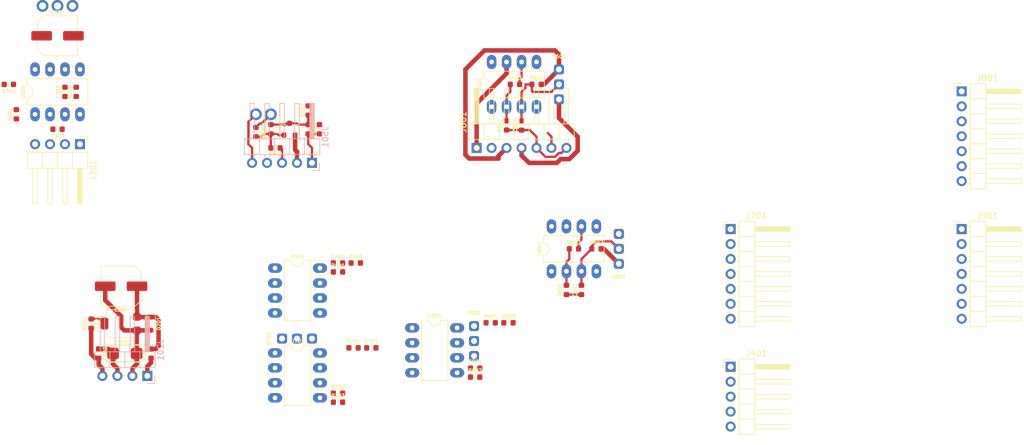
<source format=kicad_pcb>
(kicad_pcb (version 20171130) (host pcbnew "(5.0.2)-1")

  (general
    (thickness 1.6)
    (drawings 0)
    (tracks 138)
    (zones 0)
    (modules 59)
    (nets 50)
  )

  (page A4)
  (layers
    (0 F.Cu signal)
    (31 B.Cu signal)
    (32 B.Adhes user)
    (33 F.Adhes user)
    (34 B.Paste user)
    (35 F.Paste user)
    (36 B.SilkS user)
    (37 F.SilkS user)
    (38 B.Mask user)
    (39 F.Mask user)
    (40 Dwgs.User user)
    (41 Cmts.User user)
    (42 Eco1.User user)
    (43 Eco2.User user)
    (44 Edge.Cuts user)
    (45 Margin user)
    (46 B.CrtYd user)
    (47 F.CrtYd user)
    (48 B.Fab user)
    (49 F.Fab user)
  )

  (setup
    (last_trace_width 0.381)
    (trace_clearance 0.381)
    (zone_clearance 0.508)
    (zone_45_only no)
    (trace_min 0.381)
    (segment_width 0.2)
    (edge_width 0.15)
    (via_size 1.6)
    (via_drill 1.2)
    (via_min_size 0.4)
    (via_min_drill 0.3)
    (uvia_size 0.3)
    (uvia_drill 0.1)
    (uvias_allowed no)
    (uvia_min_size 0.2)
    (uvia_min_drill 0.1)
    (pcb_text_width 0.3)
    (pcb_text_size 1.5 1.5)
    (mod_edge_width 0.15)
    (mod_text_size 1 1)
    (mod_text_width 0.15)
    (pad_size 1.524 1.524)
    (pad_drill 0.762)
    (pad_to_mask_clearance 0.051)
    (solder_mask_min_width 0.25)
    (aux_axis_origin 0 0)
    (visible_elements 7FFFFFFF)
    (pcbplotparams
      (layerselection 0x01000_fffffffe)
      (usegerberextensions false)
      (usegerberattributes false)
      (usegerberadvancedattributes false)
      (creategerberjobfile false)
      (excludeedgelayer true)
      (linewidth 0.050000)
      (plotframeref false)
      (viasonmask false)
      (mode 1)
      (useauxorigin false)
      (hpglpennumber 1)
      (hpglpenspeed 20)
      (hpglpendiameter 15.000000)
      (psnegative false)
      (psa4output false)
      (plotreference false)
      (plotvalue false)
      (plotinvisibletext false)
      (padsonsilk false)
      (subtractmaskfromsilk false)
      (outputformat 5)
      (mirror true)
      (drillshape 1)
      (scaleselection 1)
      (outputdirectory "svg/"))
  )

  (net 0 "")
  (net 1 VREF)
  (net 2 +9.0VDC)
  (net 3 VBIAS)
  (net 4 GND)
  (net 5 "Net-(Q501-Pad1)")
  (net 6 "Net-(C501-Pad1)")
  (net 7 "Net-(C302-Pad1)")
  (net 8 "Net-(C301-Pad1)")
  (net 9 /sheet5C74AE1F/FEEDBACK_IN)
  (net 10 "Net-(R601-Pad2)")
  (net 11 "Net-(C601-Pad2)")
  (net 12 /Phase_Stage/FEEDBACK_IN)
  (net 13 /Output_Mixer/OUTPUT)
  (net 14 "Net-(R202-Pad2)")
  (net 15 "Net-(R303-Pad1)")
  (net 16 "Net-(C302-Pad2)")
  (net 17 "Net-(C401-Pad1)")
  (net 18 /Input_Buffer/INPUT)
  (net 19 "Net-(C401-Pad2)")
  (net 20 "Net-(R501-Pad1)")
  (net 21 /Output_Mixer/INPUT)
  (net 22 "Net-(R701-Pad2)")
  (net 23 "Net-(C701-Pad2)")
  (net 24 /sheet5C74AE1F/OUTPUT)
  (net 25 "Net-(R801-Pad2)")
  (net 26 /sheet5C74AE28/FEEDBACK_IN)
  (net 27 "Net-(C801-Pad2)")
  (net 28 /sheet5C74AE31/FEEDBACK_IN)
  (net 29 "Net-(R901-Pad2)")
  (net 30 "Net-(C901-Pad2)")
  (net 31 "Net-(U301-Pad1)")
  (net 32 "Net-(U301-Pad5)")
  (net 33 "Net-(U301-Pad8)")
  (net 34 "Net-(U701-Pad8)")
  (net 35 "Net-(U701-Pad5)")
  (net 36 "Net-(U701-Pad1)")
  (net 37 "Net-(U401-Pad1)")
  (net 38 "Net-(U401-Pad5)")
  (net 39 "Net-(U401-Pad8)")
  (net 40 "Net-(U801-Pad8)")
  (net 41 "Net-(U801-Pad5)")
  (net 42 "Net-(U801-Pad1)")
  (net 43 "Net-(U901-Pad1)")
  (net 44 "Net-(U901-Pad5)")
  (net 45 "Net-(U901-Pad8)")
  (net 46 "Net-(U601-Pad8)")
  (net 47 "Net-(U601-Pad5)")
  (net 48 "Net-(U601-Pad1)")
  (net 49 /Output_Mixer/FEEDBACK)

  (net_class Default "This is the default net class."
    (clearance 0.381)
    (trace_width 0.381)
    (via_dia 1.6)
    (via_drill 1.2)
    (uvia_dia 0.3)
    (uvia_drill 0.1)
    (diff_pair_gap 0.381)
    (diff_pair_width 0.381)
    (add_net /Input_Buffer/INPUT)
    (add_net /Output_Mixer/FEEDBACK)
    (add_net /Output_Mixer/INPUT)
    (add_net /Output_Mixer/OUTPUT)
    (add_net /Phase_Stage/FEEDBACK_IN)
    (add_net /sheet5C74AE1F/FEEDBACK_IN)
    (add_net /sheet5C74AE1F/OUTPUT)
    (add_net /sheet5C74AE28/FEEDBACK_IN)
    (add_net /sheet5C74AE31/FEEDBACK_IN)
    (add_net "Net-(C301-Pad1)")
    (add_net "Net-(C302-Pad1)")
    (add_net "Net-(C302-Pad2)")
    (add_net "Net-(C401-Pad1)")
    (add_net "Net-(C401-Pad2)")
    (add_net "Net-(C501-Pad1)")
    (add_net "Net-(C601-Pad2)")
    (add_net "Net-(C701-Pad2)")
    (add_net "Net-(C801-Pad2)")
    (add_net "Net-(C901-Pad2)")
    (add_net "Net-(Q501-Pad1)")
    (add_net "Net-(R202-Pad2)")
    (add_net "Net-(R303-Pad1)")
    (add_net "Net-(R501-Pad1)")
    (add_net "Net-(R601-Pad2)")
    (add_net "Net-(R701-Pad2)")
    (add_net "Net-(R801-Pad2)")
    (add_net "Net-(R901-Pad2)")
    (add_net "Net-(U301-Pad1)")
    (add_net "Net-(U301-Pad5)")
    (add_net "Net-(U301-Pad8)")
    (add_net "Net-(U401-Pad1)")
    (add_net "Net-(U401-Pad5)")
    (add_net "Net-(U401-Pad8)")
    (add_net "Net-(U601-Pad1)")
    (add_net "Net-(U601-Pad5)")
    (add_net "Net-(U601-Pad8)")
    (add_net "Net-(U701-Pad1)")
    (add_net "Net-(U701-Pad5)")
    (add_net "Net-(U701-Pad8)")
    (add_net "Net-(U801-Pad1)")
    (add_net "Net-(U801-Pad5)")
    (add_net "Net-(U801-Pad8)")
    (add_net "Net-(U901-Pad1)")
    (add_net "Net-(U901-Pad5)")
    (add_net "Net-(U901-Pad8)")
  )

  (net_class Power ""
    (clearance 0.381)
    (trace_width 0.762)
    (via_dia 1.6)
    (via_drill 1.2)
    (uvia_dia 0.3)
    (uvia_drill 0.1)
    (diff_pair_gap 0.762)
    (diff_pair_width 0.762)
    (add_net +9.0VDC)
    (add_net GND)
    (add_net VBIAS)
    (add_net VREF)
  )

  (module Connector_PinHeader_2.54mm:PinHeader_1x05_P2.54mm_Horizontal (layer F.Cu) (tedit 59FED5CB) (tstamp 5C72AC64)
    (at 275.510001 138.140001)
    (descr "Through hole angled pin header, 1x05, 2.54mm pitch, 6mm pin length, single row")
    (tags "Through hole angled pin header THT 1x05 2.54mm single row")
    (path /5C7382BC/5C76DD86)
    (fp_text reference J401 (at 4.385 -2.27) (layer F.SilkS)
      (effects (font (size 1 1) (thickness 0.15)))
    )
    (fp_text value Conn_01x05 (at 4.385 12.43) (layer F.Fab)
      (effects (font (size 1 1) (thickness 0.15)))
    )
    (fp_line (start 2.135 -1.27) (end 4.04 -1.27) (layer F.Fab) (width 0.1))
    (fp_line (start 4.04 -1.27) (end 4.04 11.43) (layer F.Fab) (width 0.1))
    (fp_line (start 4.04 11.43) (end 1.5 11.43) (layer F.Fab) (width 0.1))
    (fp_line (start 1.5 11.43) (end 1.5 -0.635) (layer F.Fab) (width 0.1))
    (fp_line (start 1.5 -0.635) (end 2.135 -1.27) (layer F.Fab) (width 0.1))
    (fp_line (start -0.32 -0.32) (end 1.5 -0.32) (layer F.Fab) (width 0.1))
    (fp_line (start -0.32 -0.32) (end -0.32 0.32) (layer F.Fab) (width 0.1))
    (fp_line (start -0.32 0.32) (end 1.5 0.32) (layer F.Fab) (width 0.1))
    (fp_line (start 4.04 -0.32) (end 10.04 -0.32) (layer F.Fab) (width 0.1))
    (fp_line (start 10.04 -0.32) (end 10.04 0.32) (layer F.Fab) (width 0.1))
    (fp_line (start 4.04 0.32) (end 10.04 0.32) (layer F.Fab) (width 0.1))
    (fp_line (start -0.32 2.22) (end 1.5 2.22) (layer F.Fab) (width 0.1))
    (fp_line (start -0.32 2.22) (end -0.32 2.86) (layer F.Fab) (width 0.1))
    (fp_line (start -0.32 2.86) (end 1.5 2.86) (layer F.Fab) (width 0.1))
    (fp_line (start 4.04 2.22) (end 10.04 2.22) (layer F.Fab) (width 0.1))
    (fp_line (start 10.04 2.22) (end 10.04 2.86) (layer F.Fab) (width 0.1))
    (fp_line (start 4.04 2.86) (end 10.04 2.86) (layer F.Fab) (width 0.1))
    (fp_line (start -0.32 4.76) (end 1.5 4.76) (layer F.Fab) (width 0.1))
    (fp_line (start -0.32 4.76) (end -0.32 5.4) (layer F.Fab) (width 0.1))
    (fp_line (start -0.32 5.4) (end 1.5 5.4) (layer F.Fab) (width 0.1))
    (fp_line (start 4.04 4.76) (end 10.04 4.76) (layer F.Fab) (width 0.1))
    (fp_line (start 10.04 4.76) (end 10.04 5.4) (layer F.Fab) (width 0.1))
    (fp_line (start 4.04 5.4) (end 10.04 5.4) (layer F.Fab) (width 0.1))
    (fp_line (start -0.32 7.3) (end 1.5 7.3) (layer F.Fab) (width 0.1))
    (fp_line (start -0.32 7.3) (end -0.32 7.94) (layer F.Fab) (width 0.1))
    (fp_line (start -0.32 7.94) (end 1.5 7.94) (layer F.Fab) (width 0.1))
    (fp_line (start 4.04 7.3) (end 10.04 7.3) (layer F.Fab) (width 0.1))
    (fp_line (start 10.04 7.3) (end 10.04 7.94) (layer F.Fab) (width 0.1))
    (fp_line (start 4.04 7.94) (end 10.04 7.94) (layer F.Fab) (width 0.1))
    (fp_line (start -0.32 9.84) (end 1.5 9.84) (layer F.Fab) (width 0.1))
    (fp_line (start -0.32 9.84) (end -0.32 10.48) (layer F.Fab) (width 0.1))
    (fp_line (start -0.32 10.48) (end 1.5 10.48) (layer F.Fab) (width 0.1))
    (fp_line (start 4.04 9.84) (end 10.04 9.84) (layer F.Fab) (width 0.1))
    (fp_line (start 10.04 9.84) (end 10.04 10.48) (layer F.Fab) (width 0.1))
    (fp_line (start 4.04 10.48) (end 10.04 10.48) (layer F.Fab) (width 0.1))
    (fp_line (start 1.44 -1.33) (end 1.44 11.49) (layer F.SilkS) (width 0.12))
    (fp_line (start 1.44 11.49) (end 4.1 11.49) (layer F.SilkS) (width 0.12))
    (fp_line (start 4.1 11.49) (end 4.1 -1.33) (layer F.SilkS) (width 0.12))
    (fp_line (start 4.1 -1.33) (end 1.44 -1.33) (layer F.SilkS) (width 0.12))
    (fp_line (start 4.1 -0.38) (end 10.1 -0.38) (layer F.SilkS) (width 0.12))
    (fp_line (start 10.1 -0.38) (end 10.1 0.38) (layer F.SilkS) (width 0.12))
    (fp_line (start 10.1 0.38) (end 4.1 0.38) (layer F.SilkS) (width 0.12))
    (fp_line (start 4.1 -0.32) (end 10.1 -0.32) (layer F.SilkS) (width 0.12))
    (fp_line (start 4.1 -0.2) (end 10.1 -0.2) (layer F.SilkS) (width 0.12))
    (fp_line (start 4.1 -0.08) (end 10.1 -0.08) (layer F.SilkS) (width 0.12))
    (fp_line (start 4.1 0.04) (end 10.1 0.04) (layer F.SilkS) (width 0.12))
    (fp_line (start 4.1 0.16) (end 10.1 0.16) (layer F.SilkS) (width 0.12))
    (fp_line (start 4.1 0.28) (end 10.1 0.28) (layer F.SilkS) (width 0.12))
    (fp_line (start 1.11 -0.38) (end 1.44 -0.38) (layer F.SilkS) (width 0.12))
    (fp_line (start 1.11 0.38) (end 1.44 0.38) (layer F.SilkS) (width 0.12))
    (fp_line (start 1.44 1.27) (end 4.1 1.27) (layer F.SilkS) (width 0.12))
    (fp_line (start 4.1 2.16) (end 10.1 2.16) (layer F.SilkS) (width 0.12))
    (fp_line (start 10.1 2.16) (end 10.1 2.92) (layer F.SilkS) (width 0.12))
    (fp_line (start 10.1 2.92) (end 4.1 2.92) (layer F.SilkS) (width 0.12))
    (fp_line (start 1.042929 2.16) (end 1.44 2.16) (layer F.SilkS) (width 0.12))
    (fp_line (start 1.042929 2.92) (end 1.44 2.92) (layer F.SilkS) (width 0.12))
    (fp_line (start 1.44 3.81) (end 4.1 3.81) (layer F.SilkS) (width 0.12))
    (fp_line (start 4.1 4.7) (end 10.1 4.7) (layer F.SilkS) (width 0.12))
    (fp_line (start 10.1 4.7) (end 10.1 5.46) (layer F.SilkS) (width 0.12))
    (fp_line (start 10.1 5.46) (end 4.1 5.46) (layer F.SilkS) (width 0.12))
    (fp_line (start 1.042929 4.7) (end 1.44 4.7) (layer F.SilkS) (width 0.12))
    (fp_line (start 1.042929 5.46) (end 1.44 5.46) (layer F.SilkS) (width 0.12))
    (fp_line (start 1.44 6.35) (end 4.1 6.35) (layer F.SilkS) (width 0.12))
    (fp_line (start 4.1 7.24) (end 10.1 7.24) (layer F.SilkS) (width 0.12))
    (fp_line (start 10.1 7.24) (end 10.1 8) (layer F.SilkS) (width 0.12))
    (fp_line (start 10.1 8) (end 4.1 8) (layer F.SilkS) (width 0.12))
    (fp_line (start 1.042929 7.24) (end 1.44 7.24) (layer F.SilkS) (width 0.12))
    (fp_line (start 1.042929 8) (end 1.44 8) (layer F.SilkS) (width 0.12))
    (fp_line (start 1.44 8.89) (end 4.1 8.89) (layer F.SilkS) (width 0.12))
    (fp_line (start 4.1 9.78) (end 10.1 9.78) (layer F.SilkS) (width 0.12))
    (fp_line (start 10.1 9.78) (end 10.1 10.54) (layer F.SilkS) (width 0.12))
    (fp_line (start 10.1 10.54) (end 4.1 10.54) (layer F.SilkS) (width 0.12))
    (fp_line (start 1.042929 9.78) (end 1.44 9.78) (layer F.SilkS) (width 0.12))
    (fp_line (start 1.042929 10.54) (end 1.44 10.54) (layer F.SilkS) (width 0.12))
    (fp_line (start -1.27 0) (end -1.27 -1.27) (layer F.SilkS) (width 0.12))
    (fp_line (start -1.27 -1.27) (end 0 -1.27) (layer F.SilkS) (width 0.12))
    (fp_line (start -1.8 -1.8) (end -1.8 11.95) (layer F.CrtYd) (width 0.05))
    (fp_line (start -1.8 11.95) (end 10.55 11.95) (layer F.CrtYd) (width 0.05))
    (fp_line (start 10.55 11.95) (end 10.55 -1.8) (layer F.CrtYd) (width 0.05))
    (fp_line (start 10.55 -1.8) (end -1.8 -1.8) (layer F.CrtYd) (width 0.05))
    (fp_text user %R (at 2.77 5.08 90) (layer F.Fab)
      (effects (font (size 1 1) (thickness 0.15)))
    )
    (pad 1 thru_hole rect (at 0 0) (size 1.7 1.7) (drill 1) (layers *.Cu *.Mask)
      (net 2 +9.0VDC))
    (pad 2 thru_hole oval (at 0 2.54) (size 1.7 1.7) (drill 1) (layers *.Cu *.Mask)
      (net 4 GND))
    (pad 3 thru_hole oval (at 0 5.08) (size 1.7 1.7) (drill 1) (layers *.Cu *.Mask)
      (net 1 VREF))
    (pad 4 thru_hole oval (at 0 7.62) (size 1.7 1.7) (drill 1) (layers *.Cu *.Mask)
      (net 18 /Input_Buffer/INPUT))
    (pad 5 thru_hole oval (at 0 10.16) (size 1.7 1.7) (drill 1) (layers *.Cu *.Mask)
      (net 12 /Phase_Stage/FEEDBACK_IN))
    (model ${KISYS3DMOD}/Connector_PinHeader_2.54mm.3dshapes/PinHeader_1x05_P2.54mm_Horizontal.wrl
      (at (xyz 0 0 0))
      (scale (xyz 1 1 1))
      (rotate (xyz 0 0 0))
    )
  )

  (module Connector_PinHeader_2.54mm:PinHeader_1x07_P2.54mm_Horizontal (layer F.Cu) (tedit 59FED5CB) (tstamp 5C72AC0A)
    (at 275.510001 114.750001)
    (descr "Through hole angled pin header, 1x07, 2.54mm pitch, 6mm pin length, single row")
    (tags "Through hole angled pin header THT 1x07 2.54mm single row")
    (path /5C74AE1F/5C76E63A)
    (fp_text reference J701 (at 4.385 -2.27) (layer F.SilkS)
      (effects (font (size 1 1) (thickness 0.15)))
    )
    (fp_text value Conn_01x07 (at 4.385 17.51) (layer F.Fab)
      (effects (font (size 1 1) (thickness 0.15)))
    )
    (fp_text user %R (at 2.77 7.62 90) (layer F.Fab)
      (effects (font (size 1 1) (thickness 0.15)))
    )
    (fp_line (start 10.55 -1.8) (end -1.8 -1.8) (layer F.CrtYd) (width 0.05))
    (fp_line (start 10.55 17.05) (end 10.55 -1.8) (layer F.CrtYd) (width 0.05))
    (fp_line (start -1.8 17.05) (end 10.55 17.05) (layer F.CrtYd) (width 0.05))
    (fp_line (start -1.8 -1.8) (end -1.8 17.05) (layer F.CrtYd) (width 0.05))
    (fp_line (start -1.27 -1.27) (end 0 -1.27) (layer F.SilkS) (width 0.12))
    (fp_line (start -1.27 0) (end -1.27 -1.27) (layer F.SilkS) (width 0.12))
    (fp_line (start 1.042929 15.62) (end 1.44 15.62) (layer F.SilkS) (width 0.12))
    (fp_line (start 1.042929 14.86) (end 1.44 14.86) (layer F.SilkS) (width 0.12))
    (fp_line (start 10.1 15.62) (end 4.1 15.62) (layer F.SilkS) (width 0.12))
    (fp_line (start 10.1 14.86) (end 10.1 15.62) (layer F.SilkS) (width 0.12))
    (fp_line (start 4.1 14.86) (end 10.1 14.86) (layer F.SilkS) (width 0.12))
    (fp_line (start 1.44 13.97) (end 4.1 13.97) (layer F.SilkS) (width 0.12))
    (fp_line (start 1.042929 13.08) (end 1.44 13.08) (layer F.SilkS) (width 0.12))
    (fp_line (start 1.042929 12.32) (end 1.44 12.32) (layer F.SilkS) (width 0.12))
    (fp_line (start 10.1 13.08) (end 4.1 13.08) (layer F.SilkS) (width 0.12))
    (fp_line (start 10.1 12.32) (end 10.1 13.08) (layer F.SilkS) (width 0.12))
    (fp_line (start 4.1 12.32) (end 10.1 12.32) (layer F.SilkS) (width 0.12))
    (fp_line (start 1.44 11.43) (end 4.1 11.43) (layer F.SilkS) (width 0.12))
    (fp_line (start 1.042929 10.54) (end 1.44 10.54) (layer F.SilkS) (width 0.12))
    (fp_line (start 1.042929 9.78) (end 1.44 9.78) (layer F.SilkS) (width 0.12))
    (fp_line (start 10.1 10.54) (end 4.1 10.54) (layer F.SilkS) (width 0.12))
    (fp_line (start 10.1 9.78) (end 10.1 10.54) (layer F.SilkS) (width 0.12))
    (fp_line (start 4.1 9.78) (end 10.1 9.78) (layer F.SilkS) (width 0.12))
    (fp_line (start 1.44 8.89) (end 4.1 8.89) (layer F.SilkS) (width 0.12))
    (fp_line (start 1.042929 8) (end 1.44 8) (layer F.SilkS) (width 0.12))
    (fp_line (start 1.042929 7.24) (end 1.44 7.24) (layer F.SilkS) (width 0.12))
    (fp_line (start 10.1 8) (end 4.1 8) (layer F.SilkS) (width 0.12))
    (fp_line (start 10.1 7.24) (end 10.1 8) (layer F.SilkS) (width 0.12))
    (fp_line (start 4.1 7.24) (end 10.1 7.24) (layer F.SilkS) (width 0.12))
    (fp_line (start 1.44 6.35) (end 4.1 6.35) (layer F.SilkS) (width 0.12))
    (fp_line (start 1.042929 5.46) (end 1.44 5.46) (layer F.SilkS) (width 0.12))
    (fp_line (start 1.042929 4.7) (end 1.44 4.7) (layer F.SilkS) (width 0.12))
    (fp_line (start 10.1 5.46) (end 4.1 5.46) (layer F.SilkS) (width 0.12))
    (fp_line (start 10.1 4.7) (end 10.1 5.46) (layer F.SilkS) (width 0.12))
    (fp_line (start 4.1 4.7) (end 10.1 4.7) (layer F.SilkS) (width 0.12))
    (fp_line (start 1.44 3.81) (end 4.1 3.81) (layer F.SilkS) (width 0.12))
    (fp_line (start 1.042929 2.92) (end 1.44 2.92) (layer F.SilkS) (width 0.12))
    (fp_line (start 1.042929 2.16) (end 1.44 2.16) (layer F.SilkS) (width 0.12))
    (fp_line (start 10.1 2.92) (end 4.1 2.92) (layer F.SilkS) (width 0.12))
    (fp_line (start 10.1 2.16) (end 10.1 2.92) (layer F.SilkS) (width 0.12))
    (fp_line (start 4.1 2.16) (end 10.1 2.16) (layer F.SilkS) (width 0.12))
    (fp_line (start 1.44 1.27) (end 4.1 1.27) (layer F.SilkS) (width 0.12))
    (fp_line (start 1.11 0.38) (end 1.44 0.38) (layer F.SilkS) (width 0.12))
    (fp_line (start 1.11 -0.38) (end 1.44 -0.38) (layer F.SilkS) (width 0.12))
    (fp_line (start 4.1 0.28) (end 10.1 0.28) (layer F.SilkS) (width 0.12))
    (fp_line (start 4.1 0.16) (end 10.1 0.16) (layer F.SilkS) (width 0.12))
    (fp_line (start 4.1 0.04) (end 10.1 0.04) (layer F.SilkS) (width 0.12))
    (fp_line (start 4.1 -0.08) (end 10.1 -0.08) (layer F.SilkS) (width 0.12))
    (fp_line (start 4.1 -0.2) (end 10.1 -0.2) (layer F.SilkS) (width 0.12))
    (fp_line (start 4.1 -0.32) (end 10.1 -0.32) (layer F.SilkS) (width 0.12))
    (fp_line (start 10.1 0.38) (end 4.1 0.38) (layer F.SilkS) (width 0.12))
    (fp_line (start 10.1 -0.38) (end 10.1 0.38) (layer F.SilkS) (width 0.12))
    (fp_line (start 4.1 -0.38) (end 10.1 -0.38) (layer F.SilkS) (width 0.12))
    (fp_line (start 4.1 -1.33) (end 1.44 -1.33) (layer F.SilkS) (width 0.12))
    (fp_line (start 4.1 16.57) (end 4.1 -1.33) (layer F.SilkS) (width 0.12))
    (fp_line (start 1.44 16.57) (end 4.1 16.57) (layer F.SilkS) (width 0.12))
    (fp_line (start 1.44 -1.33) (end 1.44 16.57) (layer F.SilkS) (width 0.12))
    (fp_line (start 4.04 15.56) (end 10.04 15.56) (layer F.Fab) (width 0.1))
    (fp_line (start 10.04 14.92) (end 10.04 15.56) (layer F.Fab) (width 0.1))
    (fp_line (start 4.04 14.92) (end 10.04 14.92) (layer F.Fab) (width 0.1))
    (fp_line (start -0.32 15.56) (end 1.5 15.56) (layer F.Fab) (width 0.1))
    (fp_line (start -0.32 14.92) (end -0.32 15.56) (layer F.Fab) (width 0.1))
    (fp_line (start -0.32 14.92) (end 1.5 14.92) (layer F.Fab) (width 0.1))
    (fp_line (start 4.04 13.02) (end 10.04 13.02) (layer F.Fab) (width 0.1))
    (fp_line (start 10.04 12.38) (end 10.04 13.02) (layer F.Fab) (width 0.1))
    (fp_line (start 4.04 12.38) (end 10.04 12.38) (layer F.Fab) (width 0.1))
    (fp_line (start -0.32 13.02) (end 1.5 13.02) (layer F.Fab) (width 0.1))
    (fp_line (start -0.32 12.38) (end -0.32 13.02) (layer F.Fab) (width 0.1))
    (fp_line (start -0.32 12.38) (end 1.5 12.38) (layer F.Fab) (width 0.1))
    (fp_line (start 4.04 10.48) (end 10.04 10.48) (layer F.Fab) (width 0.1))
    (fp_line (start 10.04 9.84) (end 10.04 10.48) (layer F.Fab) (width 0.1))
    (fp_line (start 4.04 9.84) (end 10.04 9.84) (layer F.Fab) (width 0.1))
    (fp_line (start -0.32 10.48) (end 1.5 10.48) (layer F.Fab) (width 0.1))
    (fp_line (start -0.32 9.84) (end -0.32 10.48) (layer F.Fab) (width 0.1))
    (fp_line (start -0.32 9.84) (end 1.5 9.84) (layer F.Fab) (width 0.1))
    (fp_line (start 4.04 7.94) (end 10.04 7.94) (layer F.Fab) (width 0.1))
    (fp_line (start 10.04 7.3) (end 10.04 7.94) (layer F.Fab) (width 0.1))
    (fp_line (start 4.04 7.3) (end 10.04 7.3) (layer F.Fab) (width 0.1))
    (fp_line (start -0.32 7.94) (end 1.5 7.94) (layer F.Fab) (width 0.1))
    (fp_line (start -0.32 7.3) (end -0.32 7.94) (layer F.Fab) (width 0.1))
    (fp_line (start -0.32 7.3) (end 1.5 7.3) (layer F.Fab) (width 0.1))
    (fp_line (start 4.04 5.4) (end 10.04 5.4) (layer F.Fab) (width 0.1))
    (fp_line (start 10.04 4.76) (end 10.04 5.4) (layer F.Fab) (width 0.1))
    (fp_line (start 4.04 4.76) (end 10.04 4.76) (layer F.Fab) (width 0.1))
    (fp_line (start -0.32 5.4) (end 1.5 5.4) (layer F.Fab) (width 0.1))
    (fp_line (start -0.32 4.76) (end -0.32 5.4) (layer F.Fab) (width 0.1))
    (fp_line (start -0.32 4.76) (end 1.5 4.76) (layer F.Fab) (width 0.1))
    (fp_line (start 4.04 2.86) (end 10.04 2.86) (layer F.Fab) (width 0.1))
    (fp_line (start 10.04 2.22) (end 10.04 2.86) (layer F.Fab) (width 0.1))
    (fp_line (start 4.04 2.22) (end 10.04 2.22) (layer F.Fab) (width 0.1))
    (fp_line (start -0.32 2.86) (end 1.5 2.86) (layer F.Fab) (width 0.1))
    (fp_line (start -0.32 2.22) (end -0.32 2.86) (layer F.Fab) (width 0.1))
    (fp_line (start -0.32 2.22) (end 1.5 2.22) (layer F.Fab) (width 0.1))
    (fp_line (start 4.04 0.32) (end 10.04 0.32) (layer F.Fab) (width 0.1))
    (fp_line (start 10.04 -0.32) (end 10.04 0.32) (layer F.Fab) (width 0.1))
    (fp_line (start 4.04 -0.32) (end 10.04 -0.32) (layer F.Fab) (width 0.1))
    (fp_line (start -0.32 0.32) (end 1.5 0.32) (layer F.Fab) (width 0.1))
    (fp_line (start -0.32 -0.32) (end -0.32 0.32) (layer F.Fab) (width 0.1))
    (fp_line (start -0.32 -0.32) (end 1.5 -0.32) (layer F.Fab) (width 0.1))
    (fp_line (start 1.5 -0.635) (end 2.135 -1.27) (layer F.Fab) (width 0.1))
    (fp_line (start 1.5 16.51) (end 1.5 -0.635) (layer F.Fab) (width 0.1))
    (fp_line (start 4.04 16.51) (end 1.5 16.51) (layer F.Fab) (width 0.1))
    (fp_line (start 4.04 -1.27) (end 4.04 16.51) (layer F.Fab) (width 0.1))
    (fp_line (start 2.135 -1.27) (end 4.04 -1.27) (layer F.Fab) (width 0.1))
    (pad 7 thru_hole oval (at 0 15.24) (size 1.7 1.7) (drill 1) (layers *.Cu *.Mask)
      (net 9 /sheet5C74AE1F/FEEDBACK_IN))
    (pad 6 thru_hole oval (at 0 12.7) (size 1.7 1.7) (drill 1) (layers *.Cu *.Mask)
      (net 24 /sheet5C74AE1F/OUTPUT))
    (pad 5 thru_hole oval (at 0 10.16) (size 1.7 1.7) (drill 1) (layers *.Cu *.Mask)
      (net 9 /sheet5C74AE1F/FEEDBACK_IN))
    (pad 4 thru_hole oval (at 0 7.62) (size 1.7 1.7) (drill 1) (layers *.Cu *.Mask)
      (net 3 VBIAS))
    (pad 3 thru_hole oval (at 0 5.08) (size 1.7 1.7) (drill 1) (layers *.Cu *.Mask)
      (net 1 VREF))
    (pad 2 thru_hole oval (at 0 2.54) (size 1.7 1.7) (drill 1) (layers *.Cu *.Mask)
      (net 4 GND))
    (pad 1 thru_hole rect (at 0 0) (size 1.7 1.7) (drill 1) (layers *.Cu *.Mask)
      (net 2 +9.0VDC))
    (model ${KISYS3DMOD}/Connector_PinHeader_2.54mm.3dshapes/PinHeader_1x07_P2.54mm_Horizontal.wrl
      (at (xyz 0 0 0))
      (scale (xyz 1 1 1))
      (rotate (xyz 0 0 0))
    )
  )

  (module Connector_PinHeader_2.54mm:PinHeader_1x07_P2.54mm_Horizontal (layer F.Cu) (tedit 59FED5CB) (tstamp 5C72AB96)
    (at 232.41 100.965 90)
    (descr "Through hole angled pin header, 1x07, 2.54mm pitch, 6mm pin length, single row")
    (tags "Through hole angled pin header THT 1x07 2.54mm single row")
    (path /5C74A31B/5C76E63A)
    (fp_text reference J601 (at 4.385 -2.27 90) (layer F.SilkS)
      (effects (font (size 1 1) (thickness 0.15)))
    )
    (fp_text value Conn_01x07 (at 4.385 17.51 90) (layer F.Fab)
      (effects (font (size 1 1) (thickness 0.15)))
    )
    (fp_line (start 2.135 -1.27) (end 4.04 -1.27) (layer F.Fab) (width 0.1))
    (fp_line (start 4.04 -1.27) (end 4.04 16.51) (layer F.Fab) (width 0.1))
    (fp_line (start 4.04 16.51) (end 1.5 16.51) (layer F.Fab) (width 0.1))
    (fp_line (start 1.5 16.51) (end 1.5 -0.635) (layer F.Fab) (width 0.1))
    (fp_line (start 1.5 -0.635) (end 2.135 -1.27) (layer F.Fab) (width 0.1))
    (fp_line (start -0.32 -0.32) (end 1.5 -0.32) (layer F.Fab) (width 0.1))
    (fp_line (start -0.32 -0.32) (end -0.32 0.32) (layer F.Fab) (width 0.1))
    (fp_line (start -0.32 0.32) (end 1.5 0.32) (layer F.Fab) (width 0.1))
    (fp_line (start 4.04 -0.32) (end 10.04 -0.32) (layer F.Fab) (width 0.1))
    (fp_line (start 10.04 -0.32) (end 10.04 0.32) (layer F.Fab) (width 0.1))
    (fp_line (start 4.04 0.32) (end 10.04 0.32) (layer F.Fab) (width 0.1))
    (fp_line (start -0.32 2.22) (end 1.5 2.22) (layer F.Fab) (width 0.1))
    (fp_line (start -0.32 2.22) (end -0.32 2.86) (layer F.Fab) (width 0.1))
    (fp_line (start -0.32 2.86) (end 1.5 2.86) (layer F.Fab) (width 0.1))
    (fp_line (start 4.04 2.22) (end 10.04 2.22) (layer F.Fab) (width 0.1))
    (fp_line (start 10.04 2.22) (end 10.04 2.86) (layer F.Fab) (width 0.1))
    (fp_line (start 4.04 2.86) (end 10.04 2.86) (layer F.Fab) (width 0.1))
    (fp_line (start -0.32 4.76) (end 1.5 4.76) (layer F.Fab) (width 0.1))
    (fp_line (start -0.32 4.76) (end -0.32 5.4) (layer F.Fab) (width 0.1))
    (fp_line (start -0.32 5.4) (end 1.5 5.4) (layer F.Fab) (width 0.1))
    (fp_line (start 4.04 4.76) (end 10.04 4.76) (layer F.Fab) (width 0.1))
    (fp_line (start 10.04 4.76) (end 10.04 5.4) (layer F.Fab) (width 0.1))
    (fp_line (start 4.04 5.4) (end 10.04 5.4) (layer F.Fab) (width 0.1))
    (fp_line (start -0.32 7.3) (end 1.5 7.3) (layer F.Fab) (width 0.1))
    (fp_line (start -0.32 7.3) (end -0.32 7.94) (layer F.Fab) (width 0.1))
    (fp_line (start -0.32 7.94) (end 1.5 7.94) (layer F.Fab) (width 0.1))
    (fp_line (start 4.04 7.3) (end 10.04 7.3) (layer F.Fab) (width 0.1))
    (fp_line (start 10.04 7.3) (end 10.04 7.94) (layer F.Fab) (width 0.1))
    (fp_line (start 4.04 7.94) (end 10.04 7.94) (layer F.Fab) (width 0.1))
    (fp_line (start -0.32 9.84) (end 1.5 9.84) (layer F.Fab) (width 0.1))
    (fp_line (start -0.32 9.84) (end -0.32 10.48) (layer F.Fab) (width 0.1))
    (fp_line (start -0.32 10.48) (end 1.5 10.48) (layer F.Fab) (width 0.1))
    (fp_line (start 4.04 9.84) (end 10.04 9.84) (layer F.Fab) (width 0.1))
    (fp_line (start 10.04 9.84) (end 10.04 10.48) (layer F.Fab) (width 0.1))
    (fp_line (start 4.04 10.48) (end 10.04 10.48) (layer F.Fab) (width 0.1))
    (fp_line (start -0.32 12.38) (end 1.5 12.38) (layer F.Fab) (width 0.1))
    (fp_line (start -0.32 12.38) (end -0.32 13.02) (layer F.Fab) (width 0.1))
    (fp_line (start -0.32 13.02) (end 1.5 13.02) (layer F.Fab) (width 0.1))
    (fp_line (start 4.04 12.38) (end 10.04 12.38) (layer F.Fab) (width 0.1))
    (fp_line (start 10.04 12.38) (end 10.04 13.02) (layer F.Fab) (width 0.1))
    (fp_line (start 4.04 13.02) (end 10.04 13.02) (layer F.Fab) (width 0.1))
    (fp_line (start -0.32 14.92) (end 1.5 14.92) (layer F.Fab) (width 0.1))
    (fp_line (start -0.32 14.92) (end -0.32 15.56) (layer F.Fab) (width 0.1))
    (fp_line (start -0.32 15.56) (end 1.5 15.56) (layer F.Fab) (width 0.1))
    (fp_line (start 4.04 14.92) (end 10.04 14.92) (layer F.Fab) (width 0.1))
    (fp_line (start 10.04 14.92) (end 10.04 15.56) (layer F.Fab) (width 0.1))
    (fp_line (start 4.04 15.56) (end 10.04 15.56) (layer F.Fab) (width 0.1))
    (fp_line (start 1.44 -1.33) (end 1.44 16.57) (layer F.SilkS) (width 0.12))
    (fp_line (start 1.44 16.57) (end 4.1 16.57) (layer F.SilkS) (width 0.12))
    (fp_line (start 4.1 16.57) (end 4.1 -1.33) (layer F.SilkS) (width 0.12))
    (fp_line (start 4.1 -1.33) (end 1.44 -1.33) (layer F.SilkS) (width 0.12))
    (fp_line (start 4.1 -0.38) (end 10.1 -0.38) (layer F.SilkS) (width 0.12))
    (fp_line (start 10.1 -0.38) (end 10.1 0.38) (layer F.SilkS) (width 0.12))
    (fp_line (start 10.1 0.38) (end 4.1 0.38) (layer F.SilkS) (width 0.12))
    (fp_line (start 4.1 -0.32) (end 10.1 -0.32) (layer F.SilkS) (width 0.12))
    (fp_line (start 4.1 -0.2) (end 10.1 -0.2) (layer F.SilkS) (width 0.12))
    (fp_line (start 4.1 -0.08) (end 10.1 -0.08) (layer F.SilkS) (width 0.12))
    (fp_line (start 4.1 0.04) (end 10.1 0.04) (layer F.SilkS) (width 0.12))
    (fp_line (start 4.1 0.16) (end 10.1 0.16) (layer F.SilkS) (width 0.12))
    (fp_line (start 4.1 0.28) (end 10.1 0.28) (layer F.SilkS) (width 0.12))
    (fp_line (start 1.11 -0.38) (end 1.44 -0.38) (layer F.SilkS) (width 0.12))
    (fp_line (start 1.11 0.38) (end 1.44 0.38) (layer F.SilkS) (width 0.12))
    (fp_line (start 1.44 1.27) (end 4.1 1.27) (layer F.SilkS) (width 0.12))
    (fp_line (start 4.1 2.16) (end 10.1 2.16) (layer F.SilkS) (width 0.12))
    (fp_line (start 10.1 2.16) (end 10.1 2.92) (layer F.SilkS) (width 0.12))
    (fp_line (start 10.1 2.92) (end 4.1 2.92) (layer F.SilkS) (width 0.12))
    (fp_line (start 1.042929 2.16) (end 1.44 2.16) (layer F.SilkS) (width 0.12))
    (fp_line (start 1.042929 2.92) (end 1.44 2.92) (layer F.SilkS) (width 0.12))
    (fp_line (start 1.44 3.81) (end 4.1 3.81) (layer F.SilkS) (width 0.12))
    (fp_line (start 4.1 4.7) (end 10.1 4.7) (layer F.SilkS) (width 0.12))
    (fp_line (start 10.1 4.7) (end 10.1 5.46) (layer F.SilkS) (width 0.12))
    (fp_line (start 10.1 5.46) (end 4.1 5.46) (layer F.SilkS) (width 0.12))
    (fp_line (start 1.042929 4.7) (end 1.44 4.7) (layer F.SilkS) (width 0.12))
    (fp_line (start 1.042929 5.46) (end 1.44 5.46) (layer F.SilkS) (width 0.12))
    (fp_line (start 1.44 6.35) (end 4.1 6.35) (layer F.SilkS) (width 0.12))
    (fp_line (start 4.1 7.24) (end 10.1 7.24) (layer F.SilkS) (width 0.12))
    (fp_line (start 10.1 7.24) (end 10.1 8) (layer F.SilkS) (width 0.12))
    (fp_line (start 10.1 8) (end 4.1 8) (layer F.SilkS) (width 0.12))
    (fp_line (start 1.042929 7.24) (end 1.44 7.24) (layer F.SilkS) (width 0.12))
    (fp_line (start 1.042929 8) (end 1.44 8) (layer F.SilkS) (width 0.12))
    (fp_line (start 1.44 8.89) (end 4.1 8.89) (layer F.SilkS) (width 0.12))
    (fp_line (start 4.1 9.78) (end 10.1 9.78) (layer F.SilkS) (width 0.12))
    (fp_line (start 10.1 9.78) (end 10.1 10.54) (layer F.SilkS) (width 0.12))
    (fp_line (start 10.1 10.54) (end 4.1 10.54) (layer F.SilkS) (width 0.12))
    (fp_line (start 1.042929 9.78) (end 1.44 9.78) (layer F.SilkS) (width 0.12))
    (fp_line (start 1.042929 10.54) (end 1.44 10.54) (layer F.SilkS) (width 0.12))
    (fp_line (start 1.44 11.43) (end 4.1 11.43) (layer F.SilkS) (width 0.12))
    (fp_line (start 4.1 12.32) (end 10.1 12.32) (layer F.SilkS) (width 0.12))
    (fp_line (start 10.1 12.32) (end 10.1 13.08) (layer F.SilkS) (width 0.12))
    (fp_line (start 10.1 13.08) (end 4.1 13.08) (layer F.SilkS) (width 0.12))
    (fp_line (start 1.042929 12.32) (end 1.44 12.32) (layer F.SilkS) (width 0.12))
    (fp_line (start 1.042929 13.08) (end 1.44 13.08) (layer F.SilkS) (width 0.12))
    (fp_line (start 1.44 13.97) (end 4.1 13.97) (layer F.SilkS) (width 0.12))
    (fp_line (start 4.1 14.86) (end 10.1 14.86) (layer F.SilkS) (width 0.12))
    (fp_line (start 10.1 14.86) (end 10.1 15.62) (layer F.SilkS) (width 0.12))
    (fp_line (start 10.1 15.62) (end 4.1 15.62) (layer F.SilkS) (width 0.12))
    (fp_line (start 1.042929 14.86) (end 1.44 14.86) (layer F.SilkS) (width 0.12))
    (fp_line (start 1.042929 15.62) (end 1.44 15.62) (layer F.SilkS) (width 0.12))
    (fp_line (start -1.27 0) (end -1.27 -1.27) (layer F.SilkS) (width 0.12))
    (fp_line (start -1.27 -1.27) (end 0 -1.27) (layer F.SilkS) (width 0.12))
    (fp_line (start -1.8 -1.8) (end -1.8 17.05) (layer F.CrtYd) (width 0.05))
    (fp_line (start -1.8 17.05) (end 10.55 17.05) (layer F.CrtYd) (width 0.05))
    (fp_line (start 10.55 17.05) (end 10.55 -1.8) (layer F.CrtYd) (width 0.05))
    (fp_line (start 10.55 -1.8) (end -1.8 -1.8) (layer F.CrtYd) (width 0.05))
    (fp_text user %R (at 2.77 7.62 180) (layer F.Fab)
      (effects (font (size 1 1) (thickness 0.15)))
    )
    (pad 1 thru_hole rect (at 0 0 90) (size 1.7 1.7) (drill 1) (layers *.Cu *.Mask)
      (net 2 +9.0VDC))
    (pad 2 thru_hole oval (at 0 2.54 90) (size 1.7 1.7) (drill 1) (layers *.Cu *.Mask)
      (net 4 GND))
    (pad 3 thru_hole oval (at 0 5.08 90) (size 1.7 1.7) (drill 1) (layers *.Cu *.Mask)
      (net 1 VREF))
    (pad 4 thru_hole oval (at 0 7.62 90) (size 1.7 1.7) (drill 1) (layers *.Cu *.Mask)
      (net 3 VBIAS))
    (pad 5 thru_hole oval (at 0 10.16 90) (size 1.7 1.7) (drill 1) (layers *.Cu *.Mask)
      (net 12 /Phase_Stage/FEEDBACK_IN))
    (pad 6 thru_hole oval (at 0 12.7 90) (size 1.7 1.7) (drill 1) (layers *.Cu *.Mask)
      (net 9 /sheet5C74AE1F/FEEDBACK_IN))
    (pad 7 thru_hole oval (at 0 15.24 90) (size 1.7 1.7) (drill 1) (layers *.Cu *.Mask)
      (net 12 /Phase_Stage/FEEDBACK_IN))
    (model ${KISYS3DMOD}/Connector_PinHeader_2.54mm.3dshapes/PinHeader_1x07_P2.54mm_Horizontal.wrl
      (at (xyz 0 0 0))
      (scale (xyz 1 1 1))
      (rotate (xyz 0 0 0))
    )
  )

  (module Connector_PinHeader_2.54mm:PinHeader_1x07_P2.54mm_Horizontal (layer F.Cu) (tedit 59FED5CB) (tstamp 5C72AB22)
    (at 314.720001 114.750001)
    (descr "Through hole angled pin header, 1x07, 2.54mm pitch, 6mm pin length, single row")
    (tags "Through hole angled pin header THT 1x07 2.54mm single row")
    (path /5C74AE31/5C76E63A)
    (fp_text reference J901 (at 4.385 -2.27) (layer F.SilkS)
      (effects (font (size 1 1) (thickness 0.15)))
    )
    (fp_text value Conn_01x07 (at 4.385 17.51) (layer F.Fab)
      (effects (font (size 1 1) (thickness 0.15)))
    )
    (fp_text user %R (at 2.77 7.62 90) (layer F.Fab)
      (effects (font (size 1 1) (thickness 0.15)))
    )
    (fp_line (start 10.55 -1.8) (end -1.8 -1.8) (layer F.CrtYd) (width 0.05))
    (fp_line (start 10.55 17.05) (end 10.55 -1.8) (layer F.CrtYd) (width 0.05))
    (fp_line (start -1.8 17.05) (end 10.55 17.05) (layer F.CrtYd) (width 0.05))
    (fp_line (start -1.8 -1.8) (end -1.8 17.05) (layer F.CrtYd) (width 0.05))
    (fp_line (start -1.27 -1.27) (end 0 -1.27) (layer F.SilkS) (width 0.12))
    (fp_line (start -1.27 0) (end -1.27 -1.27) (layer F.SilkS) (width 0.12))
    (fp_line (start 1.042929 15.62) (end 1.44 15.62) (layer F.SilkS) (width 0.12))
    (fp_line (start 1.042929 14.86) (end 1.44 14.86) (layer F.SilkS) (width 0.12))
    (fp_line (start 10.1 15.62) (end 4.1 15.62) (layer F.SilkS) (width 0.12))
    (fp_line (start 10.1 14.86) (end 10.1 15.62) (layer F.SilkS) (width 0.12))
    (fp_line (start 4.1 14.86) (end 10.1 14.86) (layer F.SilkS) (width 0.12))
    (fp_line (start 1.44 13.97) (end 4.1 13.97) (layer F.SilkS) (width 0.12))
    (fp_line (start 1.042929 13.08) (end 1.44 13.08) (layer F.SilkS) (width 0.12))
    (fp_line (start 1.042929 12.32) (end 1.44 12.32) (layer F.SilkS) (width 0.12))
    (fp_line (start 10.1 13.08) (end 4.1 13.08) (layer F.SilkS) (width 0.12))
    (fp_line (start 10.1 12.32) (end 10.1 13.08) (layer F.SilkS) (width 0.12))
    (fp_line (start 4.1 12.32) (end 10.1 12.32) (layer F.SilkS) (width 0.12))
    (fp_line (start 1.44 11.43) (end 4.1 11.43) (layer F.SilkS) (width 0.12))
    (fp_line (start 1.042929 10.54) (end 1.44 10.54) (layer F.SilkS) (width 0.12))
    (fp_line (start 1.042929 9.78) (end 1.44 9.78) (layer F.SilkS) (width 0.12))
    (fp_line (start 10.1 10.54) (end 4.1 10.54) (layer F.SilkS) (width 0.12))
    (fp_line (start 10.1 9.78) (end 10.1 10.54) (layer F.SilkS) (width 0.12))
    (fp_line (start 4.1 9.78) (end 10.1 9.78) (layer F.SilkS) (width 0.12))
    (fp_line (start 1.44 8.89) (end 4.1 8.89) (layer F.SilkS) (width 0.12))
    (fp_line (start 1.042929 8) (end 1.44 8) (layer F.SilkS) (width 0.12))
    (fp_line (start 1.042929 7.24) (end 1.44 7.24) (layer F.SilkS) (width 0.12))
    (fp_line (start 10.1 8) (end 4.1 8) (layer F.SilkS) (width 0.12))
    (fp_line (start 10.1 7.24) (end 10.1 8) (layer F.SilkS) (width 0.12))
    (fp_line (start 4.1 7.24) (end 10.1 7.24) (layer F.SilkS) (width 0.12))
    (fp_line (start 1.44 6.35) (end 4.1 6.35) (layer F.SilkS) (width 0.12))
    (fp_line (start 1.042929 5.46) (end 1.44 5.46) (layer F.SilkS) (width 0.12))
    (fp_line (start 1.042929 4.7) (end 1.44 4.7) (layer F.SilkS) (width 0.12))
    (fp_line (start 10.1 5.46) (end 4.1 5.46) (layer F.SilkS) (width 0.12))
    (fp_line (start 10.1 4.7) (end 10.1 5.46) (layer F.SilkS) (width 0.12))
    (fp_line (start 4.1 4.7) (end 10.1 4.7) (layer F.SilkS) (width 0.12))
    (fp_line (start 1.44 3.81) (end 4.1 3.81) (layer F.SilkS) (width 0.12))
    (fp_line (start 1.042929 2.92) (end 1.44 2.92) (layer F.SilkS) (width 0.12))
    (fp_line (start 1.042929 2.16) (end 1.44 2.16) (layer F.SilkS) (width 0.12))
    (fp_line (start 10.1 2.92) (end 4.1 2.92) (layer F.SilkS) (width 0.12))
    (fp_line (start 10.1 2.16) (end 10.1 2.92) (layer F.SilkS) (width 0.12))
    (fp_line (start 4.1 2.16) (end 10.1 2.16) (layer F.SilkS) (width 0.12))
    (fp_line (start 1.44 1.27) (end 4.1 1.27) (layer F.SilkS) (width 0.12))
    (fp_line (start 1.11 0.38) (end 1.44 0.38) (layer F.SilkS) (width 0.12))
    (fp_line (start 1.11 -0.38) (end 1.44 -0.38) (layer F.SilkS) (width 0.12))
    (fp_line (start 4.1 0.28) (end 10.1 0.28) (layer F.SilkS) (width 0.12))
    (fp_line (start 4.1 0.16) (end 10.1 0.16) (layer F.SilkS) (width 0.12))
    (fp_line (start 4.1 0.04) (end 10.1 0.04) (layer F.SilkS) (width 0.12))
    (fp_line (start 4.1 -0.08) (end 10.1 -0.08) (layer F.SilkS) (width 0.12))
    (fp_line (start 4.1 -0.2) (end 10.1 -0.2) (layer F.SilkS) (width 0.12))
    (fp_line (start 4.1 -0.32) (end 10.1 -0.32) (layer F.SilkS) (width 0.12))
    (fp_line (start 10.1 0.38) (end 4.1 0.38) (layer F.SilkS) (width 0.12))
    (fp_line (start 10.1 -0.38) (end 10.1 0.38) (layer F.SilkS) (width 0.12))
    (fp_line (start 4.1 -0.38) (end 10.1 -0.38) (layer F.SilkS) (width 0.12))
    (fp_line (start 4.1 -1.33) (end 1.44 -1.33) (layer F.SilkS) (width 0.12))
    (fp_line (start 4.1 16.57) (end 4.1 -1.33) (layer F.SilkS) (width 0.12))
    (fp_line (start 1.44 16.57) (end 4.1 16.57) (layer F.SilkS) (width 0.12))
    (fp_line (start 1.44 -1.33) (end 1.44 16.57) (layer F.SilkS) (width 0.12))
    (fp_line (start 4.04 15.56) (end 10.04 15.56) (layer F.Fab) (width 0.1))
    (fp_line (start 10.04 14.92) (end 10.04 15.56) (layer F.Fab) (width 0.1))
    (fp_line (start 4.04 14.92) (end 10.04 14.92) (layer F.Fab) (width 0.1))
    (fp_line (start -0.32 15.56) (end 1.5 15.56) (layer F.Fab) (width 0.1))
    (fp_line (start -0.32 14.92) (end -0.32 15.56) (layer F.Fab) (width 0.1))
    (fp_line (start -0.32 14.92) (end 1.5 14.92) (layer F.Fab) (width 0.1))
    (fp_line (start 4.04 13.02) (end 10.04 13.02) (layer F.Fab) (width 0.1))
    (fp_line (start 10.04 12.38) (end 10.04 13.02) (layer F.Fab) (width 0.1))
    (fp_line (start 4.04 12.38) (end 10.04 12.38) (layer F.Fab) (width 0.1))
    (fp_line (start -0.32 13.02) (end 1.5 13.02) (layer F.Fab) (width 0.1))
    (fp_line (start -0.32 12.38) (end -0.32 13.02) (layer F.Fab) (width 0.1))
    (fp_line (start -0.32 12.38) (end 1.5 12.38) (layer F.Fab) (width 0.1))
    (fp_line (start 4.04 10.48) (end 10.04 10.48) (layer F.Fab) (width 0.1))
    (fp_line (start 10.04 9.84) (end 10.04 10.48) (layer F.Fab) (width 0.1))
    (fp_line (start 4.04 9.84) (end 10.04 9.84) (layer F.Fab) (width 0.1))
    (fp_line (start -0.32 10.48) (end 1.5 10.48) (layer F.Fab) (width 0.1))
    (fp_line (start -0.32 9.84) (end -0.32 10.48) (layer F.Fab) (width 0.1))
    (fp_line (start -0.32 9.84) (end 1.5 9.84) (layer F.Fab) (width 0.1))
    (fp_line (start 4.04 7.94) (end 10.04 7.94) (layer F.Fab) (width 0.1))
    (fp_line (start 10.04 7.3) (end 10.04 7.94) (layer F.Fab) (width 0.1))
    (fp_line (start 4.04 7.3) (end 10.04 7.3) (layer F.Fab) (width 0.1))
    (fp_line (start -0.32 7.94) (end 1.5 7.94) (layer F.Fab) (width 0.1))
    (fp_line (start -0.32 7.3) (end -0.32 7.94) (layer F.Fab) (width 0.1))
    (fp_line (start -0.32 7.3) (end 1.5 7.3) (layer F.Fab) (width 0.1))
    (fp_line (start 4.04 5.4) (end 10.04 5.4) (layer F.Fab) (width 0.1))
    (fp_line (start 10.04 4.76) (end 10.04 5.4) (layer F.Fab) (width 0.1))
    (fp_line (start 4.04 4.76) (end 10.04 4.76) (layer F.Fab) (width 0.1))
    (fp_line (start -0.32 5.4) (end 1.5 5.4) (layer F.Fab) (width 0.1))
    (fp_line (start -0.32 4.76) (end -0.32 5.4) (layer F.Fab) (width 0.1))
    (fp_line (start -0.32 4.76) (end 1.5 4.76) (layer F.Fab) (width 0.1))
    (fp_line (start 4.04 2.86) (end 10.04 2.86) (layer F.Fab) (width 0.1))
    (fp_line (start 10.04 2.22) (end 10.04 2.86) (layer F.Fab) (width 0.1))
    (fp_line (start 4.04 2.22) (end 10.04 2.22) (layer F.Fab) (width 0.1))
    (fp_line (start -0.32 2.86) (end 1.5 2.86) (layer F.Fab) (width 0.1))
    (fp_line (start -0.32 2.22) (end -0.32 2.86) (layer F.Fab) (width 0.1))
    (fp_line (start -0.32 2.22) (end 1.5 2.22) (layer F.Fab) (width 0.1))
    (fp_line (start 4.04 0.32) (end 10.04 0.32) (layer F.Fab) (width 0.1))
    (fp_line (start 10.04 -0.32) (end 10.04 0.32) (layer F.Fab) (width 0.1))
    (fp_line (start 4.04 -0.32) (end 10.04 -0.32) (layer F.Fab) (width 0.1))
    (fp_line (start -0.32 0.32) (end 1.5 0.32) (layer F.Fab) (width 0.1))
    (fp_line (start -0.32 -0.32) (end -0.32 0.32) (layer F.Fab) (width 0.1))
    (fp_line (start -0.32 -0.32) (end 1.5 -0.32) (layer F.Fab) (width 0.1))
    (fp_line (start 1.5 -0.635) (end 2.135 -1.27) (layer F.Fab) (width 0.1))
    (fp_line (start 1.5 16.51) (end 1.5 -0.635) (layer F.Fab) (width 0.1))
    (fp_line (start 4.04 16.51) (end 1.5 16.51) (layer F.Fab) (width 0.1))
    (fp_line (start 4.04 -1.27) (end 4.04 16.51) (layer F.Fab) (width 0.1))
    (fp_line (start 2.135 -1.27) (end 4.04 -1.27) (layer F.Fab) (width 0.1))
    (pad 7 thru_hole oval (at 0 15.24) (size 1.7 1.7) (drill 1) (layers *.Cu *.Mask)
      (net 28 /sheet5C74AE31/FEEDBACK_IN))
    (pad 6 thru_hole oval (at 0 12.7) (size 1.7 1.7) (drill 1) (layers *.Cu *.Mask)
      (net 21 /Output_Mixer/INPUT))
    (pad 5 thru_hole oval (at 0 10.16) (size 1.7 1.7) (drill 1) (layers *.Cu *.Mask)
      (net 28 /sheet5C74AE31/FEEDBACK_IN))
    (pad 4 thru_hole oval (at 0 7.62) (size 1.7 1.7) (drill 1) (layers *.Cu *.Mask)
      (net 3 VBIAS))
    (pad 3 thru_hole oval (at 0 5.08) (size 1.7 1.7) (drill 1) (layers *.Cu *.Mask)
      (net 1 VREF))
    (pad 2 thru_hole oval (at 0 2.54) (size 1.7 1.7) (drill 1) (layers *.Cu *.Mask)
      (net 4 GND))
    (pad 1 thru_hole rect (at 0 0) (size 1.7 1.7) (drill 1) (layers *.Cu *.Mask)
      (net 2 +9.0VDC))
    (model ${KISYS3DMOD}/Connector_PinHeader_2.54mm.3dshapes/PinHeader_1x07_P2.54mm_Horizontal.wrl
      (at (xyz 0 0 0))
      (scale (xyz 1 1 1))
      (rotate (xyz 0 0 0))
    )
  )

  (module Connector_PinHeader_2.54mm:PinHeader_1x07_P2.54mm_Horizontal (layer F.Cu) (tedit 59FED5CB) (tstamp 5C72AAAE)
    (at 314.720001 91.360001)
    (descr "Through hole angled pin header, 1x07, 2.54mm pitch, 6mm pin length, single row")
    (tags "Through hole angled pin header THT 1x07 2.54mm single row")
    (path /5C74AE28/5C76E63A)
    (fp_text reference J801 (at 4.385 -2.27) (layer F.SilkS)
      (effects (font (size 1 1) (thickness 0.15)))
    )
    (fp_text value Conn_01x07 (at 4.385 17.51) (layer F.Fab)
      (effects (font (size 1 1) (thickness 0.15)))
    )
    (fp_line (start 2.135 -1.27) (end 4.04 -1.27) (layer F.Fab) (width 0.1))
    (fp_line (start 4.04 -1.27) (end 4.04 16.51) (layer F.Fab) (width 0.1))
    (fp_line (start 4.04 16.51) (end 1.5 16.51) (layer F.Fab) (width 0.1))
    (fp_line (start 1.5 16.51) (end 1.5 -0.635) (layer F.Fab) (width 0.1))
    (fp_line (start 1.5 -0.635) (end 2.135 -1.27) (layer F.Fab) (width 0.1))
    (fp_line (start -0.32 -0.32) (end 1.5 -0.32) (layer F.Fab) (width 0.1))
    (fp_line (start -0.32 -0.32) (end -0.32 0.32) (layer F.Fab) (width 0.1))
    (fp_line (start -0.32 0.32) (end 1.5 0.32) (layer F.Fab) (width 0.1))
    (fp_line (start 4.04 -0.32) (end 10.04 -0.32) (layer F.Fab) (width 0.1))
    (fp_line (start 10.04 -0.32) (end 10.04 0.32) (layer F.Fab) (width 0.1))
    (fp_line (start 4.04 0.32) (end 10.04 0.32) (layer F.Fab) (width 0.1))
    (fp_line (start -0.32 2.22) (end 1.5 2.22) (layer F.Fab) (width 0.1))
    (fp_line (start -0.32 2.22) (end -0.32 2.86) (layer F.Fab) (width 0.1))
    (fp_line (start -0.32 2.86) (end 1.5 2.86) (layer F.Fab) (width 0.1))
    (fp_line (start 4.04 2.22) (end 10.04 2.22) (layer F.Fab) (width 0.1))
    (fp_line (start 10.04 2.22) (end 10.04 2.86) (layer F.Fab) (width 0.1))
    (fp_line (start 4.04 2.86) (end 10.04 2.86) (layer F.Fab) (width 0.1))
    (fp_line (start -0.32 4.76) (end 1.5 4.76) (layer F.Fab) (width 0.1))
    (fp_line (start -0.32 4.76) (end -0.32 5.4) (layer F.Fab) (width 0.1))
    (fp_line (start -0.32 5.4) (end 1.5 5.4) (layer F.Fab) (width 0.1))
    (fp_line (start 4.04 4.76) (end 10.04 4.76) (layer F.Fab) (width 0.1))
    (fp_line (start 10.04 4.76) (end 10.04 5.4) (layer F.Fab) (width 0.1))
    (fp_line (start 4.04 5.4) (end 10.04 5.4) (layer F.Fab) (width 0.1))
    (fp_line (start -0.32 7.3) (end 1.5 7.3) (layer F.Fab) (width 0.1))
    (fp_line (start -0.32 7.3) (end -0.32 7.94) (layer F.Fab) (width 0.1))
    (fp_line (start -0.32 7.94) (end 1.5 7.94) (layer F.Fab) (width 0.1))
    (fp_line (start 4.04 7.3) (end 10.04 7.3) (layer F.Fab) (width 0.1))
    (fp_line (start 10.04 7.3) (end 10.04 7.94) (layer F.Fab) (width 0.1))
    (fp_line (start 4.04 7.94) (end 10.04 7.94) (layer F.Fab) (width 0.1))
    (fp_line (start -0.32 9.84) (end 1.5 9.84) (layer F.Fab) (width 0.1))
    (fp_line (start -0.32 9.84) (end -0.32 10.48) (layer F.Fab) (width 0.1))
    (fp_line (start -0.32 10.48) (end 1.5 10.48) (layer F.Fab) (width 0.1))
    (fp_line (start 4.04 9.84) (end 10.04 9.84) (layer F.Fab) (width 0.1))
    (fp_line (start 10.04 9.84) (end 10.04 10.48) (layer F.Fab) (width 0.1))
    (fp_line (start 4.04 10.48) (end 10.04 10.48) (layer F.Fab) (width 0.1))
    (fp_line (start -0.32 12.38) (end 1.5 12.38) (layer F.Fab) (width 0.1))
    (fp_line (start -0.32 12.38) (end -0.32 13.02) (layer F.Fab) (width 0.1))
    (fp_line (start -0.32 13.02) (end 1.5 13.02) (layer F.Fab) (width 0.1))
    (fp_line (start 4.04 12.38) (end 10.04 12.38) (layer F.Fab) (width 0.1))
    (fp_line (start 10.04 12.38) (end 10.04 13.02) (layer F.Fab) (width 0.1))
    (fp_line (start 4.04 13.02) (end 10.04 13.02) (layer F.Fab) (width 0.1))
    (fp_line (start -0.32 14.92) (end 1.5 14.92) (layer F.Fab) (width 0.1))
    (fp_line (start -0.32 14.92) (end -0.32 15.56) (layer F.Fab) (width 0.1))
    (fp_line (start -0.32 15.56) (end 1.5 15.56) (layer F.Fab) (width 0.1))
    (fp_line (start 4.04 14.92) (end 10.04 14.92) (layer F.Fab) (width 0.1))
    (fp_line (start 10.04 14.92) (end 10.04 15.56) (layer F.Fab) (width 0.1))
    (fp_line (start 4.04 15.56) (end 10.04 15.56) (layer F.Fab) (width 0.1))
    (fp_line (start 1.44 -1.33) (end 1.44 16.57) (layer F.SilkS) (width 0.12))
    (fp_line (start 1.44 16.57) (end 4.1 16.57) (layer F.SilkS) (width 0.12))
    (fp_line (start 4.1 16.57) (end 4.1 -1.33) (layer F.SilkS) (width 0.12))
    (fp_line (start 4.1 -1.33) (end 1.44 -1.33) (layer F.SilkS) (width 0.12))
    (fp_line (start 4.1 -0.38) (end 10.1 -0.38) (layer F.SilkS) (width 0.12))
    (fp_line (start 10.1 -0.38) (end 10.1 0.38) (layer F.SilkS) (width 0.12))
    (fp_line (start 10.1 0.38) (end 4.1 0.38) (layer F.SilkS) (width 0.12))
    (fp_line (start 4.1 -0.32) (end 10.1 -0.32) (layer F.SilkS) (width 0.12))
    (fp_line (start 4.1 -0.2) (end 10.1 -0.2) (layer F.SilkS) (width 0.12))
    (fp_line (start 4.1 -0.08) (end 10.1 -0.08) (layer F.SilkS) (width 0.12))
    (fp_line (start 4.1 0.04) (end 10.1 0.04) (layer F.SilkS) (width 0.12))
    (fp_line (start 4.1 0.16) (end 10.1 0.16) (layer F.SilkS) (width 0.12))
    (fp_line (start 4.1 0.28) (end 10.1 0.28) (layer F.SilkS) (width 0.12))
    (fp_line (start 1.11 -0.38) (end 1.44 -0.38) (layer F.SilkS) (width 0.12))
    (fp_line (start 1.11 0.38) (end 1.44 0.38) (layer F.SilkS) (width 0.12))
    (fp_line (start 1.44 1.27) (end 4.1 1.27) (layer F.SilkS) (width 0.12))
    (fp_line (start 4.1 2.16) (end 10.1 2.16) (layer F.SilkS) (width 0.12))
    (fp_line (start 10.1 2.16) (end 10.1 2.92) (layer F.SilkS) (width 0.12))
    (fp_line (start 10.1 2.92) (end 4.1 2.92) (layer F.SilkS) (width 0.12))
    (fp_line (start 1.042929 2.16) (end 1.44 2.16) (layer F.SilkS) (width 0.12))
    (fp_line (start 1.042929 2.92) (end 1.44 2.92) (layer F.SilkS) (width 0.12))
    (fp_line (start 1.44 3.81) (end 4.1 3.81) (layer F.SilkS) (width 0.12))
    (fp_line (start 4.1 4.7) (end 10.1 4.7) (layer F.SilkS) (width 0.12))
    (fp_line (start 10.1 4.7) (end 10.1 5.46) (layer F.SilkS) (width 0.12))
    (fp_line (start 10.1 5.46) (end 4.1 5.46) (layer F.SilkS) (width 0.12))
    (fp_line (start 1.042929 4.7) (end 1.44 4.7) (layer F.SilkS) (width 0.12))
    (fp_line (start 1.042929 5.46) (end 1.44 5.46) (layer F.SilkS) (width 0.12))
    (fp_line (start 1.44 6.35) (end 4.1 6.35) (layer F.SilkS) (width 0.12))
    (fp_line (start 4.1 7.24) (end 10.1 7.24) (layer F.SilkS) (width 0.12))
    (fp_line (start 10.1 7.24) (end 10.1 8) (layer F.SilkS) (width 0.12))
    (fp_line (start 10.1 8) (end 4.1 8) (layer F.SilkS) (width 0.12))
    (fp_line (start 1.042929 7.24) (end 1.44 7.24) (layer F.SilkS) (width 0.12))
    (fp_line (start 1.042929 8) (end 1.44 8) (layer F.SilkS) (width 0.12))
    (fp_line (start 1.44 8.89) (end 4.1 8.89) (layer F.SilkS) (width 0.12))
    (fp_line (start 4.1 9.78) (end 10.1 9.78) (layer F.SilkS) (width 0.12))
    (fp_line (start 10.1 9.78) (end 10.1 10.54) (layer F.SilkS) (width 0.12))
    (fp_line (start 10.1 10.54) (end 4.1 10.54) (layer F.SilkS) (width 0.12))
    (fp_line (start 1.042929 9.78) (end 1.44 9.78) (layer F.SilkS) (width 0.12))
    (fp_line (start 1.042929 10.54) (end 1.44 10.54) (layer F.SilkS) (width 0.12))
    (fp_line (start 1.44 11.43) (end 4.1 11.43) (layer F.SilkS) (width 0.12))
    (fp_line (start 4.1 12.32) (end 10.1 12.32) (layer F.SilkS) (width 0.12))
    (fp_line (start 10.1 12.32) (end 10.1 13.08) (layer F.SilkS) (width 0.12))
    (fp_line (start 10.1 13.08) (end 4.1 13.08) (layer F.SilkS) (width 0.12))
    (fp_line (start 1.042929 12.32) (end 1.44 12.32) (layer F.SilkS) (width 0.12))
    (fp_line (start 1.042929 13.08) (end 1.44 13.08) (layer F.SilkS) (width 0.12))
    (fp_line (start 1.44 13.97) (end 4.1 13.97) (layer F.SilkS) (width 0.12))
    (fp_line (start 4.1 14.86) (end 10.1 14.86) (layer F.SilkS) (width 0.12))
    (fp_line (start 10.1 14.86) (end 10.1 15.62) (layer F.SilkS) (width 0.12))
    (fp_line (start 10.1 15.62) (end 4.1 15.62) (layer F.SilkS) (width 0.12))
    (fp_line (start 1.042929 14.86) (end 1.44 14.86) (layer F.SilkS) (width 0.12))
    (fp_line (start 1.042929 15.62) (end 1.44 15.62) (layer F.SilkS) (width 0.12))
    (fp_line (start -1.27 0) (end -1.27 -1.27) (layer F.SilkS) (width 0.12))
    (fp_line (start -1.27 -1.27) (end 0 -1.27) (layer F.SilkS) (width 0.12))
    (fp_line (start -1.8 -1.8) (end -1.8 17.05) (layer F.CrtYd) (width 0.05))
    (fp_line (start -1.8 17.05) (end 10.55 17.05) (layer F.CrtYd) (width 0.05))
    (fp_line (start 10.55 17.05) (end 10.55 -1.8) (layer F.CrtYd) (width 0.05))
    (fp_line (start 10.55 -1.8) (end -1.8 -1.8) (layer F.CrtYd) (width 0.05))
    (fp_text user %R (at 2.77 7.62 90) (layer F.Fab)
      (effects (font (size 1 1) (thickness 0.15)))
    )
    (pad 1 thru_hole rect (at 0 0) (size 1.7 1.7) (drill 1) (layers *.Cu *.Mask)
      (net 2 +9.0VDC))
    (pad 2 thru_hole oval (at 0 2.54) (size 1.7 1.7) (drill 1) (layers *.Cu *.Mask)
      (net 4 GND))
    (pad 3 thru_hole oval (at 0 5.08) (size 1.7 1.7) (drill 1) (layers *.Cu *.Mask)
      (net 1 VREF))
    (pad 4 thru_hole oval (at 0 7.62) (size 1.7 1.7) (drill 1) (layers *.Cu *.Mask)
      (net 3 VBIAS))
    (pad 5 thru_hole oval (at 0 10.16) (size 1.7 1.7) (drill 1) (layers *.Cu *.Mask)
      (net 26 /sheet5C74AE28/FEEDBACK_IN))
    (pad 6 thru_hole oval (at 0 12.7) (size 1.7 1.7) (drill 1) (layers *.Cu *.Mask)
      (net 28 /sheet5C74AE31/FEEDBACK_IN))
    (pad 7 thru_hole oval (at 0 15.24) (size 1.7 1.7) (drill 1) (layers *.Cu *.Mask)
      (net 26 /sheet5C74AE28/FEEDBACK_IN))
    (model ${KISYS3DMOD}/Connector_PinHeader_2.54mm.3dshapes/PinHeader_1x07_P2.54mm_Horizontal.wrl
      (at (xyz 0 0 0))
      (scale (xyz 1 1 1))
      (rotate (xyz 0 0 0))
    )
  )

  (module Connector_PinHeader_2.54mm:PinHeader_1x04_P2.54mm_Horizontal (layer F.Cu) (tedit 59FED5CB) (tstamp 5C722BAA)
    (at 165.1 100.33 270)
    (descr "Through hole angled pin header, 1x04, 2.54mm pitch, 6mm pin length, single row")
    (tags "Through hole angled pin header THT 1x04 2.54mm single row")
    (path /5C71DF8B/5C71E660)
    (fp_text reference J301 (at 4.385 -2.27 270) (layer F.SilkS)
      (effects (font (size 1 1) (thickness 0.15)))
    )
    (fp_text value Conn_01x04 (at 4.385 9.89 270) (layer F.Fab)
      (effects (font (size 1 1) (thickness 0.15)))
    )
    (fp_text user %R (at 2.77 3.81) (layer F.Fab)
      (effects (font (size 1 1) (thickness 0.15)))
    )
    (fp_line (start 10.55 -1.8) (end -1.8 -1.8) (layer F.CrtYd) (width 0.05))
    (fp_line (start 10.55 9.4) (end 10.55 -1.8) (layer F.CrtYd) (width 0.05))
    (fp_line (start -1.8 9.4) (end 10.55 9.4) (layer F.CrtYd) (width 0.05))
    (fp_line (start -1.8 -1.8) (end -1.8 9.4) (layer F.CrtYd) (width 0.05))
    (fp_line (start -1.27 -1.27) (end 0 -1.27) (layer F.SilkS) (width 0.12))
    (fp_line (start -1.27 0) (end -1.27 -1.27) (layer F.SilkS) (width 0.12))
    (fp_line (start 1.042929 8) (end 1.44 8) (layer F.SilkS) (width 0.12))
    (fp_line (start 1.042929 7.24) (end 1.44 7.24) (layer F.SilkS) (width 0.12))
    (fp_line (start 10.1 8) (end 4.1 8) (layer F.SilkS) (width 0.12))
    (fp_line (start 10.1 7.24) (end 10.1 8) (layer F.SilkS) (width 0.12))
    (fp_line (start 4.1 7.24) (end 10.1 7.24) (layer F.SilkS) (width 0.12))
    (fp_line (start 1.44 6.35) (end 4.1 6.35) (layer F.SilkS) (width 0.12))
    (fp_line (start 1.042929 5.46) (end 1.44 5.46) (layer F.SilkS) (width 0.12))
    (fp_line (start 1.042929 4.7) (end 1.44 4.7) (layer F.SilkS) (width 0.12))
    (fp_line (start 10.1 5.46) (end 4.1 5.46) (layer F.SilkS) (width 0.12))
    (fp_line (start 10.1 4.7) (end 10.1 5.46) (layer F.SilkS) (width 0.12))
    (fp_line (start 4.1 4.7) (end 10.1 4.7) (layer F.SilkS) (width 0.12))
    (fp_line (start 1.44 3.81) (end 4.1 3.81) (layer F.SilkS) (width 0.12))
    (fp_line (start 1.042929 2.92) (end 1.44 2.92) (layer F.SilkS) (width 0.12))
    (fp_line (start 1.042929 2.16) (end 1.44 2.16) (layer F.SilkS) (width 0.12))
    (fp_line (start 10.1 2.92) (end 4.1 2.92) (layer F.SilkS) (width 0.12))
    (fp_line (start 10.1 2.16) (end 10.1 2.92) (layer F.SilkS) (width 0.12))
    (fp_line (start 4.1 2.16) (end 10.1 2.16) (layer F.SilkS) (width 0.12))
    (fp_line (start 1.44 1.27) (end 4.1 1.27) (layer F.SilkS) (width 0.12))
    (fp_line (start 1.11 0.38) (end 1.44 0.38) (layer F.SilkS) (width 0.12))
    (fp_line (start 1.11 -0.38) (end 1.44 -0.38) (layer F.SilkS) (width 0.12))
    (fp_line (start 4.1 0.28) (end 10.1 0.28) (layer F.SilkS) (width 0.12))
    (fp_line (start 4.1 0.16) (end 10.1 0.16) (layer F.SilkS) (width 0.12))
    (fp_line (start 4.1 0.04) (end 10.1 0.04) (layer F.SilkS) (width 0.12))
    (fp_line (start 4.1 -0.08) (end 10.1 -0.08) (layer F.SilkS) (width 0.12))
    (fp_line (start 4.1 -0.2) (end 10.1 -0.2) (layer F.SilkS) (width 0.12))
    (fp_line (start 4.1 -0.32) (end 10.1 -0.32) (layer F.SilkS) (width 0.12))
    (fp_line (start 10.1 0.38) (end 4.1 0.38) (layer F.SilkS) (width 0.12))
    (fp_line (start 10.1 -0.38) (end 10.1 0.38) (layer F.SilkS) (width 0.12))
    (fp_line (start 4.1 -0.38) (end 10.1 -0.38) (layer F.SilkS) (width 0.12))
    (fp_line (start 4.1 -1.33) (end 1.44 -1.33) (layer F.SilkS) (width 0.12))
    (fp_line (start 4.1 8.95) (end 4.1 -1.33) (layer F.SilkS) (width 0.12))
    (fp_line (start 1.44 8.95) (end 4.1 8.95) (layer F.SilkS) (width 0.12))
    (fp_line (start 1.44 -1.33) (end 1.44 8.95) (layer F.SilkS) (width 0.12))
    (fp_line (start 4.04 7.94) (end 10.04 7.94) (layer F.Fab) (width 0.1))
    (fp_line (start 10.04 7.3) (end 10.04 7.94) (layer F.Fab) (width 0.1))
    (fp_line (start 4.04 7.3) (end 10.04 7.3) (layer F.Fab) (width 0.1))
    (fp_line (start -0.32 7.94) (end 1.5 7.94) (layer F.Fab) (width 0.1))
    (fp_line (start -0.32 7.3) (end -0.32 7.94) (layer F.Fab) (width 0.1))
    (fp_line (start -0.32 7.3) (end 1.5 7.3) (layer F.Fab) (width 0.1))
    (fp_line (start 4.04 5.4) (end 10.04 5.4) (layer F.Fab) (width 0.1))
    (fp_line (start 10.04 4.76) (end 10.04 5.4) (layer F.Fab) (width 0.1))
    (fp_line (start 4.04 4.76) (end 10.04 4.76) (layer F.Fab) (width 0.1))
    (fp_line (start -0.32 5.4) (end 1.5 5.4) (layer F.Fab) (width 0.1))
    (fp_line (start -0.32 4.76) (end -0.32 5.4) (layer F.Fab) (width 0.1))
    (fp_line (start -0.32 4.76) (end 1.5 4.76) (layer F.Fab) (width 0.1))
    (fp_line (start 4.04 2.86) (end 10.04 2.86) (layer F.Fab) (width 0.1))
    (fp_line (start 10.04 2.22) (end 10.04 2.86) (layer F.Fab) (width 0.1))
    (fp_line (start 4.04 2.22) (end 10.04 2.22) (layer F.Fab) (width 0.1))
    (fp_line (start -0.32 2.86) (end 1.5 2.86) (layer F.Fab) (width 0.1))
    (fp_line (start -0.32 2.22) (end -0.32 2.86) (layer F.Fab) (width 0.1))
    (fp_line (start -0.32 2.22) (end 1.5 2.22) (layer F.Fab) (width 0.1))
    (fp_line (start 4.04 0.32) (end 10.04 0.32) (layer F.Fab) (width 0.1))
    (fp_line (start 10.04 -0.32) (end 10.04 0.32) (layer F.Fab) (width 0.1))
    (fp_line (start 4.04 -0.32) (end 10.04 -0.32) (layer F.Fab) (width 0.1))
    (fp_line (start -0.32 0.32) (end 1.5 0.32) (layer F.Fab) (width 0.1))
    (fp_line (start -0.32 -0.32) (end -0.32 0.32) (layer F.Fab) (width 0.1))
    (fp_line (start -0.32 -0.32) (end 1.5 -0.32) (layer F.Fab) (width 0.1))
    (fp_line (start 1.5 -0.635) (end 2.135 -1.27) (layer F.Fab) (width 0.1))
    (fp_line (start 1.5 8.89) (end 1.5 -0.635) (layer F.Fab) (width 0.1))
    (fp_line (start 4.04 8.89) (end 1.5 8.89) (layer F.Fab) (width 0.1))
    (fp_line (start 4.04 -1.27) (end 4.04 8.89) (layer F.Fab) (width 0.1))
    (fp_line (start 2.135 -1.27) (end 4.04 -1.27) (layer F.Fab) (width 0.1))
    (pad 4 thru_hole oval (at 0 7.62 270) (size 1.7 1.7) (drill 1) (layers *.Cu *.Mask)
      (net 3 VBIAS))
    (pad 3 thru_hole oval (at 0 5.08 270) (size 1.7 1.7) (drill 1) (layers *.Cu *.Mask)
      (net 1 VREF))
    (pad 2 thru_hole oval (at 0 2.54 270) (size 1.7 1.7) (drill 1) (layers *.Cu *.Mask)
      (net 4 GND))
    (pad 1 thru_hole rect (at 0 0 270) (size 1.7 1.7) (drill 1) (layers *.Cu *.Mask)
      (net 2 +9.0VDC))
    (model ${KISYS3DMOD}/Connector_PinHeader_2.54mm.3dshapes/PinHeader_1x04_P2.54mm_Horizontal.wrl
      (at (xyz 0 0 0))
      (scale (xyz 1 1 1))
      (rotate (xyz 0 0 0))
    )
  )

  (module Connector_PinHeader_2.54mm:PinHeader_1x04_P2.54mm_Horizontal (layer B.Cu) (tedit 59FED5CB) (tstamp 5C722B5D)
    (at 176.53 139.7 90)
    (descr "Through hole angled pin header, 1x04, 2.54mm pitch, 6mm pin length, single row")
    (tags "Through hole angled pin header THT 1x04 2.54mm single row")
    (path /5C70208B/5C70E332)
    (fp_text reference J201 (at 4.385 2.27 90) (layer B.SilkS)
      (effects (font (size 1 1) (thickness 0.15)) (justify mirror))
    )
    (fp_text value Conn_01x04 (at 4.385 -9.89 90) (layer B.Fab)
      (effects (font (size 1 1) (thickness 0.15)) (justify mirror))
    )
    (fp_line (start 2.135 1.27) (end 4.04 1.27) (layer B.Fab) (width 0.1))
    (fp_line (start 4.04 1.27) (end 4.04 -8.89) (layer B.Fab) (width 0.1))
    (fp_line (start 4.04 -8.89) (end 1.5 -8.89) (layer B.Fab) (width 0.1))
    (fp_line (start 1.5 -8.89) (end 1.5 0.635) (layer B.Fab) (width 0.1))
    (fp_line (start 1.5 0.635) (end 2.135 1.27) (layer B.Fab) (width 0.1))
    (fp_line (start -0.32 0.32) (end 1.5 0.32) (layer B.Fab) (width 0.1))
    (fp_line (start -0.32 0.32) (end -0.32 -0.32) (layer B.Fab) (width 0.1))
    (fp_line (start -0.32 -0.32) (end 1.5 -0.32) (layer B.Fab) (width 0.1))
    (fp_line (start 4.04 0.32) (end 10.04 0.32) (layer B.Fab) (width 0.1))
    (fp_line (start 10.04 0.32) (end 10.04 -0.32) (layer B.Fab) (width 0.1))
    (fp_line (start 4.04 -0.32) (end 10.04 -0.32) (layer B.Fab) (width 0.1))
    (fp_line (start -0.32 -2.22) (end 1.5 -2.22) (layer B.Fab) (width 0.1))
    (fp_line (start -0.32 -2.22) (end -0.32 -2.86) (layer B.Fab) (width 0.1))
    (fp_line (start -0.32 -2.86) (end 1.5 -2.86) (layer B.Fab) (width 0.1))
    (fp_line (start 4.04 -2.22) (end 10.04 -2.22) (layer B.Fab) (width 0.1))
    (fp_line (start 10.04 -2.22) (end 10.04 -2.86) (layer B.Fab) (width 0.1))
    (fp_line (start 4.04 -2.86) (end 10.04 -2.86) (layer B.Fab) (width 0.1))
    (fp_line (start -0.32 -4.76) (end 1.5 -4.76) (layer B.Fab) (width 0.1))
    (fp_line (start -0.32 -4.76) (end -0.32 -5.4) (layer B.Fab) (width 0.1))
    (fp_line (start -0.32 -5.4) (end 1.5 -5.4) (layer B.Fab) (width 0.1))
    (fp_line (start 4.04 -4.76) (end 10.04 -4.76) (layer B.Fab) (width 0.1))
    (fp_line (start 10.04 -4.76) (end 10.04 -5.4) (layer B.Fab) (width 0.1))
    (fp_line (start 4.04 -5.4) (end 10.04 -5.4) (layer B.Fab) (width 0.1))
    (fp_line (start -0.32 -7.3) (end 1.5 -7.3) (layer B.Fab) (width 0.1))
    (fp_line (start -0.32 -7.3) (end -0.32 -7.94) (layer B.Fab) (width 0.1))
    (fp_line (start -0.32 -7.94) (end 1.5 -7.94) (layer B.Fab) (width 0.1))
    (fp_line (start 4.04 -7.3) (end 10.04 -7.3) (layer B.Fab) (width 0.1))
    (fp_line (start 10.04 -7.3) (end 10.04 -7.94) (layer B.Fab) (width 0.1))
    (fp_line (start 4.04 -7.94) (end 10.04 -7.94) (layer B.Fab) (width 0.1))
    (fp_line (start 1.44 1.33) (end 1.44 -8.95) (layer B.SilkS) (width 0.12))
    (fp_line (start 1.44 -8.95) (end 4.1 -8.95) (layer B.SilkS) (width 0.12))
    (fp_line (start 4.1 -8.95) (end 4.1 1.33) (layer B.SilkS) (width 0.12))
    (fp_line (start 4.1 1.33) (end 1.44 1.33) (layer B.SilkS) (width 0.12))
    (fp_line (start 4.1 0.38) (end 10.1 0.38) (layer B.SilkS) (width 0.12))
    (fp_line (start 10.1 0.38) (end 10.1 -0.38) (layer B.SilkS) (width 0.12))
    (fp_line (start 10.1 -0.38) (end 4.1 -0.38) (layer B.SilkS) (width 0.12))
    (fp_line (start 4.1 0.32) (end 10.1 0.32) (layer B.SilkS) (width 0.12))
    (fp_line (start 4.1 0.2) (end 10.1 0.2) (layer B.SilkS) (width 0.12))
    (fp_line (start 4.1 0.08) (end 10.1 0.08) (layer B.SilkS) (width 0.12))
    (fp_line (start 4.1 -0.04) (end 10.1 -0.04) (layer B.SilkS) (width 0.12))
    (fp_line (start 4.1 -0.16) (end 10.1 -0.16) (layer B.SilkS) (width 0.12))
    (fp_line (start 4.1 -0.28) (end 10.1 -0.28) (layer B.SilkS) (width 0.12))
    (fp_line (start 1.11 0.38) (end 1.44 0.38) (layer B.SilkS) (width 0.12))
    (fp_line (start 1.11 -0.38) (end 1.44 -0.38) (layer B.SilkS) (width 0.12))
    (fp_line (start 1.44 -1.27) (end 4.1 -1.27) (layer B.SilkS) (width 0.12))
    (fp_line (start 4.1 -2.16) (end 10.1 -2.16) (layer B.SilkS) (width 0.12))
    (fp_line (start 10.1 -2.16) (end 10.1 -2.92) (layer B.SilkS) (width 0.12))
    (fp_line (start 10.1 -2.92) (end 4.1 -2.92) (layer B.SilkS) (width 0.12))
    (fp_line (start 1.042929 -2.16) (end 1.44 -2.16) (layer B.SilkS) (width 0.12))
    (fp_line (start 1.042929 -2.92) (end 1.44 -2.92) (layer B.SilkS) (width 0.12))
    (fp_line (start 1.44 -3.81) (end 4.1 -3.81) (layer B.SilkS) (width 0.12))
    (fp_line (start 4.1 -4.7) (end 10.1 -4.7) (layer B.SilkS) (width 0.12))
    (fp_line (start 10.1 -4.7) (end 10.1 -5.46) (layer B.SilkS) (width 0.12))
    (fp_line (start 10.1 -5.46) (end 4.1 -5.46) (layer B.SilkS) (width 0.12))
    (fp_line (start 1.042929 -4.7) (end 1.44 -4.7) (layer B.SilkS) (width 0.12))
    (fp_line (start 1.042929 -5.46) (end 1.44 -5.46) (layer B.SilkS) (width 0.12))
    (fp_line (start 1.44 -6.35) (end 4.1 -6.35) (layer B.SilkS) (width 0.12))
    (fp_line (start 4.1 -7.24) (end 10.1 -7.24) (layer B.SilkS) (width 0.12))
    (fp_line (start 10.1 -7.24) (end 10.1 -8) (layer B.SilkS) (width 0.12))
    (fp_line (start 10.1 -8) (end 4.1 -8) (layer B.SilkS) (width 0.12))
    (fp_line (start 1.042929 -7.24) (end 1.44 -7.24) (layer B.SilkS) (width 0.12))
    (fp_line (start 1.042929 -8) (end 1.44 -8) (layer B.SilkS) (width 0.12))
    (fp_line (start -1.27 0) (end -1.27 1.27) (layer B.SilkS) (width 0.12))
    (fp_line (start -1.27 1.27) (end 0 1.27) (layer B.SilkS) (width 0.12))
    (fp_line (start -1.8 1.8) (end -1.8 -9.4) (layer B.CrtYd) (width 0.05))
    (fp_line (start -1.8 -9.4) (end 10.55 -9.4) (layer B.CrtYd) (width 0.05))
    (fp_line (start 10.55 -9.4) (end 10.55 1.8) (layer B.CrtYd) (width 0.05))
    (fp_line (start 10.55 1.8) (end -1.8 1.8) (layer B.CrtYd) (width 0.05))
    (fp_text user %R (at 2.77 -3.81) (layer B.Fab)
      (effects (font (size 1 1) (thickness 0.15)) (justify mirror))
    )
    (pad 1 thru_hole rect (at 0 0 90) (size 1.7 1.7) (drill 1) (layers *.Cu *.Mask)
      (net 2 +9.0VDC))
    (pad 2 thru_hole oval (at 0 -2.54 90) (size 1.7 1.7) (drill 1) (layers *.Cu *.Mask)
      (net 4 GND))
    (pad 3 thru_hole oval (at 0 -5.08 90) (size 1.7 1.7) (drill 1) (layers *.Cu *.Mask)
      (net 1 VREF))
    (pad 4 thru_hole oval (at 0 -7.62 90) (size 1.7 1.7) (drill 1) (layers *.Cu *.Mask)
      (net 3 VBIAS))
    (model ${KISYS3DMOD}/Connector_PinHeader_2.54mm.3dshapes/PinHeader_1x04_P2.54mm_Horizontal.wrl
      (at (xyz 0 0 0))
      (scale (xyz 1 1 1))
      (rotate (xyz 0 0 0))
    )
  )

  (module Connector_PinHeader_2.54mm:PinHeader_1x05_P2.54mm_Horizontal (layer B.Cu) (tedit 59FED5CB) (tstamp 5C722B10)
    (at 204.47 103.505 90)
    (descr "Through hole angled pin header, 1x05, 2.54mm pitch, 6mm pin length, single row")
    (tags "Through hole angled pin header THT 1x05 2.54mm single row")
    (path /5C748CE9/5C7494A4)
    (fp_text reference J501 (at 4.385 2.27 90) (layer B.SilkS)
      (effects (font (size 1 1) (thickness 0.15)) (justify mirror))
    )
    (fp_text value Conn_01x05 (at 4.385 -12.43 90) (layer B.Fab)
      (effects (font (size 1 1) (thickness 0.15)) (justify mirror))
    )
    (fp_line (start 2.135 1.27) (end 4.04 1.27) (layer B.Fab) (width 0.1))
    (fp_line (start 4.04 1.27) (end 4.04 -11.43) (layer B.Fab) (width 0.1))
    (fp_line (start 4.04 -11.43) (end 1.5 -11.43) (layer B.Fab) (width 0.1))
    (fp_line (start 1.5 -11.43) (end 1.5 0.635) (layer B.Fab) (width 0.1))
    (fp_line (start 1.5 0.635) (end 2.135 1.27) (layer B.Fab) (width 0.1))
    (fp_line (start -0.32 0.32) (end 1.5 0.32) (layer B.Fab) (width 0.1))
    (fp_line (start -0.32 0.32) (end -0.32 -0.32) (layer B.Fab) (width 0.1))
    (fp_line (start -0.32 -0.32) (end 1.5 -0.32) (layer B.Fab) (width 0.1))
    (fp_line (start 4.04 0.32) (end 10.04 0.32) (layer B.Fab) (width 0.1))
    (fp_line (start 10.04 0.32) (end 10.04 -0.32) (layer B.Fab) (width 0.1))
    (fp_line (start 4.04 -0.32) (end 10.04 -0.32) (layer B.Fab) (width 0.1))
    (fp_line (start -0.32 -2.22) (end 1.5 -2.22) (layer B.Fab) (width 0.1))
    (fp_line (start -0.32 -2.22) (end -0.32 -2.86) (layer B.Fab) (width 0.1))
    (fp_line (start -0.32 -2.86) (end 1.5 -2.86) (layer B.Fab) (width 0.1))
    (fp_line (start 4.04 -2.22) (end 10.04 -2.22) (layer B.Fab) (width 0.1))
    (fp_line (start 10.04 -2.22) (end 10.04 -2.86) (layer B.Fab) (width 0.1))
    (fp_line (start 4.04 -2.86) (end 10.04 -2.86) (layer B.Fab) (width 0.1))
    (fp_line (start -0.32 -4.76) (end 1.5 -4.76) (layer B.Fab) (width 0.1))
    (fp_line (start -0.32 -4.76) (end -0.32 -5.4) (layer B.Fab) (width 0.1))
    (fp_line (start -0.32 -5.4) (end 1.5 -5.4) (layer B.Fab) (width 0.1))
    (fp_line (start 4.04 -4.76) (end 10.04 -4.76) (layer B.Fab) (width 0.1))
    (fp_line (start 10.04 -4.76) (end 10.04 -5.4) (layer B.Fab) (width 0.1))
    (fp_line (start 4.04 -5.4) (end 10.04 -5.4) (layer B.Fab) (width 0.1))
    (fp_line (start -0.32 -7.3) (end 1.5 -7.3) (layer B.Fab) (width 0.1))
    (fp_line (start -0.32 -7.3) (end -0.32 -7.94) (layer B.Fab) (width 0.1))
    (fp_line (start -0.32 -7.94) (end 1.5 -7.94) (layer B.Fab) (width 0.1))
    (fp_line (start 4.04 -7.3) (end 10.04 -7.3) (layer B.Fab) (width 0.1))
    (fp_line (start 10.04 -7.3) (end 10.04 -7.94) (layer B.Fab) (width 0.1))
    (fp_line (start 4.04 -7.94) (end 10.04 -7.94) (layer B.Fab) (width 0.1))
    (fp_line (start -0.32 -9.84) (end 1.5 -9.84) (layer B.Fab) (width 0.1))
    (fp_line (start -0.32 -9.84) (end -0.32 -10.48) (layer B.Fab) (width 0.1))
    (fp_line (start -0.32 -10.48) (end 1.5 -10.48) (layer B.Fab) (width 0.1))
    (fp_line (start 4.04 -9.84) (end 10.04 -9.84) (layer B.Fab) (width 0.1))
    (fp_line (start 10.04 -9.84) (end 10.04 -10.48) (layer B.Fab) (width 0.1))
    (fp_line (start 4.04 -10.48) (end 10.04 -10.48) (layer B.Fab) (width 0.1))
    (fp_line (start 1.44 1.33) (end 1.44 -11.49) (layer B.SilkS) (width 0.12))
    (fp_line (start 1.44 -11.49) (end 4.1 -11.49) (layer B.SilkS) (width 0.12))
    (fp_line (start 4.1 -11.49) (end 4.1 1.33) (layer B.SilkS) (width 0.12))
    (fp_line (start 4.1 1.33) (end 1.44 1.33) (layer B.SilkS) (width 0.12))
    (fp_line (start 4.1 0.38) (end 10.1 0.38) (layer B.SilkS) (width 0.12))
    (fp_line (start 10.1 0.38) (end 10.1 -0.38) (layer B.SilkS) (width 0.12))
    (fp_line (start 10.1 -0.38) (end 4.1 -0.38) (layer B.SilkS) (width 0.12))
    (fp_line (start 4.1 0.32) (end 10.1 0.32) (layer B.SilkS) (width 0.12))
    (fp_line (start 4.1 0.2) (end 10.1 0.2) (layer B.SilkS) (width 0.12))
    (fp_line (start 4.1 0.08) (end 10.1 0.08) (layer B.SilkS) (width 0.12))
    (fp_line (start 4.1 -0.04) (end 10.1 -0.04) (layer B.SilkS) (width 0.12))
    (fp_line (start 4.1 -0.16) (end 10.1 -0.16) (layer B.SilkS) (width 0.12))
    (fp_line (start 4.1 -0.28) (end 10.1 -0.28) (layer B.SilkS) (width 0.12))
    (fp_line (start 1.11 0.38) (end 1.44 0.38) (layer B.SilkS) (width 0.12))
    (fp_line (start 1.11 -0.38) (end 1.44 -0.38) (layer B.SilkS) (width 0.12))
    (fp_line (start 1.44 -1.27) (end 4.1 -1.27) (layer B.SilkS) (width 0.12))
    (fp_line (start 4.1 -2.16) (end 10.1 -2.16) (layer B.SilkS) (width 0.12))
    (fp_line (start 10.1 -2.16) (end 10.1 -2.92) (layer B.SilkS) (width 0.12))
    (fp_line (start 10.1 -2.92) (end 4.1 -2.92) (layer B.SilkS) (width 0.12))
    (fp_line (start 1.042929 -2.16) (end 1.44 -2.16) (layer B.SilkS) (width 0.12))
    (fp_line (start 1.042929 -2.92) (end 1.44 -2.92) (layer B.SilkS) (width 0.12))
    (fp_line (start 1.44 -3.81) (end 4.1 -3.81) (layer B.SilkS) (width 0.12))
    (fp_line (start 4.1 -4.7) (end 10.1 -4.7) (layer B.SilkS) (width 0.12))
    (fp_line (start 10.1 -4.7) (end 10.1 -5.46) (layer B.SilkS) (width 0.12))
    (fp_line (start 10.1 -5.46) (end 4.1 -5.46) (layer B.SilkS) (width 0.12))
    (fp_line (start 1.042929 -4.7) (end 1.44 -4.7) (layer B.SilkS) (width 0.12))
    (fp_line (start 1.042929 -5.46) (end 1.44 -5.46) (layer B.SilkS) (width 0.12))
    (fp_line (start 1.44 -6.35) (end 4.1 -6.35) (layer B.SilkS) (width 0.12))
    (fp_line (start 4.1 -7.24) (end 10.1 -7.24) (layer B.SilkS) (width 0.12))
    (fp_line (start 10.1 -7.24) (end 10.1 -8) (layer B.SilkS) (width 0.12))
    (fp_line (start 10.1 -8) (end 4.1 -8) (layer B.SilkS) (width 0.12))
    (fp_line (start 1.042929 -7.24) (end 1.44 -7.24) (layer B.SilkS) (width 0.12))
    (fp_line (start 1.042929 -8) (end 1.44 -8) (layer B.SilkS) (width 0.12))
    (fp_line (start 1.44 -8.89) (end 4.1 -8.89) (layer B.SilkS) (width 0.12))
    (fp_line (start 4.1 -9.78) (end 10.1 -9.78) (layer B.SilkS) (width 0.12))
    (fp_line (start 10.1 -9.78) (end 10.1 -10.54) (layer B.SilkS) (width 0.12))
    (fp_line (start 10.1 -10.54) (end 4.1 -10.54) (layer B.SilkS) (width 0.12))
    (fp_line (start 1.042929 -9.78) (end 1.44 -9.78) (layer B.SilkS) (width 0.12))
    (fp_line (start 1.042929 -10.54) (end 1.44 -10.54) (layer B.SilkS) (width 0.12))
    (fp_line (start -1.27 0) (end -1.27 1.27) (layer B.SilkS) (width 0.12))
    (fp_line (start -1.27 1.27) (end 0 1.27) (layer B.SilkS) (width 0.12))
    (fp_line (start -1.8 1.8) (end -1.8 -11.95) (layer B.CrtYd) (width 0.05))
    (fp_line (start -1.8 -11.95) (end 10.55 -11.95) (layer B.CrtYd) (width 0.05))
    (fp_line (start 10.55 -11.95) (end 10.55 1.8) (layer B.CrtYd) (width 0.05))
    (fp_line (start 10.55 1.8) (end -1.8 1.8) (layer B.CrtYd) (width 0.05))
    (fp_text user %R (at 2.77 -5.08) (layer B.Fab)
      (effects (font (size 1 1) (thickness 0.15)) (justify mirror))
    )
    (pad 1 thru_hole rect (at 0 0 90) (size 1.7 1.7) (drill 1) (layers *.Cu *.Mask)
      (net 13 /Output_Mixer/OUTPUT))
    (pad 2 thru_hole oval (at 0 -2.54 90) (size 1.7 1.7) (drill 1) (layers *.Cu *.Mask)
      (net 1 VREF))
    (pad 3 thru_hole oval (at 0 -5.08 90) (size 1.7 1.7) (drill 1) (layers *.Cu *.Mask)
      (net 21 /Output_Mixer/INPUT))
    (pad 4 thru_hole oval (at 0 -7.62 90) (size 1.7 1.7) (drill 1) (layers *.Cu *.Mask)
      (net 4 GND))
    (pad 5 thru_hole oval (at 0 -10.16 90) (size 1.7 1.7) (drill 1) (layers *.Cu *.Mask)
      (net 49 /Output_Mixer/FEEDBACK))
    (model ${KISYS3DMOD}/Connector_PinHeader_2.54mm.3dshapes/PinHeader_1x05_P2.54mm_Horizontal.wrl
      (at (xyz 0 0 0))
      (scale (xyz 1 1 1))
      (rotate (xyz 0 0 0))
    )
  )

  (module SA_Capacitors_SMD:C_0603_1608M (layer F.Cu) (tedit 5C29EFC9) (tstamp 5C722AB6)
    (at 168.275 135.89 270)
    (path /5C70208B/5C70DE5E)
    (attr smd)
    (fp_text reference C202 (at 0 -1.1 270) (layer F.SilkS)
      (effects (font (size 0.6 0.6) (thickness 0.127)))
    )
    (fp_text value 47n (at 0 1 270) (layer F.Fab)
      (effects (font (size 0.3 0.3) (thickness 0.03)))
    )
    (fp_text user %R (at 0 0 270) (layer F.Fab)
      (effects (font (size 0.4 0.4) (thickness 0.05)))
    )
    (fp_line (start 1.48 0.73) (end -1.48 0.73) (layer F.CrtYd) (width 0.05))
    (fp_line (start 1.48 -0.73) (end 1.48 0.73) (layer F.CrtYd) (width 0.05))
    (fp_line (start -1.48 -0.73) (end 1.48 -0.73) (layer F.CrtYd) (width 0.05))
    (fp_line (start -1.48 0.73) (end -1.48 -0.73) (layer F.CrtYd) (width 0.05))
    (fp_line (start -0.162779 0.51) (end 0.162779 0.51) (layer F.SilkS) (width 0.12))
    (fp_line (start -0.162779 -0.51) (end 0.162779 -0.51) (layer F.SilkS) (width 0.12))
    (fp_line (start 0.8 0.4) (end -0.8 0.4) (layer F.Fab) (width 0.1))
    (fp_line (start 0.8 -0.4) (end 0.8 0.4) (layer F.Fab) (width 0.1))
    (fp_line (start -0.8 -0.4) (end 0.8 -0.4) (layer F.Fab) (width 0.1))
    (fp_line (start -0.8 0.4) (end -0.8 -0.4) (layer F.Fab) (width 0.1))
    (pad 2 smd roundrect (at 0.7875 0 270) (size 0.875 0.95) (layers F.Cu F.Paste F.Mask) (roundrect_rratio 0.25)
      (net 3 VBIAS))
    (pad 1 smd roundrect (at -0.7875 0 270) (size 0.875 0.95) (layers F.Cu F.Paste F.Mask) (roundrect_rratio 0.25)
      (net 1 VREF))
    (model ${SA_LIB_3DSHAPES}/Packages/C_0603_1608Metric.step
      (at (xyz 0 0 0))
      (scale (xyz 1 1 1))
      (rotate (xyz 0 0 0))
    )
  )

  (module SA_Capacitors_SMD:C_0603_1608M (layer F.Cu) (tedit 5C29EFC9) (tstamp 5C722AA5)
    (at 162.56 91.44 90)
    (path /5C71DF8B/5C71E1C0)
    (attr smd)
    (fp_text reference C302 (at 0 -1.1 90) (layer F.SilkS)
      (effects (font (size 0.6 0.6) (thickness 0.127)))
    )
    (fp_text value 10n (at 0 1 90) (layer F.Fab)
      (effects (font (size 0.3 0.3) (thickness 0.03)))
    )
    (fp_line (start -0.8 0.4) (end -0.8 -0.4) (layer F.Fab) (width 0.1))
    (fp_line (start -0.8 -0.4) (end 0.8 -0.4) (layer F.Fab) (width 0.1))
    (fp_line (start 0.8 -0.4) (end 0.8 0.4) (layer F.Fab) (width 0.1))
    (fp_line (start 0.8 0.4) (end -0.8 0.4) (layer F.Fab) (width 0.1))
    (fp_line (start -0.162779 -0.51) (end 0.162779 -0.51) (layer F.SilkS) (width 0.12))
    (fp_line (start -0.162779 0.51) (end 0.162779 0.51) (layer F.SilkS) (width 0.12))
    (fp_line (start -1.48 0.73) (end -1.48 -0.73) (layer F.CrtYd) (width 0.05))
    (fp_line (start -1.48 -0.73) (end 1.48 -0.73) (layer F.CrtYd) (width 0.05))
    (fp_line (start 1.48 -0.73) (end 1.48 0.73) (layer F.CrtYd) (width 0.05))
    (fp_line (start 1.48 0.73) (end -1.48 0.73) (layer F.CrtYd) (width 0.05))
    (fp_text user %R (at 0 0 90) (layer F.Fab)
      (effects (font (size 0.4 0.4) (thickness 0.05)))
    )
    (pad 1 smd roundrect (at -0.7875 0 90) (size 0.875 0.95) (layers F.Cu F.Paste F.Mask) (roundrect_rratio 0.25)
      (net 7 "Net-(C302-Pad1)"))
    (pad 2 smd roundrect (at 0.7875 0 90) (size 0.875 0.95) (layers F.Cu F.Paste F.Mask) (roundrect_rratio 0.25)
      (net 16 "Net-(C302-Pad2)"))
    (model ${SA_LIB_3DSHAPES}/Packages/C_0603_1608Metric.step
      (at (xyz 0 0 0))
      (scale (xyz 1 1 1))
      (rotate (xyz 0 0 0))
    )
  )

  (module SA_Capacitors_SMD:C_0603_1608M (layer F.Cu) (tedit 5C29EFC9) (tstamp 5C722A94)
    (at 208.885001 120.515001)
    (path /5C7382BC/5C738364)
    (attr smd)
    (fp_text reference C401 (at 0 -1.1) (layer F.SilkS)
      (effects (font (size 0.6 0.6) (thickness 0.127)))
    )
    (fp_text value 10n (at 0 1) (layer F.Fab)
      (effects (font (size 0.3 0.3) (thickness 0.03)))
    )
    (fp_text user %R (at 0 0) (layer F.Fab)
      (effects (font (size 0.4 0.4) (thickness 0.05)))
    )
    (fp_line (start 1.48 0.73) (end -1.48 0.73) (layer F.CrtYd) (width 0.05))
    (fp_line (start 1.48 -0.73) (end 1.48 0.73) (layer F.CrtYd) (width 0.05))
    (fp_line (start -1.48 -0.73) (end 1.48 -0.73) (layer F.CrtYd) (width 0.05))
    (fp_line (start -1.48 0.73) (end -1.48 -0.73) (layer F.CrtYd) (width 0.05))
    (fp_line (start -0.162779 0.51) (end 0.162779 0.51) (layer F.SilkS) (width 0.12))
    (fp_line (start -0.162779 -0.51) (end 0.162779 -0.51) (layer F.SilkS) (width 0.12))
    (fp_line (start 0.8 0.4) (end -0.8 0.4) (layer F.Fab) (width 0.1))
    (fp_line (start 0.8 -0.4) (end 0.8 0.4) (layer F.Fab) (width 0.1))
    (fp_line (start -0.8 -0.4) (end 0.8 -0.4) (layer F.Fab) (width 0.1))
    (fp_line (start -0.8 0.4) (end -0.8 -0.4) (layer F.Fab) (width 0.1))
    (pad 2 smd roundrect (at 0.7875 0) (size 0.875 0.95) (layers F.Cu F.Paste F.Mask) (roundrect_rratio 0.25)
      (net 19 "Net-(C401-Pad2)"))
    (pad 1 smd roundrect (at -0.7875 0) (size 0.875 0.95) (layers F.Cu F.Paste F.Mask) (roundrect_rratio 0.25)
      (net 17 "Net-(C401-Pad1)"))
    (model ${SA_LIB_3DSHAPES}/Packages/C_0603_1608Metric.step
      (at (xyz 0 0 0))
      (scale (xyz 1 1 1))
      (rotate (xyz 0 0 0))
    )
  )

  (module SA_Capacitors_SMD:C_0603_1608M (layer F.Cu) (tedit 5C29EFC9) (tstamp 5C722A83)
    (at 203.835 97.79 270)
    (path /5C748CE9/5C748E76)
    (attr smd)
    (fp_text reference C501 (at 0 -1.1 270) (layer F.SilkS)
      (effects (font (size 0.6 0.6) (thickness 0.127)))
    )
    (fp_text value 47n (at 0 1 270) (layer F.Fab)
      (effects (font (size 0.3 0.3) (thickness 0.03)))
    )
    (fp_line (start -0.8 0.4) (end -0.8 -0.4) (layer F.Fab) (width 0.1))
    (fp_line (start -0.8 -0.4) (end 0.8 -0.4) (layer F.Fab) (width 0.1))
    (fp_line (start 0.8 -0.4) (end 0.8 0.4) (layer F.Fab) (width 0.1))
    (fp_line (start 0.8 0.4) (end -0.8 0.4) (layer F.Fab) (width 0.1))
    (fp_line (start -0.162779 -0.51) (end 0.162779 -0.51) (layer F.SilkS) (width 0.12))
    (fp_line (start -0.162779 0.51) (end 0.162779 0.51) (layer F.SilkS) (width 0.12))
    (fp_line (start -1.48 0.73) (end -1.48 -0.73) (layer F.CrtYd) (width 0.05))
    (fp_line (start -1.48 -0.73) (end 1.48 -0.73) (layer F.CrtYd) (width 0.05))
    (fp_line (start 1.48 -0.73) (end 1.48 0.73) (layer F.CrtYd) (width 0.05))
    (fp_line (start 1.48 0.73) (end -1.48 0.73) (layer F.CrtYd) (width 0.05))
    (fp_text user %R (at 0 0 270) (layer F.Fab)
      (effects (font (size 0.4 0.4) (thickness 0.05)))
    )
    (pad 1 smd roundrect (at -0.7875 0 270) (size 0.875 0.95) (layers F.Cu F.Paste F.Mask) (roundrect_rratio 0.25)
      (net 6 "Net-(C501-Pad1)"))
    (pad 2 smd roundrect (at 0.7875 0 270) (size 0.875 0.95) (layers F.Cu F.Paste F.Mask) (roundrect_rratio 0.25)
      (net 13 /Output_Mixer/OUTPUT))
    (model ${SA_LIB_3DSHAPES}/Packages/C_0603_1608Metric.step
      (at (xyz 0 0 0))
      (scale (xyz 1 1 1))
      (rotate (xyz 0 0 0))
    )
  )

  (module SA_Capacitors_SMD:C_0603_1608M (layer F.Cu) (tedit 5C29EFC9) (tstamp 5C722A72)
    (at 240.03 97.155 90)
    (path /5C74A31B/5C74A432)
    (attr smd)
    (fp_text reference C601 (at 0 -1.1 90) (layer F.SilkS)
      (effects (font (size 0.6 0.6) (thickness 0.127)))
    )
    (fp_text value 47n (at 0 1 90) (layer F.Fab)
      (effects (font (size 0.3 0.3) (thickness 0.03)))
    )
    (fp_text user %R (at 0 0 90) (layer F.Fab)
      (effects (font (size 0.4 0.4) (thickness 0.05)))
    )
    (fp_line (start 1.48 0.73) (end -1.48 0.73) (layer F.CrtYd) (width 0.05))
    (fp_line (start 1.48 -0.73) (end 1.48 0.73) (layer F.CrtYd) (width 0.05))
    (fp_line (start -1.48 -0.73) (end 1.48 -0.73) (layer F.CrtYd) (width 0.05))
    (fp_line (start -1.48 0.73) (end -1.48 -0.73) (layer F.CrtYd) (width 0.05))
    (fp_line (start -0.162779 0.51) (end 0.162779 0.51) (layer F.SilkS) (width 0.12))
    (fp_line (start -0.162779 -0.51) (end 0.162779 -0.51) (layer F.SilkS) (width 0.12))
    (fp_line (start 0.8 0.4) (end -0.8 0.4) (layer F.Fab) (width 0.1))
    (fp_line (start 0.8 -0.4) (end 0.8 0.4) (layer F.Fab) (width 0.1))
    (fp_line (start -0.8 -0.4) (end 0.8 -0.4) (layer F.Fab) (width 0.1))
    (fp_line (start -0.8 0.4) (end -0.8 -0.4) (layer F.Fab) (width 0.1))
    (pad 2 smd roundrect (at 0.7875 0 90) (size 0.875 0.95) (layers F.Cu F.Paste F.Mask) (roundrect_rratio 0.25)
      (net 11 "Net-(C601-Pad2)"))
    (pad 1 smd roundrect (at -0.7875 0 90) (size 0.875 0.95) (layers F.Cu F.Paste F.Mask) (roundrect_rratio 0.25)
      (net 12 /Phase_Stage/FEEDBACK_IN))
    (model ${SA_LIB_3DSHAPES}/Packages/C_0603_1608Metric.step
      (at (xyz 0 0 0))
      (scale (xyz 1 1 1))
      (rotate (xyz 0 0 0))
    )
  )

  (module SA_Capacitors_SMD:C_0603_1608M (layer F.Cu) (tedit 5C29EFC9) (tstamp 5C722A61)
    (at 214.535001 134.925001)
    (path /5C74AE1F/5C74A432)
    (attr smd)
    (fp_text reference C701 (at 0 -1.1) (layer F.SilkS)
      (effects (font (size 0.6 0.6) (thickness 0.127)))
    )
    (fp_text value 47n (at 0 1) (layer F.Fab)
      (effects (font (size 0.3 0.3) (thickness 0.03)))
    )
    (fp_line (start -0.8 0.4) (end -0.8 -0.4) (layer F.Fab) (width 0.1))
    (fp_line (start -0.8 -0.4) (end 0.8 -0.4) (layer F.Fab) (width 0.1))
    (fp_line (start 0.8 -0.4) (end 0.8 0.4) (layer F.Fab) (width 0.1))
    (fp_line (start 0.8 0.4) (end -0.8 0.4) (layer F.Fab) (width 0.1))
    (fp_line (start -0.162779 -0.51) (end 0.162779 -0.51) (layer F.SilkS) (width 0.12))
    (fp_line (start -0.162779 0.51) (end 0.162779 0.51) (layer F.SilkS) (width 0.12))
    (fp_line (start -1.48 0.73) (end -1.48 -0.73) (layer F.CrtYd) (width 0.05))
    (fp_line (start -1.48 -0.73) (end 1.48 -0.73) (layer F.CrtYd) (width 0.05))
    (fp_line (start 1.48 -0.73) (end 1.48 0.73) (layer F.CrtYd) (width 0.05))
    (fp_line (start 1.48 0.73) (end -1.48 0.73) (layer F.CrtYd) (width 0.05))
    (fp_text user %R (at 0 0) (layer F.Fab)
      (effects (font (size 0.4 0.4) (thickness 0.05)))
    )
    (pad 1 smd roundrect (at -0.7875 0) (size 0.875 0.95) (layers F.Cu F.Paste F.Mask) (roundrect_rratio 0.25)
      (net 9 /sheet5C74AE1F/FEEDBACK_IN))
    (pad 2 smd roundrect (at 0.7875 0) (size 0.875 0.95) (layers F.Cu F.Paste F.Mask) (roundrect_rratio 0.25)
      (net 23 "Net-(C701-Pad2)"))
    (model ${SA_LIB_3DSHAPES}/Packages/C_0603_1608Metric.step
      (at (xyz 0 0 0))
      (scale (xyz 1 1 1))
      (rotate (xyz 0 0 0))
    )
  )

  (module SA_Capacitors_SMD:C_0603_1608M (layer F.Cu) (tedit 5C29EFC9) (tstamp 5C722A50)
    (at 250.19 125.095 90)
    (path /5C74AE28/5C74A432)
    (attr smd)
    (fp_text reference C801 (at 0 -1.1 90) (layer F.SilkS)
      (effects (font (size 0.6 0.6) (thickness 0.127)))
    )
    (fp_text value 47n (at 0 1 90) (layer F.Fab)
      (effects (font (size 0.3 0.3) (thickness 0.03)))
    )
    (fp_text user %R (at 0 0 90) (layer F.Fab)
      (effects (font (size 0.4 0.4) (thickness 0.05)))
    )
    (fp_line (start 1.48 0.73) (end -1.48 0.73) (layer F.CrtYd) (width 0.05))
    (fp_line (start 1.48 -0.73) (end 1.48 0.73) (layer F.CrtYd) (width 0.05))
    (fp_line (start -1.48 -0.73) (end 1.48 -0.73) (layer F.CrtYd) (width 0.05))
    (fp_line (start -1.48 0.73) (end -1.48 -0.73) (layer F.CrtYd) (width 0.05))
    (fp_line (start -0.162779 0.51) (end 0.162779 0.51) (layer F.SilkS) (width 0.12))
    (fp_line (start -0.162779 -0.51) (end 0.162779 -0.51) (layer F.SilkS) (width 0.12))
    (fp_line (start 0.8 0.4) (end -0.8 0.4) (layer F.Fab) (width 0.1))
    (fp_line (start 0.8 -0.4) (end 0.8 0.4) (layer F.Fab) (width 0.1))
    (fp_line (start -0.8 -0.4) (end 0.8 -0.4) (layer F.Fab) (width 0.1))
    (fp_line (start -0.8 0.4) (end -0.8 -0.4) (layer F.Fab) (width 0.1))
    (pad 2 smd roundrect (at 0.7875 0 90) (size 0.875 0.95) (layers F.Cu F.Paste F.Mask) (roundrect_rratio 0.25)
      (net 27 "Net-(C801-Pad2)"))
    (pad 1 smd roundrect (at -0.7875 0 90) (size 0.875 0.95) (layers F.Cu F.Paste F.Mask) (roundrect_rratio 0.25)
      (net 26 /sheet5C74AE28/FEEDBACK_IN))
    (model ${SA_LIB_3DSHAPES}/Packages/C_0603_1608Metric.step
      (at (xyz 0 0 0))
      (scale (xyz 1 1 1))
      (rotate (xyz 0 0 0))
    )
  )

  (module SA_Capacitors_SMD:C_0603_1608M (layer F.Cu) (tedit 5C29EFC9) (tstamp 5C722A3F)
    (at 232.155001 138.385001)
    (path /5C74AE31/5C74A432)
    (attr smd)
    (fp_text reference C901 (at 0 -1.1) (layer F.SilkS)
      (effects (font (size 0.6 0.6) (thickness 0.127)))
    )
    (fp_text value 47n (at 0 1) (layer F.Fab)
      (effects (font (size 0.3 0.3) (thickness 0.03)))
    )
    (fp_line (start -0.8 0.4) (end -0.8 -0.4) (layer F.Fab) (width 0.1))
    (fp_line (start -0.8 -0.4) (end 0.8 -0.4) (layer F.Fab) (width 0.1))
    (fp_line (start 0.8 -0.4) (end 0.8 0.4) (layer F.Fab) (width 0.1))
    (fp_line (start 0.8 0.4) (end -0.8 0.4) (layer F.Fab) (width 0.1))
    (fp_line (start -0.162779 -0.51) (end 0.162779 -0.51) (layer F.SilkS) (width 0.12))
    (fp_line (start -0.162779 0.51) (end 0.162779 0.51) (layer F.SilkS) (width 0.12))
    (fp_line (start -1.48 0.73) (end -1.48 -0.73) (layer F.CrtYd) (width 0.05))
    (fp_line (start -1.48 -0.73) (end 1.48 -0.73) (layer F.CrtYd) (width 0.05))
    (fp_line (start 1.48 -0.73) (end 1.48 0.73) (layer F.CrtYd) (width 0.05))
    (fp_line (start 1.48 0.73) (end -1.48 0.73) (layer F.CrtYd) (width 0.05))
    (fp_text user %R (at 0 0) (layer F.Fab)
      (effects (font (size 0.4 0.4) (thickness 0.05)))
    )
    (pad 1 smd roundrect (at -0.7875 0) (size 0.875 0.95) (layers F.Cu F.Paste F.Mask) (roundrect_rratio 0.25)
      (net 28 /sheet5C74AE31/FEEDBACK_IN))
    (pad 2 smd roundrect (at 0.7875 0) (size 0.875 0.95) (layers F.Cu F.Paste F.Mask) (roundrect_rratio 0.25)
      (net 30 "Net-(C901-Pad2)"))
    (model ${SA_LIB_3DSHAPES}/Packages/C_0603_1608Metric.step
      (at (xyz 0 0 0))
      (scale (xyz 1 1 1))
      (rotate (xyz 0 0 0))
    )
  )

  (module SA_Capacitors_SMD:Nichicon_UWT1V220MCL1GB_22uF_35V_6.3x5.4mm (layer F.Cu) (tedit 5C2561A1) (tstamp 5C722A2E)
    (at 161.29 81.915)
    (descr "SMD capacitor, aluminum electrolytic, Nichicon, 6.3x5.4mm")
    (tags "capacitor electrolytic")
    (path /5C71DF8B/5C71E1FF)
    (attr smd)
    (fp_text reference C301 (at 0 -4) (layer F.SilkS)
      (effects (font (size 0.6 0.6) (thickness 0.127)))
    )
    (fp_text value 15u (at 0 3.8) (layer F.Fab)
      (effects (font (size 0.3 0.3) (thickness 0.03)))
    )
    (fp_text user %R (at 0 0) (layer F.Fab)
      (effects (font (size 0.4 0.4) (thickness 0.05)))
    )
    (fp_line (start -4.7 1.05) (end -3.55 1.05) (layer F.CrtYd) (width 0.05))
    (fp_line (start -4.7 -1.05) (end -4.7 1.05) (layer F.CrtYd) (width 0.05))
    (fp_line (start -3.55 -1.05) (end -4.7 -1.05) (layer F.CrtYd) (width 0.05))
    (fp_line (start -3.55 1.05) (end -3.55 2.4) (layer F.CrtYd) (width 0.05))
    (fp_line (start -3.55 -2.4) (end -3.55 -1.05) (layer F.CrtYd) (width 0.05))
    (fp_line (start -3.55 -2.4) (end -2.4 -3.55) (layer F.CrtYd) (width 0.05))
    (fp_line (start -3.55 2.4) (end -2.4 3.55) (layer F.CrtYd) (width 0.05))
    (fp_line (start -2.4 -3.55) (end 3.55 -3.55) (layer F.CrtYd) (width 0.05))
    (fp_line (start -2.4 3.55) (end 3.55 3.55) (layer F.CrtYd) (width 0.05))
    (fp_line (start 3.55 1.05) (end 3.55 3.55) (layer F.CrtYd) (width 0.05))
    (fp_line (start 4.7 1.05) (end 3.55 1.05) (layer F.CrtYd) (width 0.05))
    (fp_line (start 4.7 -1.05) (end 4.7 1.05) (layer F.CrtYd) (width 0.05))
    (fp_line (start 3.55 -1.05) (end 4.7 -1.05) (layer F.CrtYd) (width 0.05))
    (fp_line (start 3.55 -3.55) (end 3.55 -1.05) (layer F.CrtYd) (width 0.05))
    (fp_line (start -3.41 2.345563) (end -2.345563 3.41) (layer F.SilkS) (width 0.12))
    (fp_line (start -3.41 -2.345563) (end -2.345563 -3.41) (layer F.SilkS) (width 0.12))
    (fp_line (start -3.41 -2.345563) (end -3.41 -1.06) (layer F.SilkS) (width 0.12))
    (fp_line (start -3.41 2.345563) (end -3.41 1.06) (layer F.SilkS) (width 0.12))
    (fp_line (start -2.345563 3.41) (end 3.41 3.41) (layer F.SilkS) (width 0.12))
    (fp_line (start -2.345563 -3.41) (end 3.41 -3.41) (layer F.SilkS) (width 0.12))
    (fp_line (start 3.41 -3.41) (end 3.41 -1.06) (layer F.SilkS) (width 0.12))
    (fp_line (start 3.41 3.41) (end 3.41 1.06) (layer F.SilkS) (width 0.12))
    (fp_line (start -2.389838 -1.645) (end -2.389838 -1.015) (layer F.Fab) (width 0.1))
    (fp_line (start -2.704838 -1.33) (end -2.074838 -1.33) (layer F.Fab) (width 0.1))
    (fp_line (start -3.3 2.3) (end -2.3 3.3) (layer F.Fab) (width 0.1))
    (fp_line (start -3.3 -2.3) (end -2.3 -3.3) (layer F.Fab) (width 0.1))
    (fp_line (start -3.3 -2.3) (end -3.3 2.3) (layer F.Fab) (width 0.1))
    (fp_line (start -2.3 3.3) (end 3.3 3.3) (layer F.Fab) (width 0.1))
    (fp_line (start -2.3 -3.3) (end 3.3 -3.3) (layer F.Fab) (width 0.1))
    (fp_line (start 3.3 -3.3) (end 3.3 3.3) (layer F.Fab) (width 0.1))
    (fp_circle (center 0 0) (end 3.15 0) (layer F.Fab) (width 0.1))
    (pad 2 smd roundrect (at 2.7 0) (size 3.5 1.6) (layers F.Cu F.Paste F.Mask) (roundrect_rratio 0.15625)
      (net 4 GND))
    (pad 1 smd roundrect (at -2.7 0) (size 3.5 1.6) (layers F.Cu F.Paste F.Mask) (roundrect_rratio 0.15625)
      (net 8 "Net-(C301-Pad1)"))
    (model ${SA_LIB_3DSHAPES}/Nichicon_UWT1V220MCL1GB_22uF_35V_6.3x5.4mm/Nichicon_UWT1V220MCL1GB_22uF_35V_6.3x5.4mm.step
      (at (xyz 0 0 0))
      (scale (xyz 1 1 1))
      (rotate (xyz 0 0 0))
    )
  )

  (module SA_Capacitors_SMD:Nichicon_UWT1V220MCL1GB_22uF_35V_6.3x5.4mm (layer F.Cu) (tedit 5C2561A1) (tstamp 5C722A08)
    (at 172.085 124.46 180)
    (descr "SMD capacitor, aluminum electrolytic, Nichicon, 6.3x5.4mm")
    (tags "capacitor electrolytic")
    (path /5C70208B/5C70DE34)
    (attr smd)
    (fp_text reference C201 (at 0 -4 180) (layer F.SilkS)
      (effects (font (size 0.6 0.6) (thickness 0.127)))
    )
    (fp_text value 15u (at 0 3.8 180) (layer F.Fab)
      (effects (font (size 0.3 0.3) (thickness 0.03)))
    )
    (fp_circle (center 0 0) (end 3.15 0) (layer F.Fab) (width 0.1))
    (fp_line (start 3.3 -3.3) (end 3.3 3.3) (layer F.Fab) (width 0.1))
    (fp_line (start -2.3 -3.3) (end 3.3 -3.3) (layer F.Fab) (width 0.1))
    (fp_line (start -2.3 3.3) (end 3.3 3.3) (layer F.Fab) (width 0.1))
    (fp_line (start -3.3 -2.3) (end -3.3 2.3) (layer F.Fab) (width 0.1))
    (fp_line (start -3.3 -2.3) (end -2.3 -3.3) (layer F.Fab) (width 0.1))
    (fp_line (start -3.3 2.3) (end -2.3 3.3) (layer F.Fab) (width 0.1))
    (fp_line (start -2.704838 -1.33) (end -2.074838 -1.33) (layer F.Fab) (width 0.1))
    (fp_line (start -2.389838 -1.645) (end -2.389838 -1.015) (layer F.Fab) (width 0.1))
    (fp_line (start 3.41 3.41) (end 3.41 1.06) (layer F.SilkS) (width 0.12))
    (fp_line (start 3.41 -3.41) (end 3.41 -1.06) (layer F.SilkS) (width 0.12))
    (fp_line (start -2.345563 -3.41) (end 3.41 -3.41) (layer F.SilkS) (width 0.12))
    (fp_line (start -2.345563 3.41) (end 3.41 3.41) (layer F.SilkS) (width 0.12))
    (fp_line (start -3.41 2.345563) (end -3.41 1.06) (layer F.SilkS) (width 0.12))
    (fp_line (start -3.41 -2.345563) (end -3.41 -1.06) (layer F.SilkS) (width 0.12))
    (fp_line (start -3.41 -2.345563) (end -2.345563 -3.41) (layer F.SilkS) (width 0.12))
    (fp_line (start -3.41 2.345563) (end -2.345563 3.41) (layer F.SilkS) (width 0.12))
    (fp_line (start 3.55 -3.55) (end 3.55 -1.05) (layer F.CrtYd) (width 0.05))
    (fp_line (start 3.55 -1.05) (end 4.7 -1.05) (layer F.CrtYd) (width 0.05))
    (fp_line (start 4.7 -1.05) (end 4.7 1.05) (layer F.CrtYd) (width 0.05))
    (fp_line (start 4.7 1.05) (end 3.55 1.05) (layer F.CrtYd) (width 0.05))
    (fp_line (start 3.55 1.05) (end 3.55 3.55) (layer F.CrtYd) (width 0.05))
    (fp_line (start -2.4 3.55) (end 3.55 3.55) (layer F.CrtYd) (width 0.05))
    (fp_line (start -2.4 -3.55) (end 3.55 -3.55) (layer F.CrtYd) (width 0.05))
    (fp_line (start -3.55 2.4) (end -2.4 3.55) (layer F.CrtYd) (width 0.05))
    (fp_line (start -3.55 -2.4) (end -2.4 -3.55) (layer F.CrtYd) (width 0.05))
    (fp_line (start -3.55 -2.4) (end -3.55 -1.05) (layer F.CrtYd) (width 0.05))
    (fp_line (start -3.55 1.05) (end -3.55 2.4) (layer F.CrtYd) (width 0.05))
    (fp_line (start -3.55 -1.05) (end -4.7 -1.05) (layer F.CrtYd) (width 0.05))
    (fp_line (start -4.7 -1.05) (end -4.7 1.05) (layer F.CrtYd) (width 0.05))
    (fp_line (start -4.7 1.05) (end -3.55 1.05) (layer F.CrtYd) (width 0.05))
    (fp_text user %R (at 0 0 180) (layer F.Fab)
      (effects (font (size 0.4 0.4) (thickness 0.05)))
    )
    (pad 1 smd roundrect (at -2.7 0 180) (size 3.5 1.6) (layers F.Cu F.Paste F.Mask) (roundrect_rratio 0.15625)
      (net 1 VREF))
    (pad 2 smd roundrect (at 2.7 0 180) (size 3.5 1.6) (layers F.Cu F.Paste F.Mask) (roundrect_rratio 0.15625)
      (net 4 GND))
    (model ${SA_LIB_3DSHAPES}/Nichicon_UWT1V220MCL1GB_22uF_35V_6.3x5.4mm/Nichicon_UWT1V220MCL1GB_22uF_35V_6.3x5.4mm.step
      (at (xyz 0 0 0))
      (scale (xyz 1 1 1))
      (rotate (xyz 0 0 0))
    )
  )

  (module SA_Connectors_Pin_Sockets_THT:PinSocket_01x03_P2.54mm (layer F.Cu) (tedit 5C6BEB9E) (tstamp 5C7229E2)
    (at 231.970001 133.770001)
    (descr "Through hole straight pin header, 1x03, 2.54mm pitch, single row")
    (tags "Through hole pin header THT 1x03 2.54mm single row")
    (path /5C74AE31/5C74A442)
    (fp_text reference Q901 (at 0 -4.74) (layer F.SilkS)
      (effects (font (size 0.6 0.6) (thickness 0.127)))
    )
    (fp_text value ON_Semi_MMBF5457_SOT-23-3 (at 0 4.55) (layer F.Fab)
      (effects (font (size 0.3 0.3) (thickness 0.03)))
    )
    (fp_text user %R (at 0 0 90) (layer F.Fab)
      (effects (font (size 0.4 0.4) (thickness 0.05)))
    )
    (fp_line (start -1.27 -3.175) (end -0.635 -3.81) (layer F.Fab) (width 0.1))
    (fp_line (start -1.27 3.81) (end -1.27 -3.175) (layer F.Fab) (width 0.1))
    (fp_line (start 1.27 3.81) (end -1.27 3.81) (layer F.Fab) (width 0.1))
    (fp_line (start 1.27 -3.81) (end 1.27 3.81) (layer F.Fab) (width 0.1))
    (fp_line (start -0.635 -3.81) (end 1.27 -3.81) (layer F.Fab) (width 0.1))
    (pad 3 thru_hole roundrect (at 0 2.54) (size 1.7 1.7) (drill 1) (layers *.Cu *.Mask) (roundrect_rratio 0.25)
      (net 3 VBIAS))
    (pad 2 thru_hole roundrect (at 0 0) (size 1.7 1.7) (drill 1) (layers *.Cu *.Mask) (roundrect_rratio 0.25)
      (net 30 "Net-(C901-Pad2)"))
    (pad 1 thru_hole roundrect (at 0 -2.54) (size 1.7 1.7) (drill 1) (layers *.Cu *.Mask) (roundrect_rratio 0.25)
      (net 1 VREF))
    (model ${SA_LIB_3DSHAPES}/Samtec_SS_Pin_Sockets/SS-103-G-2.step
      (at (xyz 0 0 0))
      (scale (xyz 1 1 1))
      (rotate (xyz 0 0 0))
    )
  )

  (module SA_Connectors_Pin_Sockets_THT:PinSocket_01x03_P2.54mm (layer F.Cu) (tedit 5C6BEB9E) (tstamp 5C7229D5)
    (at 246.38 90.17)
    (descr "Through hole straight pin header, 1x03, 2.54mm pitch, single row")
    (tags "Through hole pin header THT 1x03 2.54mm single row")
    (path /5C74A31B/5C74A442)
    (fp_text reference Q601 (at 0 -4.74) (layer F.SilkS)
      (effects (font (size 0.6 0.6) (thickness 0.127)))
    )
    (fp_text value ON_Semi_MMBF5457_SOT-23-3 (at 0 4.55) (layer F.Fab)
      (effects (font (size 0.3 0.3) (thickness 0.03)))
    )
    (fp_line (start -0.635 -3.81) (end 1.27 -3.81) (layer F.Fab) (width 0.1))
    (fp_line (start 1.27 -3.81) (end 1.27 3.81) (layer F.Fab) (width 0.1))
    (fp_line (start 1.27 3.81) (end -1.27 3.81) (layer F.Fab) (width 0.1))
    (fp_line (start -1.27 3.81) (end -1.27 -3.175) (layer F.Fab) (width 0.1))
    (fp_line (start -1.27 -3.175) (end -0.635 -3.81) (layer F.Fab) (width 0.1))
    (fp_text user %R (at 0 0 90) (layer F.Fab)
      (effects (font (size 0.4 0.4) (thickness 0.05)))
    )
    (pad 1 thru_hole roundrect (at 0 -2.54) (size 1.7 1.7) (drill 1) (layers *.Cu *.Mask) (roundrect_rratio 0.25)
      (net 1 VREF))
    (pad 2 thru_hole roundrect (at 0 0) (size 1.7 1.7) (drill 1) (layers *.Cu *.Mask) (roundrect_rratio 0.25)
      (net 11 "Net-(C601-Pad2)"))
    (pad 3 thru_hole roundrect (at 0 2.54) (size 1.7 1.7) (drill 1) (layers *.Cu *.Mask) (roundrect_rratio 0.25)
      (net 3 VBIAS))
    (model ${SA_LIB_3DSHAPES}/Samtec_SS_Pin_Sockets/SS-103-G-2.step
      (at (xyz 0 0 0))
      (scale (xyz 1 1 1))
      (rotate (xyz 0 0 0))
    )
  )

  (module SA_Connectors_Pin_Sockets_THT:PinSocket_01x03_P2.54mm (layer F.Cu) (tedit 5C6BEB9E) (tstamp 5C7229C8)
    (at 201.93 133.35 90)
    (descr "Through hole straight pin header, 1x03, 2.54mm pitch, single row")
    (tags "Through hole pin header THT 1x03 2.54mm single row")
    (path /5C74AE1F/5C74A442)
    (fp_text reference Q701 (at 0 -4.74 90) (layer F.SilkS)
      (effects (font (size 0.6 0.6) (thickness 0.127)))
    )
    (fp_text value ON_Semi_MMBF5457_SOT-23-3 (at 0 4.55 90) (layer F.Fab)
      (effects (font (size 0.3 0.3) (thickness 0.03)))
    )
    (fp_text user %R (at 0 0 180) (layer F.Fab)
      (effects (font (size 0.4 0.4) (thickness 0.05)))
    )
    (fp_line (start -1.27 -3.175) (end -0.635 -3.81) (layer F.Fab) (width 0.1))
    (fp_line (start -1.27 3.81) (end -1.27 -3.175) (layer F.Fab) (width 0.1))
    (fp_line (start 1.27 3.81) (end -1.27 3.81) (layer F.Fab) (width 0.1))
    (fp_line (start 1.27 -3.81) (end 1.27 3.81) (layer F.Fab) (width 0.1))
    (fp_line (start -0.635 -3.81) (end 1.27 -3.81) (layer F.Fab) (width 0.1))
    (pad 3 thru_hole roundrect (at 0 2.54 90) (size 1.7 1.7) (drill 1) (layers *.Cu *.Mask) (roundrect_rratio 0.25)
      (net 3 VBIAS))
    (pad 2 thru_hole roundrect (at 0 0 90) (size 1.7 1.7) (drill 1) (layers *.Cu *.Mask) (roundrect_rratio 0.25)
      (net 23 "Net-(C701-Pad2)"))
    (pad 1 thru_hole roundrect (at 0 -2.54 90) (size 1.7 1.7) (drill 1) (layers *.Cu *.Mask) (roundrect_rratio 0.25)
      (net 1 VREF))
    (model ${SA_LIB_3DSHAPES}/Samtec_SS_Pin_Sockets/SS-103-G-2.step
      (at (xyz 0 0 0))
      (scale (xyz 1 1 1))
      (rotate (xyz 0 0 0))
    )
  )

  (module SA_Connectors_Pin_Sockets_THT:PinSocket_01x03_P2.54mm (layer F.Cu) (tedit 5C6BEB9E) (tstamp 5C7229BB)
    (at 256.54 118.11 180)
    (descr "Through hole straight pin header, 1x03, 2.54mm pitch, single row")
    (tags "Through hole pin header THT 1x03 2.54mm single row")
    (path /5C74AE28/5C74A442)
    (fp_text reference Q801 (at 0 -4.74 180) (layer F.SilkS)
      (effects (font (size 0.6 0.6) (thickness 0.127)))
    )
    (fp_text value ON_Semi_MMBF5457_SOT-23-3 (at 0 4.55 180) (layer F.Fab)
      (effects (font (size 0.3 0.3) (thickness 0.03)))
    )
    (fp_line (start -0.635 -3.81) (end 1.27 -3.81) (layer F.Fab) (width 0.1))
    (fp_line (start 1.27 -3.81) (end 1.27 3.81) (layer F.Fab) (width 0.1))
    (fp_line (start 1.27 3.81) (end -1.27 3.81) (layer F.Fab) (width 0.1))
    (fp_line (start -1.27 3.81) (end -1.27 -3.175) (layer F.Fab) (width 0.1))
    (fp_line (start -1.27 -3.175) (end -0.635 -3.81) (layer F.Fab) (width 0.1))
    (fp_text user %R (at 0 0 270) (layer F.Fab)
      (effects (font (size 0.4 0.4) (thickness 0.05)))
    )
    (pad 1 thru_hole roundrect (at 0 -2.54 180) (size 1.7 1.7) (drill 1) (layers *.Cu *.Mask) (roundrect_rratio 0.25)
      (net 1 VREF))
    (pad 2 thru_hole roundrect (at 0 0 180) (size 1.7 1.7) (drill 1) (layers *.Cu *.Mask) (roundrect_rratio 0.25)
      (net 27 "Net-(C801-Pad2)"))
    (pad 3 thru_hole roundrect (at 0 2.54 180) (size 1.7 1.7) (drill 1) (layers *.Cu *.Mask) (roundrect_rratio 0.25)
      (net 3 VBIAS))
    (model ${SA_LIB_3DSHAPES}/Samtec_SS_Pin_Sockets/SS-103-G-2.step
      (at (xyz 0 0 0))
      (scale (xyz 1 1 1))
      (rotate (xyz 0 0 0))
    )
  )

  (module SA_Connectors_Wire:Wire_Pad_2x_1.2mm_Hole_2.0_Annular_2.54mm_Pitch (layer F.Cu) (tedit 5C595A30) (tstamp 5C7229AE)
    (at 196.215 95.25)
    (path /5C748CE9/5C748E98)
    (fp_text reference SW501 (at 0 0.5) (layer F.SilkS) hide
      (effects (font (size 0.5 0.5) (thickness 0.05)))
    )
    (fp_text value SW_SPST (at 0 -0.5) (layer F.Fab) hide
      (effects (font (size 0.5 0.5) (thickness 0.05)))
    )
    (pad 1 thru_hole circle (at -1.27 0) (size 2 2) (drill 1.2) (layers *.Cu *.Mask)
      (net 49 /Output_Mixer/FEEDBACK))
    (pad 2 thru_hole circle (at 1.27 0) (size 2 2) (drill 1.2) (layers *.Cu *.Mask)
      (net 20 "Net-(R501-Pad1)"))
  )

  (module SA_Connectors_Wire:Wire_Pad_3x_1.2mm_Hole_2.0_Annular_2.54mm_Pitch (layer F.Cu) (tedit 5C595A9F) (tstamp 5C7229A8)
    (at 161.29 76.835)
    (path /5C71DF8B/5C71E1E5)
    (fp_text reference RV301 (at 0 1.27) (layer F.SilkS) hide
      (effects (font (size 0.5 0.5) (thickness 0.05)))
    )
    (fp_text value 500k (at 0 -1.27) (layer F.Fab) hide
      (effects (font (size 0.5 0.5) (thickness 0.05)))
    )
    (pad 1 thru_hole circle (at -2.54 0) (size 2 2) (drill 1.2) (layers *.Cu *.Mask)
      (net 8 "Net-(C301-Pad1)"))
    (pad 2 thru_hole circle (at 0 0) (size 2 2) (drill 1.2) (layers *.Cu *.Mask)
      (net 8 "Net-(C301-Pad1)"))
    (pad 3 thru_hole circle (at 2.54 0) (size 2 2) (drill 1.2) (layers *.Cu *.Mask)
      (net 16 "Net-(C302-Pad2)"))
  )

  (module SA_Diodes_SMD:ON_Semi_1N4148WS_SOD-323F-2 (layer F.Cu) (tedit 5C2425F3) (tstamp 5C7229A1)
    (at 177.165 130.81 270)
    (path /5C70208B/5C70DE79)
    (attr smd)
    (fp_text reference D201 (at 0 -1.3 270) (layer F.SilkS)
      (effects (font (size 0.6 0.6) (thickness 0.127)))
    )
    (fp_text value ON_Semi_1N4148WS (at 0 1.15 270) (layer F.Fab)
      (effects (font (size 0.3 0.3) (thickness 0.03)))
    )
    (fp_line (start 0.85 -0.625) (end -0.85 -0.625) (layer F.Fab) (width 0.1))
    (fp_line (start 0.85 0.625) (end 0.85 -0.625) (layer F.Fab) (width 0.1))
    (fp_line (start -0.85 0.625) (end 0.85 0.625) (layer F.Fab) (width 0.1))
    (fp_line (start -0.85 -0.625) (end -0.85 0.625) (layer F.Fab) (width 0.1))
    (fp_line (start -1.6 -0.75) (end 1.6 -0.75) (layer F.SilkS) (width 0.12))
    (fp_line (start -1.6 0.75) (end 1.6 0.75) (layer F.SilkS) (width 0.12))
    (fp_line (start -1.7 -0.9) (end -1.7 0.9) (layer F.CrtYd) (width 0.05))
    (fp_line (start -1.7 0.9) (end 1.7 0.9) (layer F.CrtYd) (width 0.05))
    (fp_line (start 1.7 -0.9) (end 1.7 0.9) (layer F.CrtYd) (width 0.05))
    (fp_line (start -1.7 -0.9) (end 1.7 -0.9) (layer F.CrtYd) (width 0.05))
    (fp_line (start -0.6375 -0.6) (end -0.6375 0.6) (layer F.Fab) (width 0.1))
    (fp_line (start -1.6 -0.75) (end -1.6 0.75) (layer F.SilkS) (width 0.12))
    (fp_text user %R (at 0 0 90) (layer F.Fab)
      (effects (font (size 0.4 0.4) (thickness 0.05)))
    )
    (pad 2 smd roundrect (at 1.1 0 270) (size 0.75 0.75) (layers F.Cu F.Paste F.Mask) (roundrect_rratio 0.25)
      (net 4 GND))
    (pad 1 smd roundrect (at -1.1 0 270) (size 0.75 0.75) (layers F.Cu F.Paste F.Mask) (roundrect_rratio 0.25)
      (net 1 VREF))
    (model ${SA_LIB_3DSHAPES}/ON_Semi_1N4148WS_SOD-323F-2/ON_Semi_1N4148WS_SOD-323F-2.step
      (at (xyz 0 0 0))
      (scale (xyz 1 1 1))
      (rotate (xyz 0 0 0))
    )
  )

  (module SA_Diodes_SMD:ON_Semi_1SMA5918BT3G_SMA_DO-214AC (layer F.Cu) (tedit 5C242939) (tstamp 5C72298E)
    (at 172.72 135.89)
    (path /5C70208B/5C70DE2C)
    (attr smd)
    (fp_text reference D202 (at 0 -2) (layer F.SilkS)
      (effects (font (size 0.6 0.6) (thickness 0.127)))
    )
    (fp_text value ON_Semi_1SMA5918BT3G (at 0 1.9) (layer F.Fab)
      (effects (font (size 0.3 0.3) (thickness 0.03)))
    )
    (fp_line (start -3.2 -1.45) (end 2.9 -1.45) (layer F.SilkS) (width 0.2))
    (fp_line (start -3.2 1.45) (end 2.9 1.45) (layer F.SilkS) (width 0.2))
    (fp_line (start -1.62 -1.3) (end -1.62 1.3) (layer F.Fab) (width 0.1))
    (fp_line (start -3.4 1.6) (end -3.4 -1.6) (layer F.CrtYd) (width 0.05))
    (fp_line (start 3.1 1.6) (end -3.4 1.6) (layer F.CrtYd) (width 0.05))
    (fp_line (start 3.1 -1.6) (end 3.1 1.6) (layer F.CrtYd) (width 0.05))
    (fp_line (start -3.4 -1.6) (end 3.1 -1.6) (layer F.CrtYd) (width 0.05))
    (fp_line (start 2.16 -1.3) (end -2.16 -1.3) (layer F.Fab) (width 0.1))
    (fp_line (start 2.16 -1.3) (end 2.16 1.3) (layer F.Fab) (width 0.1))
    (fp_line (start -2.16 1.3) (end -2.16 -1.3) (layer F.Fab) (width 0.1))
    (fp_line (start 2.16 1.3) (end -2.16 1.3) (layer F.Fab) (width 0.1))
    (fp_line (start -3.2 -1.45) (end -3.2 1.45) (layer F.SilkS) (width 0.2))
    (fp_text user %R (at 0 0) (layer F.Fab)
      (effects (font (size 0.4 0.4) (thickness 0.05)))
    )
    (pad 2 smd roundrect (at 2 0) (size 2 2) (layers F.Cu F.Paste F.Mask) (roundrect_rratio 0.25)
      (net 4 GND))
    (pad 1 smd roundrect (at -2 0) (size 2 2) (layers F.Cu F.Paste F.Mask) (roundrect_rratio 0.25)
      (net 1 VREF))
    (model ${SA_LIB_3DSHAPES}/ON_Semi_1SMA5918BT3G_SMA_DO-214AC/ON_Semi_1SMA5918BT3G_SMA_DO-214AC.step
      (at (xyz 0 0 0))
      (scale (xyz 1 1 1))
      (rotate (xyz 0 0 0))
    )
  )

  (module SA_Packages:DIP-8_W7.62mm_Socketed (layer F.Cu) (tedit 5C264FFF) (tstamp 5C72297B)
    (at 234.95 93.98 90)
    (descr "8-lead though-hole mounted DIP package, row spacing 7.62 mm (300 mils), Socket, LongPads")
    (tags "THT DIP DIL PDIP 2.54mm 7.62mm 300mil Socket LongPads")
    (path /5C74A31B/5C74A482)
    (fp_text reference U601 (at 3.81 -2.032 90) (layer F.SilkS)
      (effects (font (size 0.6 0.6) (thickness 0.127)))
    )
    (fp_text value TL061 (at 3.81 9.652 90) (layer F.Fab)
      (effects (font (size 0.3 0.3) (thickness 0.03)))
    )
    (fp_text user %R (at 3.81 3.81 90) (layer F.Fab)
      (effects (font (size 0.4 0.4) (thickness 0.05)))
    )
    (fp_line (start 9.15 -1.6) (end -1.55 -1.6) (layer F.CrtYd) (width 0.05))
    (fp_line (start 9.15 9.2) (end 9.15 -1.6) (layer F.CrtYd) (width 0.05))
    (fp_line (start -1.55 9.2) (end 9.15 9.2) (layer F.CrtYd) (width 0.05))
    (fp_line (start -1.55 -1.6) (end -1.55 9.2) (layer F.CrtYd) (width 0.05))
    (fp_line (start 6.06 -1.33) (end 4.81 -1.33) (layer F.SilkS) (width 0.12))
    (fp_line (start 6.06 8.95) (end 6.06 -1.33) (layer F.SilkS) (width 0.12))
    (fp_line (start 1.56 8.95) (end 6.06 8.95) (layer F.SilkS) (width 0.12))
    (fp_line (start 1.56 -1.33) (end 1.56 8.95) (layer F.SilkS) (width 0.12))
    (fp_line (start 2.81 -1.33) (end 1.56 -1.33) (layer F.SilkS) (width 0.12))
    (fp_line (start 8.89 -1.33) (end -1.27 -1.33) (layer F.Fab) (width 0.1))
    (fp_line (start 8.89 8.95) (end 8.89 -1.33) (layer F.Fab) (width 0.1))
    (fp_line (start -1.27 8.95) (end 8.89 8.95) (layer F.Fab) (width 0.1))
    (fp_line (start -1.27 -1.33) (end -1.27 8.95) (layer F.Fab) (width 0.1))
    (fp_line (start 0.635 -0.27) (end 1.635 -1.27) (layer F.Fab) (width 0.1))
    (fp_line (start 0.635 8.89) (end 0.635 -0.27) (layer F.Fab) (width 0.1))
    (fp_line (start 6.985 8.89) (end 0.635 8.89) (layer F.Fab) (width 0.1))
    (fp_line (start 6.985 -1.27) (end 6.985 8.89) (layer F.Fab) (width 0.1))
    (fp_line (start 1.635 -1.27) (end 6.985 -1.27) (layer F.Fab) (width 0.1))
    (fp_arc (start 3.81 -1.33) (end 2.81 -1.33) (angle -180) (layer F.SilkS) (width 0.12))
    (pad 8 thru_hole oval (at 7.62 0 90) (size 2.4 1.6) (drill 0.8) (layers *.Cu *.Mask)
      (net 46 "Net-(U601-Pad8)"))
    (pad 4 thru_hole oval (at 0 7.62 90) (size 2.4 1.6) (drill 0.8) (layers *.Cu *.Mask)
      (net 4 GND))
    (pad 7 thru_hole oval (at 7.62 2.54 90) (size 2.4 1.6) (drill 0.8) (layers *.Cu *.Mask)
      (net 2 +9.0VDC))
    (pad 3 thru_hole oval (at 0 5.08 90) (size 2.4 1.6) (drill 0.8) (layers *.Cu *.Mask)
      (net 11 "Net-(C601-Pad2)"))
    (pad 6 thru_hole oval (at 7.62 5.08 90) (size 2.4 1.6) (drill 0.8) (layers *.Cu *.Mask)
      (net 9 /sheet5C74AE1F/FEEDBACK_IN))
    (pad 2 thru_hole oval (at 0 2.54 90) (size 2.4 1.6) (drill 0.8) (layers *.Cu *.Mask)
      (net 10 "Net-(R601-Pad2)"))
    (pad 5 thru_hole oval (at 7.62 7.62 90) (size 2.4 1.6) (drill 0.8) (layers *.Cu *.Mask)
      (net 47 "Net-(U601-Pad5)"))
    (pad 1 thru_hole oval (at 0 0 90) (size 2.4 1.6) (drill 0.8) (layers *.Cu *.Mask)
      (net 48 "Net-(U601-Pad1)"))
    (model ${SA_LIB_3DSHAPES}/Packages/DIP-8_W7.62mm_Socket.step
      (at (xyz 0 0 0))
      (scale (xyz 1 1 1))
      (rotate (xyz 0 0 0))
    )
    (model ${SA_LIB_3DSHAPES}/Packages/DIP-8_W7.62mm.step
      (offset (xyz 0 0 3.75))
      (scale (xyz 1 1 1))
      (rotate (xyz 0 0 0))
    )
  )

  (module SA_Packages:DIP-8_W7.62mm_Socketed (layer F.Cu) (tedit 5C264FFF) (tstamp 5C72295B)
    (at 221.475001 131.535001)
    (descr "8-lead though-hole mounted DIP package, row spacing 7.62 mm (300 mils), Socket, LongPads")
    (tags "THT DIP DIL PDIP 2.54mm 7.62mm 300mil Socket LongPads")
    (path /5C74AE31/5C74A482)
    (fp_text reference U901 (at 3.81 -2.032) (layer F.SilkS)
      (effects (font (size 0.6 0.6) (thickness 0.127)))
    )
    (fp_text value TL061 (at 3.81 9.652) (layer F.Fab)
      (effects (font (size 0.3 0.3) (thickness 0.03)))
    )
    (fp_arc (start 3.81 -1.33) (end 2.81 -1.33) (angle -180) (layer F.SilkS) (width 0.12))
    (fp_line (start 1.635 -1.27) (end 6.985 -1.27) (layer F.Fab) (width 0.1))
    (fp_line (start 6.985 -1.27) (end 6.985 8.89) (layer F.Fab) (width 0.1))
    (fp_line (start 6.985 8.89) (end 0.635 8.89) (layer F.Fab) (width 0.1))
    (fp_line (start 0.635 8.89) (end 0.635 -0.27) (layer F.Fab) (width 0.1))
    (fp_line (start 0.635 -0.27) (end 1.635 -1.27) (layer F.Fab) (width 0.1))
    (fp_line (start -1.27 -1.33) (end -1.27 8.95) (layer F.Fab) (width 0.1))
    (fp_line (start -1.27 8.95) (end 8.89 8.95) (layer F.Fab) (width 0.1))
    (fp_line (start 8.89 8.95) (end 8.89 -1.33) (layer F.Fab) (width 0.1))
    (fp_line (start 8.89 -1.33) (end -1.27 -1.33) (layer F.Fab) (width 0.1))
    (fp_line (start 2.81 -1.33) (end 1.56 -1.33) (layer F.SilkS) (width 0.12))
    (fp_line (start 1.56 -1.33) (end 1.56 8.95) (layer F.SilkS) (width 0.12))
    (fp_line (start 1.56 8.95) (end 6.06 8.95) (layer F.SilkS) (width 0.12))
    (fp_line (start 6.06 8.95) (end 6.06 -1.33) (layer F.SilkS) (width 0.12))
    (fp_line (start 6.06 -1.33) (end 4.81 -1.33) (layer F.SilkS) (width 0.12))
    (fp_line (start -1.55 -1.6) (end -1.55 9.2) (layer F.CrtYd) (width 0.05))
    (fp_line (start -1.55 9.2) (end 9.15 9.2) (layer F.CrtYd) (width 0.05))
    (fp_line (start 9.15 9.2) (end 9.15 -1.6) (layer F.CrtYd) (width 0.05))
    (fp_line (start 9.15 -1.6) (end -1.55 -1.6) (layer F.CrtYd) (width 0.05))
    (fp_text user %R (at 3.81 3.81) (layer F.Fab)
      (effects (font (size 0.4 0.4) (thickness 0.05)))
    )
    (pad 1 thru_hole oval (at 0 0) (size 2.4 1.6) (drill 0.8) (layers *.Cu *.Mask)
      (net 43 "Net-(U901-Pad1)"))
    (pad 5 thru_hole oval (at 7.62 7.62) (size 2.4 1.6) (drill 0.8) (layers *.Cu *.Mask)
      (net 44 "Net-(U901-Pad5)"))
    (pad 2 thru_hole oval (at 0 2.54) (size 2.4 1.6) (drill 0.8) (layers *.Cu *.Mask)
      (net 29 "Net-(R901-Pad2)"))
    (pad 6 thru_hole oval (at 7.62 5.08) (size 2.4 1.6) (drill 0.8) (layers *.Cu *.Mask)
      (net 21 /Output_Mixer/INPUT))
    (pad 3 thru_hole oval (at 0 5.08) (size 2.4 1.6) (drill 0.8) (layers *.Cu *.Mask)
      (net 30 "Net-(C901-Pad2)"))
    (pad 7 thru_hole oval (at 7.62 2.54) (size 2.4 1.6) (drill 0.8) (layers *.Cu *.Mask)
      (net 2 +9.0VDC))
    (pad 4 thru_hole oval (at 0 7.62) (size 2.4 1.6) (drill 0.8) (layers *.Cu *.Mask)
      (net 4 GND))
    (pad 8 thru_hole oval (at 7.62 0) (size 2.4 1.6) (drill 0.8) (layers *.Cu *.Mask)
      (net 45 "Net-(U901-Pad8)"))
    (model ${SA_LIB_3DSHAPES}/Packages/DIP-8_W7.62mm_Socket.step
      (at (xyz 0 0 0))
      (scale (xyz 1 1 1))
      (rotate (xyz 0 0 0))
    )
    (model ${SA_LIB_3DSHAPES}/Packages/DIP-8_W7.62mm.step
      (offset (xyz 0 0 3.75))
      (scale (xyz 1 1 1))
      (rotate (xyz 0 0 0))
    )
  )

  (module SA_Packages:DIP-8_W7.62mm_Socketed (layer F.Cu) (tedit 5C264FFF) (tstamp 5C72293B)
    (at 245.11 121.92 90)
    (descr "8-lead though-hole mounted DIP package, row spacing 7.62 mm (300 mils), Socket, LongPads")
    (tags "THT DIP DIL PDIP 2.54mm 7.62mm 300mil Socket LongPads")
    (path /5C74AE28/5C74A482)
    (fp_text reference U801 (at 3.81 -2.032 90) (layer F.SilkS)
      (effects (font (size 0.6 0.6) (thickness 0.127)))
    )
    (fp_text value TL061 (at 3.81 9.652 90) (layer F.Fab)
      (effects (font (size 0.3 0.3) (thickness 0.03)))
    )
    (fp_text user %R (at 3.81 3.81 90) (layer F.Fab)
      (effects (font (size 0.4 0.4) (thickness 0.05)))
    )
    (fp_line (start 9.15 -1.6) (end -1.55 -1.6) (layer F.CrtYd) (width 0.05))
    (fp_line (start 9.15 9.2) (end 9.15 -1.6) (layer F.CrtYd) (width 0.05))
    (fp_line (start -1.55 9.2) (end 9.15 9.2) (layer F.CrtYd) (width 0.05))
    (fp_line (start -1.55 -1.6) (end -1.55 9.2) (layer F.CrtYd) (width 0.05))
    (fp_line (start 6.06 -1.33) (end 4.81 -1.33) (layer F.SilkS) (width 0.12))
    (fp_line (start 6.06 8.95) (end 6.06 -1.33) (layer F.SilkS) (width 0.12))
    (fp_line (start 1.56 8.95) (end 6.06 8.95) (layer F.SilkS) (width 0.12))
    (fp_line (start 1.56 -1.33) (end 1.56 8.95) (layer F.SilkS) (width 0.12))
    (fp_line (start 2.81 -1.33) (end 1.56 -1.33) (layer F.SilkS) (width 0.12))
    (fp_line (start 8.89 -1.33) (end -1.27 -1.33) (layer F.Fab) (width 0.1))
    (fp_line (start 8.89 8.95) (end 8.89 -1.33) (layer F.Fab) (width 0.1))
    (fp_line (start -1.27 8.95) (end 8.89 8.95) (layer F.Fab) (width 0.1))
    (fp_line (start -1.27 -1.33) (end -1.27 8.95) (layer F.Fab) (width 0.1))
    (fp_line (start 0.635 -0.27) (end 1.635 -1.27) (layer F.Fab) (width 0.1))
    (fp_line (start 0.635 8.89) (end 0.635 -0.27) (layer F.Fab) (width 0.1))
    (fp_line (start 6.985 8.89) (end 0.635 8.89) (layer F.Fab) (width 0.1))
    (fp_line (start 6.985 -1.27) (end 6.985 8.89) (layer F.Fab) (width 0.1))
    (fp_line (start 1.635 -1.27) (end 6.985 -1.27) (layer F.Fab) (width 0.1))
    (fp_arc (start 3.81 -1.33) (end 2.81 -1.33) (angle -180) (layer F.SilkS) (width 0.12))
    (pad 8 thru_hole oval (at 7.62 0 90) (size 2.4 1.6) (drill 0.8) (layers *.Cu *.Mask)
      (net 40 "Net-(U801-Pad8)"))
    (pad 4 thru_hole oval (at 0 7.62 90) (size 2.4 1.6) (drill 0.8) (layers *.Cu *.Mask)
      (net 4 GND))
    (pad 7 thru_hole oval (at 7.62 2.54 90) (size 2.4 1.6) (drill 0.8) (layers *.Cu *.Mask)
      (net 2 +9.0VDC))
    (pad 3 thru_hole oval (at 0 5.08 90) (size 2.4 1.6) (drill 0.8) (layers *.Cu *.Mask)
      (net 27 "Net-(C801-Pad2)"))
    (pad 6 thru_hole oval (at 7.62 5.08 90) (size 2.4 1.6) (drill 0.8) (layers *.Cu *.Mask)
      (net 28 /sheet5C74AE31/FEEDBACK_IN))
    (pad 2 thru_hole oval (at 0 2.54 90) (size 2.4 1.6) (drill 0.8) (layers *.Cu *.Mask)
      (net 25 "Net-(R801-Pad2)"))
    (pad 5 thru_hole oval (at 7.62 7.62 90) (size 2.4 1.6) (drill 0.8) (layers *.Cu *.Mask)
      (net 41 "Net-(U801-Pad5)"))
    (pad 1 thru_hole oval (at 0 0 90) (size 2.4 1.6) (drill 0.8) (layers *.Cu *.Mask)
      (net 42 "Net-(U801-Pad1)"))
    (model ${SA_LIB_3DSHAPES}/Packages/DIP-8_W7.62mm_Socket.step
      (at (xyz 0 0 0))
      (scale (xyz 1 1 1))
      (rotate (xyz 0 0 0))
    )
    (model ${SA_LIB_3DSHAPES}/Packages/DIP-8_W7.62mm.step
      (offset (xyz 0 0 3.75))
      (scale (xyz 1 1 1))
      (rotate (xyz 0 0 0))
    )
  )

  (module SA_Packages:DIP-8_W7.62mm_Socketed (layer F.Cu) (tedit 5C264FFF) (tstamp 5C72291B)
    (at 198.205001 121.385001)
    (descr "8-lead though-hole mounted DIP package, row spacing 7.62 mm (300 mils), Socket, LongPads")
    (tags "THT DIP DIL PDIP 2.54mm 7.62mm 300mil Socket LongPads")
    (path /5C7382BC/5C73838F)
    (fp_text reference U401 (at 3.81 -2.032) (layer F.SilkS)
      (effects (font (size 0.6 0.6) (thickness 0.127)))
    )
    (fp_text value TL061 (at 3.81 9.652) (layer F.Fab)
      (effects (font (size 0.3 0.3) (thickness 0.03)))
    )
    (fp_arc (start 3.81 -1.33) (end 2.81 -1.33) (angle -180) (layer F.SilkS) (width 0.12))
    (fp_line (start 1.635 -1.27) (end 6.985 -1.27) (layer F.Fab) (width 0.1))
    (fp_line (start 6.985 -1.27) (end 6.985 8.89) (layer F.Fab) (width 0.1))
    (fp_line (start 6.985 8.89) (end 0.635 8.89) (layer F.Fab) (width 0.1))
    (fp_line (start 0.635 8.89) (end 0.635 -0.27) (layer F.Fab) (width 0.1))
    (fp_line (start 0.635 -0.27) (end 1.635 -1.27) (layer F.Fab) (width 0.1))
    (fp_line (start -1.27 -1.33) (end -1.27 8.95) (layer F.Fab) (width 0.1))
    (fp_line (start -1.27 8.95) (end 8.89 8.95) (layer F.Fab) (width 0.1))
    (fp_line (start 8.89 8.95) (end 8.89 -1.33) (layer F.Fab) (width 0.1))
    (fp_line (start 8.89 -1.33) (end -1.27 -1.33) (layer F.Fab) (width 0.1))
    (fp_line (start 2.81 -1.33) (end 1.56 -1.33) (layer F.SilkS) (width 0.12))
    (fp_line (start 1.56 -1.33) (end 1.56 8.95) (layer F.SilkS) (width 0.12))
    (fp_line (start 1.56 8.95) (end 6.06 8.95) (layer F.SilkS) (width 0.12))
    (fp_line (start 6.06 8.95) (end 6.06 -1.33) (layer F.SilkS) (width 0.12))
    (fp_line (start 6.06 -1.33) (end 4.81 -1.33) (layer F.SilkS) (width 0.12))
    (fp_line (start -1.55 -1.6) (end -1.55 9.2) (layer F.CrtYd) (width 0.05))
    (fp_line (start -1.55 9.2) (end 9.15 9.2) (layer F.CrtYd) (width 0.05))
    (fp_line (start 9.15 9.2) (end 9.15 -1.6) (layer F.CrtYd) (width 0.05))
    (fp_line (start 9.15 -1.6) (end -1.55 -1.6) (layer F.CrtYd) (width 0.05))
    (fp_text user %R (at 3.81 3.81) (layer F.Fab)
      (effects (font (size 0.4 0.4) (thickness 0.05)))
    )
    (pad 1 thru_hole oval (at 0 0) (size 2.4 1.6) (drill 0.8) (layers *.Cu *.Mask)
      (net 37 "Net-(U401-Pad1)"))
    (pad 5 thru_hole oval (at 7.62 7.62) (size 2.4 1.6) (drill 0.8) (layers *.Cu *.Mask)
      (net 38 "Net-(U401-Pad5)"))
    (pad 2 thru_hole oval (at 0 2.54) (size 2.4 1.6) (drill 0.8) (layers *.Cu *.Mask)
      (net 12 /Phase_Stage/FEEDBACK_IN))
    (pad 6 thru_hole oval (at 7.62 5.08) (size 2.4 1.6) (drill 0.8) (layers *.Cu *.Mask)
      (net 12 /Phase_Stage/FEEDBACK_IN))
    (pad 3 thru_hole oval (at 0 5.08) (size 2.4 1.6) (drill 0.8) (layers *.Cu *.Mask)
      (net 19 "Net-(C401-Pad2)"))
    (pad 7 thru_hole oval (at 7.62 2.54) (size 2.4 1.6) (drill 0.8) (layers *.Cu *.Mask)
      (net 2 +9.0VDC))
    (pad 4 thru_hole oval (at 0 7.62) (size 2.4 1.6) (drill 0.8) (layers *.Cu *.Mask)
      (net 4 GND))
    (pad 8 thru_hole oval (at 7.62 0) (size 2.4 1.6) (drill 0.8) (layers *.Cu *.Mask)
      (net 39 "Net-(U401-Pad8)"))
    (model ${SA_LIB_3DSHAPES}/Packages/DIP-8_W7.62mm_Socket.step
      (at (xyz 0 0 0))
      (scale (xyz 1 1 1))
      (rotate (xyz 0 0 0))
    )
    (model ${SA_LIB_3DSHAPES}/Packages/DIP-8_W7.62mm.step
      (offset (xyz 0 0 3.75))
      (scale (xyz 1 1 1))
      (rotate (xyz 0 0 0))
    )
  )

  (module SA_Packages:DIP-8_W7.62mm_Socketed (layer F.Cu) (tedit 5C264FFF) (tstamp 5C7228FB)
    (at 198.205001 135.795001)
    (descr "8-lead though-hole mounted DIP package, row spacing 7.62 mm (300 mils), Socket, LongPads")
    (tags "THT DIP DIL PDIP 2.54mm 7.62mm 300mil Socket LongPads")
    (path /5C74AE1F/5C74A482)
    (fp_text reference U701 (at 3.81 -2.032) (layer F.SilkS)
      (effects (font (size 0.6 0.6) (thickness 0.127)))
    )
    (fp_text value TL061 (at 3.81 9.652) (layer F.Fab)
      (effects (font (size 0.3 0.3) (thickness 0.03)))
    )
    (fp_text user %R (at 3.81 3.81) (layer F.Fab)
      (effects (font (size 0.4 0.4) (thickness 0.05)))
    )
    (fp_line (start 9.15 -1.6) (end -1.55 -1.6) (layer F.CrtYd) (width 0.05))
    (fp_line (start 9.15 9.2) (end 9.15 -1.6) (layer F.CrtYd) (width 0.05))
    (fp_line (start -1.55 9.2) (end 9.15 9.2) (layer F.CrtYd) (width 0.05))
    (fp_line (start -1.55 -1.6) (end -1.55 9.2) (layer F.CrtYd) (width 0.05))
    (fp_line (start 6.06 -1.33) (end 4.81 -1.33) (layer F.SilkS) (width 0.12))
    (fp_line (start 6.06 8.95) (end 6.06 -1.33) (layer F.SilkS) (width 0.12))
    (fp_line (start 1.56 8.95) (end 6.06 8.95) (layer F.SilkS) (width 0.12))
    (fp_line (start 1.56 -1.33) (end 1.56 8.95) (layer F.SilkS) (width 0.12))
    (fp_line (start 2.81 -1.33) (end 1.56 -1.33) (layer F.SilkS) (width 0.12))
    (fp_line (start 8.89 -1.33) (end -1.27 -1.33) (layer F.Fab) (width 0.1))
    (fp_line (start 8.89 8.95) (end 8.89 -1.33) (layer F.Fab) (width 0.1))
    (fp_line (start -1.27 8.95) (end 8.89 8.95) (layer F.Fab) (width 0.1))
    (fp_line (start -1.27 -1.33) (end -1.27 8.95) (layer F.Fab) (width 0.1))
    (fp_line (start 0.635 -0.27) (end 1.635 -1.27) (layer F.Fab) (width 0.1))
    (fp_line (start 0.635 8.89) (end 0.635 -0.27) (layer F.Fab) (width 0.1))
    (fp_line (start 6.985 8.89) (end 0.635 8.89) (layer F.Fab) (width 0.1))
    (fp_line (start 6.985 -1.27) (end 6.985 8.89) (layer F.Fab) (width 0.1))
    (fp_line (start 1.635 -1.27) (end 6.985 -1.27) (layer F.Fab) (width 0.1))
    (fp_arc (start 3.81 -1.33) (end 2.81 -1.33) (angle -180) (layer F.SilkS) (width 0.12))
    (pad 8 thru_hole oval (at 7.62 0) (size 2.4 1.6) (drill 0.8) (layers *.Cu *.Mask)
      (net 34 "Net-(U701-Pad8)"))
    (pad 4 thru_hole oval (at 0 7.62) (size 2.4 1.6) (drill 0.8) (layers *.Cu *.Mask)
      (net 4 GND))
    (pad 7 thru_hole oval (at 7.62 2.54) (size 2.4 1.6) (drill 0.8) (layers *.Cu *.Mask)
      (net 2 +9.0VDC))
    (pad 3 thru_hole oval (at 0 5.08) (size 2.4 1.6) (drill 0.8) (layers *.Cu *.Mask)
      (net 23 "Net-(C701-Pad2)"))
    (pad 6 thru_hole oval (at 7.62 5.08) (size 2.4 1.6) (drill 0.8) (layers *.Cu *.Mask)
      (net 24 /sheet5C74AE1F/OUTPUT))
    (pad 2 thru_hole oval (at 0 2.54) (size 2.4 1.6) (drill 0.8) (layers *.Cu *.Mask)
      (net 22 "Net-(R701-Pad2)"))
    (pad 5 thru_hole oval (at 7.62 7.62) (size 2.4 1.6) (drill 0.8) (layers *.Cu *.Mask)
      (net 35 "Net-(U701-Pad5)"))
    (pad 1 thru_hole oval (at 0 0) (size 2.4 1.6) (drill 0.8) (layers *.Cu *.Mask)
      (net 36 "Net-(U701-Pad1)"))
    (model ${SA_LIB_3DSHAPES}/Packages/DIP-8_W7.62mm_Socket.step
      (at (xyz 0 0 0))
      (scale (xyz 1 1 1))
      (rotate (xyz 0 0 0))
    )
    (model ${SA_LIB_3DSHAPES}/Packages/DIP-8_W7.62mm.step
      (offset (xyz 0 0 3.75))
      (scale (xyz 1 1 1))
      (rotate (xyz 0 0 0))
    )
  )

  (module SA_Packages:DIP-8_W7.62mm_Socketed (layer F.Cu) (tedit 5C264FFF) (tstamp 5C7228DB)
    (at 157.48 95.25 90)
    (descr "8-lead though-hole mounted DIP package, row spacing 7.62 mm (300 mils), Socket, LongPads")
    (tags "THT DIP DIL PDIP 2.54mm 7.62mm 300mil Socket LongPads")
    (path /5C71DF8B/5C71E22C)
    (fp_text reference U301 (at 3.81 -2.032 90) (layer F.SilkS)
      (effects (font (size 0.6 0.6) (thickness 0.127)))
    )
    (fp_text value TL061 (at 3.81 9.652 90) (layer F.Fab)
      (effects (font (size 0.3 0.3) (thickness 0.03)))
    )
    (fp_arc (start 3.81 -1.33) (end 2.81 -1.33) (angle -180) (layer F.SilkS) (width 0.12))
    (fp_line (start 1.635 -1.27) (end 6.985 -1.27) (layer F.Fab) (width 0.1))
    (fp_line (start 6.985 -1.27) (end 6.985 8.89) (layer F.Fab) (width 0.1))
    (fp_line (start 6.985 8.89) (end 0.635 8.89) (layer F.Fab) (width 0.1))
    (fp_line (start 0.635 8.89) (end 0.635 -0.27) (layer F.Fab) (width 0.1))
    (fp_line (start 0.635 -0.27) (end 1.635 -1.27) (layer F.Fab) (width 0.1))
    (fp_line (start -1.27 -1.33) (end -1.27 8.95) (layer F.Fab) (width 0.1))
    (fp_line (start -1.27 8.95) (end 8.89 8.95) (layer F.Fab) (width 0.1))
    (fp_line (start 8.89 8.95) (end 8.89 -1.33) (layer F.Fab) (width 0.1))
    (fp_line (start 8.89 -1.33) (end -1.27 -1.33) (layer F.Fab) (width 0.1))
    (fp_line (start 2.81 -1.33) (end 1.56 -1.33) (layer F.SilkS) (width 0.12))
    (fp_line (start 1.56 -1.33) (end 1.56 8.95) (layer F.SilkS) (width 0.12))
    (fp_line (start 1.56 8.95) (end 6.06 8.95) (layer F.SilkS) (width 0.12))
    (fp_line (start 6.06 8.95) (end 6.06 -1.33) (layer F.SilkS) (width 0.12))
    (fp_line (start 6.06 -1.33) (end 4.81 -1.33) (layer F.SilkS) (width 0.12))
    (fp_line (start -1.55 -1.6) (end -1.55 9.2) (layer F.CrtYd) (width 0.05))
    (fp_line (start -1.55 9.2) (end 9.15 9.2) (layer F.CrtYd) (width 0.05))
    (fp_line (start 9.15 9.2) (end 9.15 -1.6) (layer F.CrtYd) (width 0.05))
    (fp_line (start 9.15 -1.6) (end -1.55 -1.6) (layer F.CrtYd) (width 0.05))
    (fp_text user %R (at 3.81 3.81 90) (layer F.Fab)
      (effects (font (size 0.4 0.4) (thickness 0.05)))
    )
    (pad 1 thru_hole oval (at 0 0 90) (size 2.4 1.6) (drill 0.8) (layers *.Cu *.Mask)
      (net 31 "Net-(U301-Pad1)"))
    (pad 5 thru_hole oval (at 7.62 7.62 90) (size 2.4 1.6) (drill 0.8) (layers *.Cu *.Mask)
      (net 32 "Net-(U301-Pad5)"))
    (pad 2 thru_hole oval (at 0 2.54 90) (size 2.4 1.6) (drill 0.8) (layers *.Cu *.Mask)
      (net 7 "Net-(C302-Pad1)"))
    (pad 6 thru_hole oval (at 7.62 5.08 90) (size 2.4 1.6) (drill 0.8) (layers *.Cu *.Mask)
      (net 16 "Net-(C302-Pad2)"))
    (pad 3 thru_hole oval (at 0 5.08 90) (size 2.4 1.6) (drill 0.8) (layers *.Cu *.Mask)
      (net 15 "Net-(R303-Pad1)"))
    (pad 7 thru_hole oval (at 7.62 2.54 90) (size 2.4 1.6) (drill 0.8) (layers *.Cu *.Mask)
      (net 2 +9.0VDC))
    (pad 4 thru_hole oval (at 0 7.62 90) (size 2.4 1.6) (drill 0.8) (layers *.Cu *.Mask)
      (net 4 GND))
    (pad 8 thru_hole oval (at 7.62 0 90) (size 2.4 1.6) (drill 0.8) (layers *.Cu *.Mask)
      (net 33 "Net-(U301-Pad8)"))
    (model ${SA_LIB_3DSHAPES}/Packages/DIP-8_W7.62mm_Socket.step
      (at (xyz 0 0 0))
      (scale (xyz 1 1 1))
      (rotate (xyz 0 0 0))
    )
    (model ${SA_LIB_3DSHAPES}/Packages/DIP-8_W7.62mm.step
      (offset (xyz 0 0 3.75))
      (scale (xyz 1 1 1))
      (rotate (xyz 0 0 0))
    )
  )

  (module SA_Potentiometers_SMD:Bourns_3314G-1-104E (layer F.Cu) (tedit 5C2A035F) (tstamp 5C7228BB)
    (at 172.085 130.81 90)
    (path /5C70208B/5C70DE3E)
    (attr smd)
    (fp_text reference TR201 (at 0 -4.1 270) (layer F.SilkS)
      (effects (font (size 0.6 0.6) (thickness 0.127)))
    )
    (fp_text value 250k (at 0 3.8 270) (layer F.Fab)
      (effects (font (size 0.3 0.3) (thickness 0.03)))
    )
    (fp_circle (center 0 -0.065) (end -1 -0.065) (layer F.Fab) (width 0.1))
    (fp_line (start 2.25 2.185) (end 2.25 -2.315) (layer F.Fab) (width 0.1))
    (fp_line (start 2.25 -2.315) (end -2.25 -2.315) (layer F.Fab) (width 0.1))
    (fp_line (start -2.25 -2.315) (end -2.25 2.185) (layer F.Fab) (width 0.1))
    (fp_line (start -2.25 2.185) (end 2.25 2.185) (layer F.Fab) (width 0.1))
    (fp_line (start 0 -1.055) (end -0.001 0.924) (layer F.Fab) (width 0.1))
    (fp_line (start 0 -1.055) (end -0.001 0.924) (layer F.Fab) (width 0.1))
    (fp_line (start -2.04 2.305) (end -2.37 2.305) (layer F.SilkS) (width 0.12))
    (fp_line (start 2.37 2.305) (end 2.039 2.305) (layer F.SilkS) (width 0.12))
    (fp_line (start 0.259 2.305) (end -0.26 2.305) (layer F.SilkS) (width 0.12))
    (fp_line (start 2.37 -2.435) (end 1.24 -2.435) (layer F.SilkS) (width 0.12))
    (fp_line (start -1.24 -2.435) (end -2.37 -2.435) (layer F.SilkS) (width 0.12))
    (fp_line (start 2.37 2.305) (end 2.37 -2.435) (layer F.SilkS) (width 0.12))
    (fp_line (start -2.37 2.305) (end -2.37 -2.435) (layer F.SilkS) (width 0.12))
    (fp_line (start 2.5 3.585) (end 2.5 -3.715) (layer F.CrtYd) (width 0.05))
    (fp_line (start 2.5 -3.715) (end -2.5 -3.715) (layer F.CrtYd) (width 0.05))
    (fp_line (start -2.5 -3.715) (end -2.5 3.585) (layer F.CrtYd) (width 0.05))
    (fp_line (start -2.5 3.585) (end 2.5 3.585) (layer F.CrtYd) (width 0.05))
    (fp_text user %R (at 0 1.635 270) (layer F.Fab)
      (effects (font (size 0.63 0.63) (thickness 0.15)))
    )
    (pad 3 smd roundrect (at -1.15 2.685 270) (size 1.3 1.3) (layers F.Cu F.Paste F.Mask) (roundrect_rratio 0.25)
      (net 4 GND))
    (pad 2 smd roundrect (at 0 -2.815 270) (size 2 1.3) (layers F.Cu F.Paste F.Mask) (roundrect_rratio 0.25)
      (net 14 "Net-(R202-Pad2)"))
    (pad 1 smd roundrect (at 1.15 2.685 270) (size 1.3 1.3) (layers F.Cu F.Paste F.Mask) (roundrect_rratio 0.25)
      (net 1 VREF))
    (model ${SA_LIB_3DSHAPES}/Bourns_3314G-1-104E/Bourns_3314G-1-104E.step
      (at (xyz 0 0 0))
      (scale (xyz 1 1 1))
      (rotate (xyz 0 0 0))
    )
  )

  (module SA_Resistors_SMD:R_0603_1608M (layer F.Cu) (tedit 5C29F11D) (tstamp 5C7228A1)
    (at 237.805001 130.665001)
    (path /5C74AE31/5C74A453)
    (attr smd)
    (fp_text reference R903 (at 0 -1.1) (layer F.SilkS)
      (effects (font (size 0.6 0.6) (thickness 0.127)))
    )
    (fp_text value 10k (at 0 0.95) (layer F.Fab)
      (effects (font (size 0.3 0.3) (thickness 0.03)))
    )
    (fp_line (start -0.8 0.4) (end -0.8 -0.4) (layer F.Fab) (width 0.1))
    (fp_line (start -0.8 -0.4) (end 0.8 -0.4) (layer F.Fab) (width 0.1))
    (fp_line (start 0.8 -0.4) (end 0.8 0.4) (layer F.Fab) (width 0.1))
    (fp_line (start 0.8 0.4) (end -0.8 0.4) (layer F.Fab) (width 0.1))
    (fp_line (start -0.162779 -0.51) (end 0.162779 -0.51) (layer F.SilkS) (width 0.12))
    (fp_line (start -0.162779 0.51) (end 0.162779 0.51) (layer F.SilkS) (width 0.12))
    (fp_line (start -1.48 0.73) (end -1.48 -0.73) (layer F.CrtYd) (width 0.05))
    (fp_line (start -1.48 -0.73) (end 1.48 -0.73) (layer F.CrtYd) (width 0.05))
    (fp_line (start 1.48 -0.73) (end 1.48 0.73) (layer F.CrtYd) (width 0.05))
    (fp_line (start 1.48 0.73) (end -1.48 0.73) (layer F.CrtYd) (width 0.05))
    (fp_text user %R (at 0 0) (layer F.Fab)
      (effects (font (size 0.4 0.4) (thickness 0.05)))
    )
    (pad 1 smd roundrect (at -0.7875 0) (size 0.875 0.95) (layers F.Cu F.Paste F.Mask) (roundrect_rratio 0.25)
      (net 29 "Net-(R901-Pad2)"))
    (pad 2 smd roundrect (at 0.7875 0) (size 0.875 0.95) (layers F.Cu F.Paste F.Mask) (roundrect_rratio 0.25)
      (net 21 /Output_Mixer/INPUT))
    (model ${SA_LIB_3DSHAPES}/Packages/R_0603_1608Metric.step
      (at (xyz 0 0 0))
      (scale (xyz 1 1 1))
      (rotate (xyz 0 0 0))
    )
  )

  (module SA_Resistors_SMD:R_0603_1608M (layer F.Cu) (tedit 5C29F11D) (tstamp 5C722890)
    (at 232.155001 139.895001)
    (path /5C74AE31/5C74A43B)
    (attr smd)
    (fp_text reference R902 (at 0 -1.1) (layer F.SilkS)
      (effects (font (size 0.6 0.6) (thickness 0.127)))
    )
    (fp_text value 24k (at 0 0.95) (layer F.Fab)
      (effects (font (size 0.3 0.3) (thickness 0.03)))
    )
    (fp_text user %R (at 0 0) (layer F.Fab)
      (effects (font (size 0.4 0.4) (thickness 0.05)))
    )
    (fp_line (start 1.48 0.73) (end -1.48 0.73) (layer F.CrtYd) (width 0.05))
    (fp_line (start 1.48 -0.73) (end 1.48 0.73) (layer F.CrtYd) (width 0.05))
    (fp_line (start -1.48 -0.73) (end 1.48 -0.73) (layer F.CrtYd) (width 0.05))
    (fp_line (start -1.48 0.73) (end -1.48 -0.73) (layer F.CrtYd) (width 0.05))
    (fp_line (start -0.162779 0.51) (end 0.162779 0.51) (layer F.SilkS) (width 0.12))
    (fp_line (start -0.162779 -0.51) (end 0.162779 -0.51) (layer F.SilkS) (width 0.12))
    (fp_line (start 0.8 0.4) (end -0.8 0.4) (layer F.Fab) (width 0.1))
    (fp_line (start 0.8 -0.4) (end 0.8 0.4) (layer F.Fab) (width 0.1))
    (fp_line (start -0.8 -0.4) (end 0.8 -0.4) (layer F.Fab) (width 0.1))
    (fp_line (start -0.8 0.4) (end -0.8 -0.4) (layer F.Fab) (width 0.1))
    (pad 2 smd roundrect (at 0.7875 0) (size 0.875 0.95) (layers F.Cu F.Paste F.Mask) (roundrect_rratio 0.25)
      (net 1 VREF))
    (pad 1 smd roundrect (at -0.7875 0) (size 0.875 0.95) (layers F.Cu F.Paste F.Mask) (roundrect_rratio 0.25)
      (net 30 "Net-(C901-Pad2)"))
    (model ${SA_LIB_3DSHAPES}/Packages/R_0603_1608Metric.step
      (at (xyz 0 0 0))
      (scale (xyz 1 1 1))
      (rotate (xyz 0 0 0))
    )
  )

  (module SA_Resistors_SMD:R_0603_1608M (layer F.Cu) (tedit 5C29F11D) (tstamp 5C72287F)
    (at 234.795001 130.665001)
    (path /5C74AE31/5C74A42B)
    (attr smd)
    (fp_text reference R901 (at 0 -1.1) (layer F.SilkS)
      (effects (font (size 0.6 0.6) (thickness 0.127)))
    )
    (fp_text value 10k (at 0 0.95) (layer F.Fab)
      (effects (font (size 0.3 0.3) (thickness 0.03)))
    )
    (fp_line (start -0.8 0.4) (end -0.8 -0.4) (layer F.Fab) (width 0.1))
    (fp_line (start -0.8 -0.4) (end 0.8 -0.4) (layer F.Fab) (width 0.1))
    (fp_line (start 0.8 -0.4) (end 0.8 0.4) (layer F.Fab) (width 0.1))
    (fp_line (start 0.8 0.4) (end -0.8 0.4) (layer F.Fab) (width 0.1))
    (fp_line (start -0.162779 -0.51) (end 0.162779 -0.51) (layer F.SilkS) (width 0.12))
    (fp_line (start -0.162779 0.51) (end 0.162779 0.51) (layer F.SilkS) (width 0.12))
    (fp_line (start -1.48 0.73) (end -1.48 -0.73) (layer F.CrtYd) (width 0.05))
    (fp_line (start -1.48 -0.73) (end 1.48 -0.73) (layer F.CrtYd) (width 0.05))
    (fp_line (start 1.48 -0.73) (end 1.48 0.73) (layer F.CrtYd) (width 0.05))
    (fp_line (start 1.48 0.73) (end -1.48 0.73) (layer F.CrtYd) (width 0.05))
    (fp_text user %R (at 0 0) (layer F.Fab)
      (effects (font (size 0.4 0.4) (thickness 0.05)))
    )
    (pad 1 smd roundrect (at -0.7875 0) (size 0.875 0.95) (layers F.Cu F.Paste F.Mask) (roundrect_rratio 0.25)
      (net 28 /sheet5C74AE31/FEEDBACK_IN))
    (pad 2 smd roundrect (at 0.7875 0) (size 0.875 0.95) (layers F.Cu F.Paste F.Mask) (roundrect_rratio 0.25)
      (net 29 "Net-(R901-Pad2)"))
    (model ${SA_LIB_3DSHAPES}/Packages/R_0603_1608Metric.step
      (at (xyz 0 0 0))
      (scale (xyz 1 1 1))
      (rotate (xyz 0 0 0))
    )
  )

  (module SA_Resistors_SMD:R_0603_1608M (layer F.Cu) (tedit 5C29F11D) (tstamp 5C72286E)
    (at 248.92 118.11)
    (path /5C74AE28/5C74A453)
    (attr smd)
    (fp_text reference R803 (at 0 -1.1) (layer F.SilkS)
      (effects (font (size 0.6 0.6) (thickness 0.127)))
    )
    (fp_text value 10k (at 0 0.95) (layer F.Fab)
      (effects (font (size 0.3 0.3) (thickness 0.03)))
    )
    (fp_text user %R (at 0 0) (layer F.Fab)
      (effects (font (size 0.4 0.4) (thickness 0.05)))
    )
    (fp_line (start 1.48 0.73) (end -1.48 0.73) (layer F.CrtYd) (width 0.05))
    (fp_line (start 1.48 -0.73) (end 1.48 0.73) (layer F.CrtYd) (width 0.05))
    (fp_line (start -1.48 -0.73) (end 1.48 -0.73) (layer F.CrtYd) (width 0.05))
    (fp_line (start -1.48 0.73) (end -1.48 -0.73) (layer F.CrtYd) (width 0.05))
    (fp_line (start -0.162779 0.51) (end 0.162779 0.51) (layer F.SilkS) (width 0.12))
    (fp_line (start -0.162779 -0.51) (end 0.162779 -0.51) (layer F.SilkS) (width 0.12))
    (fp_line (start 0.8 0.4) (end -0.8 0.4) (layer F.Fab) (width 0.1))
    (fp_line (start 0.8 -0.4) (end 0.8 0.4) (layer F.Fab) (width 0.1))
    (fp_line (start -0.8 -0.4) (end 0.8 -0.4) (layer F.Fab) (width 0.1))
    (fp_line (start -0.8 0.4) (end -0.8 -0.4) (layer F.Fab) (width 0.1))
    (pad 2 smd roundrect (at 0.7875 0) (size 0.875 0.95) (layers F.Cu F.Paste F.Mask) (roundrect_rratio 0.25)
      (net 28 /sheet5C74AE31/FEEDBACK_IN))
    (pad 1 smd roundrect (at -0.7875 0) (size 0.875 0.95) (layers F.Cu F.Paste F.Mask) (roundrect_rratio 0.25)
      (net 25 "Net-(R801-Pad2)"))
    (model ${SA_LIB_3DSHAPES}/Packages/R_0603_1608Metric.step
      (at (xyz 0 0 0))
      (scale (xyz 1 1 1))
      (rotate (xyz 0 0 0))
    )
  )

  (module SA_Resistors_SMD:R_0603_1608M (layer F.Cu) (tedit 5C29F11D) (tstamp 5C72285D)
    (at 252.73 118.11)
    (path /5C74AE28/5C74A43B)
    (attr smd)
    (fp_text reference R802 (at 0 -1.1) (layer F.SilkS)
      (effects (font (size 0.6 0.6) (thickness 0.127)))
    )
    (fp_text value 24k (at 0 0.95) (layer F.Fab)
      (effects (font (size 0.3 0.3) (thickness 0.03)))
    )
    (fp_line (start -0.8 0.4) (end -0.8 -0.4) (layer F.Fab) (width 0.1))
    (fp_line (start -0.8 -0.4) (end 0.8 -0.4) (layer F.Fab) (width 0.1))
    (fp_line (start 0.8 -0.4) (end 0.8 0.4) (layer F.Fab) (width 0.1))
    (fp_line (start 0.8 0.4) (end -0.8 0.4) (layer F.Fab) (width 0.1))
    (fp_line (start -0.162779 -0.51) (end 0.162779 -0.51) (layer F.SilkS) (width 0.12))
    (fp_line (start -0.162779 0.51) (end 0.162779 0.51) (layer F.SilkS) (width 0.12))
    (fp_line (start -1.48 0.73) (end -1.48 -0.73) (layer F.CrtYd) (width 0.05))
    (fp_line (start -1.48 -0.73) (end 1.48 -0.73) (layer F.CrtYd) (width 0.05))
    (fp_line (start 1.48 -0.73) (end 1.48 0.73) (layer F.CrtYd) (width 0.05))
    (fp_line (start 1.48 0.73) (end -1.48 0.73) (layer F.CrtYd) (width 0.05))
    (fp_text user %R (at 0 0) (layer F.Fab)
      (effects (font (size 0.4 0.4) (thickness 0.05)))
    )
    (pad 1 smd roundrect (at -0.7875 0) (size 0.875 0.95) (layers F.Cu F.Paste F.Mask) (roundrect_rratio 0.25)
      (net 27 "Net-(C801-Pad2)"))
    (pad 2 smd roundrect (at 0.7875 0) (size 0.875 0.95) (layers F.Cu F.Paste F.Mask) (roundrect_rratio 0.25)
      (net 1 VREF))
    (model ${SA_LIB_3DSHAPES}/Packages/R_0603_1608Metric.step
      (at (xyz 0 0 0))
      (scale (xyz 1 1 1))
      (rotate (xyz 0 0 0))
    )
  )

  (module SA_Resistors_SMD:R_0603_1608M (layer F.Cu) (tedit 5C29F11D) (tstamp 5C72284C)
    (at 247.65 125.095 90)
    (path /5C74AE28/5C74A42B)
    (attr smd)
    (fp_text reference R801 (at 0 -1.1 90) (layer F.SilkS)
      (effects (font (size 0.6 0.6) (thickness 0.127)))
    )
    (fp_text value 10k (at 0 0.95 90) (layer F.Fab)
      (effects (font (size 0.3 0.3) (thickness 0.03)))
    )
    (fp_text user %R (at 0 0 90) (layer F.Fab)
      (effects (font (size 0.4 0.4) (thickness 0.05)))
    )
    (fp_line (start 1.48 0.73) (end -1.48 0.73) (layer F.CrtYd) (width 0.05))
    (fp_line (start 1.48 -0.73) (end 1.48 0.73) (layer F.CrtYd) (width 0.05))
    (fp_line (start -1.48 -0.73) (end 1.48 -0.73) (layer F.CrtYd) (width 0.05))
    (fp_line (start -1.48 0.73) (end -1.48 -0.73) (layer F.CrtYd) (width 0.05))
    (fp_line (start -0.162779 0.51) (end 0.162779 0.51) (layer F.SilkS) (width 0.12))
    (fp_line (start -0.162779 -0.51) (end 0.162779 -0.51) (layer F.SilkS) (width 0.12))
    (fp_line (start 0.8 0.4) (end -0.8 0.4) (layer F.Fab) (width 0.1))
    (fp_line (start 0.8 -0.4) (end 0.8 0.4) (layer F.Fab) (width 0.1))
    (fp_line (start -0.8 -0.4) (end 0.8 -0.4) (layer F.Fab) (width 0.1))
    (fp_line (start -0.8 0.4) (end -0.8 -0.4) (layer F.Fab) (width 0.1))
    (pad 2 smd roundrect (at 0.7875 0 90) (size 0.875 0.95) (layers F.Cu F.Paste F.Mask) (roundrect_rratio 0.25)
      (net 25 "Net-(R801-Pad2)"))
    (pad 1 smd roundrect (at -0.7875 0 90) (size 0.875 0.95) (layers F.Cu F.Paste F.Mask) (roundrect_rratio 0.25)
      (net 26 /sheet5C74AE28/FEEDBACK_IN))
    (model ${SA_LIB_3DSHAPES}/Packages/R_0603_1608Metric.step
      (at (xyz 0 0 0))
      (scale (xyz 1 1 1))
      (rotate (xyz 0 0 0))
    )
  )

  (module SA_Resistors_SMD:R_0603_1608M (layer F.Cu) (tedit 5C29F11D) (tstamp 5C72283B)
    (at 208.885001 144.155001)
    (path /5C74AE1F/5C74A453)
    (attr smd)
    (fp_text reference R703 (at 0 -1.1) (layer F.SilkS)
      (effects (font (size 0.6 0.6) (thickness 0.127)))
    )
    (fp_text value 10k (at 0 0.95) (layer F.Fab)
      (effects (font (size 0.3 0.3) (thickness 0.03)))
    )
    (fp_line (start -0.8 0.4) (end -0.8 -0.4) (layer F.Fab) (width 0.1))
    (fp_line (start -0.8 -0.4) (end 0.8 -0.4) (layer F.Fab) (width 0.1))
    (fp_line (start 0.8 -0.4) (end 0.8 0.4) (layer F.Fab) (width 0.1))
    (fp_line (start 0.8 0.4) (end -0.8 0.4) (layer F.Fab) (width 0.1))
    (fp_line (start -0.162779 -0.51) (end 0.162779 -0.51) (layer F.SilkS) (width 0.12))
    (fp_line (start -0.162779 0.51) (end 0.162779 0.51) (layer F.SilkS) (width 0.12))
    (fp_line (start -1.48 0.73) (end -1.48 -0.73) (layer F.CrtYd) (width 0.05))
    (fp_line (start -1.48 -0.73) (end 1.48 -0.73) (layer F.CrtYd) (width 0.05))
    (fp_line (start 1.48 -0.73) (end 1.48 0.73) (layer F.CrtYd) (width 0.05))
    (fp_line (start 1.48 0.73) (end -1.48 0.73) (layer F.CrtYd) (width 0.05))
    (fp_text user %R (at 0 0) (layer F.Fab)
      (effects (font (size 0.4 0.4) (thickness 0.05)))
    )
    (pad 1 smd roundrect (at -0.7875 0) (size 0.875 0.95) (layers F.Cu F.Paste F.Mask) (roundrect_rratio 0.25)
      (net 22 "Net-(R701-Pad2)"))
    (pad 2 smd roundrect (at 0.7875 0) (size 0.875 0.95) (layers F.Cu F.Paste F.Mask) (roundrect_rratio 0.25)
      (net 24 /sheet5C74AE1F/OUTPUT))
    (model ${SA_LIB_3DSHAPES}/Packages/R_0603_1608Metric.step
      (at (xyz 0 0 0))
      (scale (xyz 1 1 1))
      (rotate (xyz 0 0 0))
    )
  )

  (module SA_Resistors_SMD:R_0603_1608M (layer F.Cu) (tedit 5C29F11D) (tstamp 5C72282A)
    (at 208.885001 142.645001)
    (path /5C74AE1F/5C74A43B)
    (attr smd)
    (fp_text reference R702 (at 0 -1.1) (layer F.SilkS)
      (effects (font (size 0.6 0.6) (thickness 0.127)))
    )
    (fp_text value 24k (at 0 0.95) (layer F.Fab)
      (effects (font (size 0.3 0.3) (thickness 0.03)))
    )
    (fp_text user %R (at 0 0) (layer F.Fab)
      (effects (font (size 0.4 0.4) (thickness 0.05)))
    )
    (fp_line (start 1.48 0.73) (end -1.48 0.73) (layer F.CrtYd) (width 0.05))
    (fp_line (start 1.48 -0.73) (end 1.48 0.73) (layer F.CrtYd) (width 0.05))
    (fp_line (start -1.48 -0.73) (end 1.48 -0.73) (layer F.CrtYd) (width 0.05))
    (fp_line (start -1.48 0.73) (end -1.48 -0.73) (layer F.CrtYd) (width 0.05))
    (fp_line (start -0.162779 0.51) (end 0.162779 0.51) (layer F.SilkS) (width 0.12))
    (fp_line (start -0.162779 -0.51) (end 0.162779 -0.51) (layer F.SilkS) (width 0.12))
    (fp_line (start 0.8 0.4) (end -0.8 0.4) (layer F.Fab) (width 0.1))
    (fp_line (start 0.8 -0.4) (end 0.8 0.4) (layer F.Fab) (width 0.1))
    (fp_line (start -0.8 -0.4) (end 0.8 -0.4) (layer F.Fab) (width 0.1))
    (fp_line (start -0.8 0.4) (end -0.8 -0.4) (layer F.Fab) (width 0.1))
    (pad 2 smd roundrect (at 0.7875 0) (size 0.875 0.95) (layers F.Cu F.Paste F.Mask) (roundrect_rratio 0.25)
      (net 1 VREF))
    (pad 1 smd roundrect (at -0.7875 0) (size 0.875 0.95) (layers F.Cu F.Paste F.Mask) (roundrect_rratio 0.25)
      (net 23 "Net-(C701-Pad2)"))
    (model ${SA_LIB_3DSHAPES}/Packages/R_0603_1608Metric.step
      (at (xyz 0 0 0))
      (scale (xyz 1 1 1))
      (rotate (xyz 0 0 0))
    )
  )

  (module SA_Resistors_SMD:R_0603_1608M (layer F.Cu) (tedit 5C29F11D) (tstamp 5C722819)
    (at 211.525001 134.925001)
    (path /5C74AE1F/5C74A42B)
    (attr smd)
    (fp_text reference R701 (at 0 -1.1) (layer F.SilkS)
      (effects (font (size 0.6 0.6) (thickness 0.127)))
    )
    (fp_text value 10k (at 0 0.95) (layer F.Fab)
      (effects (font (size 0.3 0.3) (thickness 0.03)))
    )
    (fp_line (start -0.8 0.4) (end -0.8 -0.4) (layer F.Fab) (width 0.1))
    (fp_line (start -0.8 -0.4) (end 0.8 -0.4) (layer F.Fab) (width 0.1))
    (fp_line (start 0.8 -0.4) (end 0.8 0.4) (layer F.Fab) (width 0.1))
    (fp_line (start 0.8 0.4) (end -0.8 0.4) (layer F.Fab) (width 0.1))
    (fp_line (start -0.162779 -0.51) (end 0.162779 -0.51) (layer F.SilkS) (width 0.12))
    (fp_line (start -0.162779 0.51) (end 0.162779 0.51) (layer F.SilkS) (width 0.12))
    (fp_line (start -1.48 0.73) (end -1.48 -0.73) (layer F.CrtYd) (width 0.05))
    (fp_line (start -1.48 -0.73) (end 1.48 -0.73) (layer F.CrtYd) (width 0.05))
    (fp_line (start 1.48 -0.73) (end 1.48 0.73) (layer F.CrtYd) (width 0.05))
    (fp_line (start 1.48 0.73) (end -1.48 0.73) (layer F.CrtYd) (width 0.05))
    (fp_text user %R (at 0 0) (layer F.Fab)
      (effects (font (size 0.4 0.4) (thickness 0.05)))
    )
    (pad 1 smd roundrect (at -0.7875 0) (size 0.875 0.95) (layers F.Cu F.Paste F.Mask) (roundrect_rratio 0.25)
      (net 9 /sheet5C74AE1F/FEEDBACK_IN))
    (pad 2 smd roundrect (at 0.7875 0) (size 0.875 0.95) (layers F.Cu F.Paste F.Mask) (roundrect_rratio 0.25)
      (net 22 "Net-(R701-Pad2)"))
    (model ${SA_LIB_3DSHAPES}/Packages/R_0603_1608Metric.step
      (at (xyz 0 0 0))
      (scale (xyz 1 1 1))
      (rotate (xyz 0 0 0))
    )
  )

  (module SA_Resistors_SMD:R_0603_1608M (layer F.Cu) (tedit 5C29F11D) (tstamp 5C722808)
    (at 197.485 97.79 90)
    (path /5C748CE9/5C748E5B)
    (attr smd)
    (fp_text reference R503 (at 0 -1.1 90) (layer F.SilkS)
      (effects (font (size 0.6 0.6) (thickness 0.127)))
    )
    (fp_text value 150k (at 0 0.95 90) (layer F.Fab)
      (effects (font (size 0.3 0.3) (thickness 0.03)))
    )
    (fp_text user %R (at 0 0 90) (layer F.Fab)
      (effects (font (size 0.4 0.4) (thickness 0.05)))
    )
    (fp_line (start 1.48 0.73) (end -1.48 0.73) (layer F.CrtYd) (width 0.05))
    (fp_line (start 1.48 -0.73) (end 1.48 0.73) (layer F.CrtYd) (width 0.05))
    (fp_line (start -1.48 -0.73) (end 1.48 -0.73) (layer F.CrtYd) (width 0.05))
    (fp_line (start -1.48 0.73) (end -1.48 -0.73) (layer F.CrtYd) (width 0.05))
    (fp_line (start -0.162779 0.51) (end 0.162779 0.51) (layer F.SilkS) (width 0.12))
    (fp_line (start -0.162779 -0.51) (end 0.162779 -0.51) (layer F.SilkS) (width 0.12))
    (fp_line (start 0.8 0.4) (end -0.8 0.4) (layer F.Fab) (width 0.1))
    (fp_line (start 0.8 -0.4) (end 0.8 0.4) (layer F.Fab) (width 0.1))
    (fp_line (start -0.8 -0.4) (end 0.8 -0.4) (layer F.Fab) (width 0.1))
    (fp_line (start -0.8 0.4) (end -0.8 -0.4) (layer F.Fab) (width 0.1))
    (pad 2 smd roundrect (at 0.7875 0 90) (size 0.875 0.95) (layers F.Cu F.Paste F.Mask) (roundrect_rratio 0.25)
      (net 6 "Net-(C501-Pad1)"))
    (pad 1 smd roundrect (at -0.7875 0 90) (size 0.875 0.95) (layers F.Cu F.Paste F.Mask) (roundrect_rratio 0.25)
      (net 5 "Net-(Q501-Pad1)"))
    (model ${SA_LIB_3DSHAPES}/Packages/R_0603_1608Metric.step
      (at (xyz 0 0 0))
      (scale (xyz 1 1 1))
      (rotate (xyz 0 0 0))
    )
  )

  (module SA_Resistors_SMD:R_0603_1608M (layer F.Cu) (tedit 5C29F11D) (tstamp 5C7227F7)
    (at 198.2725 100.965 180)
    (path /5C748CE9/5C748E42)
    (attr smd)
    (fp_text reference R502 (at 0 -1.1 180) (layer F.SilkS)
      (effects (font (size 0.6 0.6) (thickness 0.127)))
    )
    (fp_text value 150k (at 0 0.95 180) (layer F.Fab)
      (effects (font (size 0.3 0.3) (thickness 0.03)))
    )
    (fp_line (start -0.8 0.4) (end -0.8 -0.4) (layer F.Fab) (width 0.1))
    (fp_line (start -0.8 -0.4) (end 0.8 -0.4) (layer F.Fab) (width 0.1))
    (fp_line (start 0.8 -0.4) (end 0.8 0.4) (layer F.Fab) (width 0.1))
    (fp_line (start 0.8 0.4) (end -0.8 0.4) (layer F.Fab) (width 0.1))
    (fp_line (start -0.162779 -0.51) (end 0.162779 -0.51) (layer F.SilkS) (width 0.12))
    (fp_line (start -0.162779 0.51) (end 0.162779 0.51) (layer F.SilkS) (width 0.12))
    (fp_line (start -1.48 0.73) (end -1.48 -0.73) (layer F.CrtYd) (width 0.05))
    (fp_line (start -1.48 -0.73) (end 1.48 -0.73) (layer F.CrtYd) (width 0.05))
    (fp_line (start 1.48 -0.73) (end 1.48 0.73) (layer F.CrtYd) (width 0.05))
    (fp_line (start 1.48 0.73) (end -1.48 0.73) (layer F.CrtYd) (width 0.05))
    (fp_text user %R (at 0 0 180) (layer F.Fab)
      (effects (font (size 0.4 0.4) (thickness 0.05)))
    )
    (pad 1 smd roundrect (at -0.7875 0 180) (size 0.875 0.95) (layers F.Cu F.Paste F.Mask) (roundrect_rratio 0.25)
      (net 21 /Output_Mixer/INPUT))
    (pad 2 smd roundrect (at 0.7875 0 180) (size 0.875 0.95) (layers F.Cu F.Paste F.Mask) (roundrect_rratio 0.25)
      (net 5 "Net-(Q501-Pad1)"))
    (model ${SA_LIB_3DSHAPES}/Packages/R_0603_1608Metric.step
      (at (xyz 0 0 0))
      (scale (xyz 1 1 1))
      (rotate (xyz 0 0 0))
    )
  )

  (module SA_Resistors_SMD:R_0603_1608M (layer F.Cu) (tedit 5C29F11D) (tstamp 5C7227E6)
    (at 194.945 98.2725 270)
    (path /5C748CE9/5C748E49)
    (attr smd)
    (fp_text reference R501 (at 0 -1.1 270) (layer F.SilkS)
      (effects (font (size 0.6 0.6) (thickness 0.127)))
    )
    (fp_text value 150k (at 0 0.95 270) (layer F.Fab)
      (effects (font (size 0.3 0.3) (thickness 0.03)))
    )
    (fp_text user %R (at 0 0 270) (layer F.Fab)
      (effects (font (size 0.4 0.4) (thickness 0.05)))
    )
    (fp_line (start 1.48 0.73) (end -1.48 0.73) (layer F.CrtYd) (width 0.05))
    (fp_line (start 1.48 -0.73) (end 1.48 0.73) (layer F.CrtYd) (width 0.05))
    (fp_line (start -1.48 -0.73) (end 1.48 -0.73) (layer F.CrtYd) (width 0.05))
    (fp_line (start -1.48 0.73) (end -1.48 -0.73) (layer F.CrtYd) (width 0.05))
    (fp_line (start -0.162779 0.51) (end 0.162779 0.51) (layer F.SilkS) (width 0.12))
    (fp_line (start -0.162779 -0.51) (end 0.162779 -0.51) (layer F.SilkS) (width 0.12))
    (fp_line (start 0.8 0.4) (end -0.8 0.4) (layer F.Fab) (width 0.1))
    (fp_line (start 0.8 -0.4) (end 0.8 0.4) (layer F.Fab) (width 0.1))
    (fp_line (start -0.8 -0.4) (end 0.8 -0.4) (layer F.Fab) (width 0.1))
    (fp_line (start -0.8 0.4) (end -0.8 -0.4) (layer F.Fab) (width 0.1))
    (pad 2 smd roundrect (at 0.7875 0 270) (size 0.875 0.95) (layers F.Cu F.Paste F.Mask) (roundrect_rratio 0.25)
      (net 5 "Net-(Q501-Pad1)"))
    (pad 1 smd roundrect (at -0.7875 0 270) (size 0.875 0.95) (layers F.Cu F.Paste F.Mask) (roundrect_rratio 0.25)
      (net 20 "Net-(R501-Pad1)"))
    (model ${SA_LIB_3DSHAPES}/Packages/R_0603_1608Metric.step
      (at (xyz 0 0 0))
      (scale (xyz 1 1 1))
      (rotate (xyz 0 0 0))
    )
  )

  (module SA_Resistors_SMD:R_0603_1608M (layer F.Cu) (tedit 5C29F11D) (tstamp 5C7227D5)
    (at 211.895001 120.515001)
    (path /5C7382BC/5C73836B)
    (attr smd)
    (fp_text reference R402 (at 0 -1.1) (layer F.SilkS)
      (effects (font (size 0.6 0.6) (thickness 0.127)))
    )
    (fp_text value 470k (at 0 0.95) (layer F.Fab)
      (effects (font (size 0.3 0.3) (thickness 0.03)))
    )
    (fp_line (start -0.8 0.4) (end -0.8 -0.4) (layer F.Fab) (width 0.1))
    (fp_line (start -0.8 -0.4) (end 0.8 -0.4) (layer F.Fab) (width 0.1))
    (fp_line (start 0.8 -0.4) (end 0.8 0.4) (layer F.Fab) (width 0.1))
    (fp_line (start 0.8 0.4) (end -0.8 0.4) (layer F.Fab) (width 0.1))
    (fp_line (start -0.162779 -0.51) (end 0.162779 -0.51) (layer F.SilkS) (width 0.12))
    (fp_line (start -0.162779 0.51) (end 0.162779 0.51) (layer F.SilkS) (width 0.12))
    (fp_line (start -1.48 0.73) (end -1.48 -0.73) (layer F.CrtYd) (width 0.05))
    (fp_line (start -1.48 -0.73) (end 1.48 -0.73) (layer F.CrtYd) (width 0.05))
    (fp_line (start 1.48 -0.73) (end 1.48 0.73) (layer F.CrtYd) (width 0.05))
    (fp_line (start 1.48 0.73) (end -1.48 0.73) (layer F.CrtYd) (width 0.05))
    (fp_text user %R (at 0 0) (layer F.Fab)
      (effects (font (size 0.4 0.4) (thickness 0.05)))
    )
    (pad 1 smd roundrect (at -0.7875 0) (size 0.875 0.95) (layers F.Cu F.Paste F.Mask) (roundrect_rratio 0.25)
      (net 19 "Net-(C401-Pad2)"))
    (pad 2 smd roundrect (at 0.7875 0) (size 0.875 0.95) (layers F.Cu F.Paste F.Mask) (roundrect_rratio 0.25)
      (net 1 VREF))
    (model ${SA_LIB_3DSHAPES}/Packages/R_0603_1608Metric.step
      (at (xyz 0 0 0))
      (scale (xyz 1 1 1))
      (rotate (xyz 0 0 0))
    )
  )

  (module SA_Resistors_SMD:R_0603_1608M (layer F.Cu) (tedit 5C29F11D) (tstamp 5C7227C4)
    (at 208.885001 122.025001)
    (path /5C7382BC/5C73835D)
    (attr smd)
    (fp_text reference R401 (at 0 -1.1) (layer F.SilkS)
      (effects (font (size 0.6 0.6) (thickness 0.127)))
    )
    (fp_text value 10k (at 0 0.95) (layer F.Fab)
      (effects (font (size 0.3 0.3) (thickness 0.03)))
    )
    (fp_text user %R (at 0 0) (layer F.Fab)
      (effects (font (size 0.4 0.4) (thickness 0.05)))
    )
    (fp_line (start 1.48 0.73) (end -1.48 0.73) (layer F.CrtYd) (width 0.05))
    (fp_line (start 1.48 -0.73) (end 1.48 0.73) (layer F.CrtYd) (width 0.05))
    (fp_line (start -1.48 -0.73) (end 1.48 -0.73) (layer F.CrtYd) (width 0.05))
    (fp_line (start -1.48 0.73) (end -1.48 -0.73) (layer F.CrtYd) (width 0.05))
    (fp_line (start -0.162779 0.51) (end 0.162779 0.51) (layer F.SilkS) (width 0.12))
    (fp_line (start -0.162779 -0.51) (end 0.162779 -0.51) (layer F.SilkS) (width 0.12))
    (fp_line (start 0.8 0.4) (end -0.8 0.4) (layer F.Fab) (width 0.1))
    (fp_line (start 0.8 -0.4) (end 0.8 0.4) (layer F.Fab) (width 0.1))
    (fp_line (start -0.8 -0.4) (end 0.8 -0.4) (layer F.Fab) (width 0.1))
    (fp_line (start -0.8 0.4) (end -0.8 -0.4) (layer F.Fab) (width 0.1))
    (pad 2 smd roundrect (at 0.7875 0) (size 0.875 0.95) (layers F.Cu F.Paste F.Mask) (roundrect_rratio 0.25)
      (net 17 "Net-(C401-Pad1)"))
    (pad 1 smd roundrect (at -0.7875 0) (size 0.875 0.95) (layers F.Cu F.Paste F.Mask) (roundrect_rratio 0.25)
      (net 18 /Input_Buffer/INPUT))
    (model ${SA_LIB_3DSHAPES}/Packages/R_0603_1608Metric.step
      (at (xyz 0 0 0))
      (scale (xyz 1 1 1))
      (rotate (xyz 0 0 0))
    )
  )

  (module SA_Resistors_SMD:R_0603_1608M (layer F.Cu) (tedit 5C29F11D) (tstamp 5C7227B3)
    (at 164.465 91.44 90)
    (path /5C71DF8B/5C71E1B9)
    (attr smd)
    (fp_text reference R304 (at 0 -1.1 90) (layer F.SilkS)
      (effects (font (size 0.6 0.6) (thickness 0.127)))
    )
    (fp_text value 470k (at 0 0.95 90) (layer F.Fab)
      (effects (font (size 0.3 0.3) (thickness 0.03)))
    )
    (fp_line (start -0.8 0.4) (end -0.8 -0.4) (layer F.Fab) (width 0.1))
    (fp_line (start -0.8 -0.4) (end 0.8 -0.4) (layer F.Fab) (width 0.1))
    (fp_line (start 0.8 -0.4) (end 0.8 0.4) (layer F.Fab) (width 0.1))
    (fp_line (start 0.8 0.4) (end -0.8 0.4) (layer F.Fab) (width 0.1))
    (fp_line (start -0.162779 -0.51) (end 0.162779 -0.51) (layer F.SilkS) (width 0.12))
    (fp_line (start -0.162779 0.51) (end 0.162779 0.51) (layer F.SilkS) (width 0.12))
    (fp_line (start -1.48 0.73) (end -1.48 -0.73) (layer F.CrtYd) (width 0.05))
    (fp_line (start -1.48 -0.73) (end 1.48 -0.73) (layer F.CrtYd) (width 0.05))
    (fp_line (start 1.48 -0.73) (end 1.48 0.73) (layer F.CrtYd) (width 0.05))
    (fp_line (start 1.48 0.73) (end -1.48 0.73) (layer F.CrtYd) (width 0.05))
    (fp_text user %R (at 0 0 90) (layer F.Fab)
      (effects (font (size 0.4 0.4) (thickness 0.05)))
    )
    (pad 1 smd roundrect (at -0.7875 0 90) (size 0.875 0.95) (layers F.Cu F.Paste F.Mask) (roundrect_rratio 0.25)
      (net 15 "Net-(R303-Pad1)"))
    (pad 2 smd roundrect (at 0.7875 0 90) (size 0.875 0.95) (layers F.Cu F.Paste F.Mask) (roundrect_rratio 0.25)
      (net 16 "Net-(C302-Pad2)"))
    (model ${SA_LIB_3DSHAPES}/Packages/R_0603_1608Metric.step
      (at (xyz 0 0 0))
      (scale (xyz 1 1 1))
      (rotate (xyz 0 0 0))
    )
  )

  (module SA_Resistors_SMD:R_0603_1608M (layer F.Cu) (tedit 5C29F11D) (tstamp 5C7227A2)
    (at 161.29 97.79 180)
    (path /5C71DF8B/5C71E1DA)
    (attr smd)
    (fp_text reference R303 (at 0 -1.1 180) (layer F.SilkS)
      (effects (font (size 0.6 0.6) (thickness 0.127)))
    )
    (fp_text value 150k (at 0 0.95 180) (layer F.Fab)
      (effects (font (size 0.3 0.3) (thickness 0.03)))
    )
    (fp_text user %R (at 0 0 180) (layer F.Fab)
      (effects (font (size 0.4 0.4) (thickness 0.05)))
    )
    (fp_line (start 1.48 0.73) (end -1.48 0.73) (layer F.CrtYd) (width 0.05))
    (fp_line (start 1.48 -0.73) (end 1.48 0.73) (layer F.CrtYd) (width 0.05))
    (fp_line (start -1.48 -0.73) (end 1.48 -0.73) (layer F.CrtYd) (width 0.05))
    (fp_line (start -1.48 0.73) (end -1.48 -0.73) (layer F.CrtYd) (width 0.05))
    (fp_line (start -0.162779 0.51) (end 0.162779 0.51) (layer F.SilkS) (width 0.12))
    (fp_line (start -0.162779 -0.51) (end 0.162779 -0.51) (layer F.SilkS) (width 0.12))
    (fp_line (start 0.8 0.4) (end -0.8 0.4) (layer F.Fab) (width 0.1))
    (fp_line (start 0.8 -0.4) (end 0.8 0.4) (layer F.Fab) (width 0.1))
    (fp_line (start -0.8 -0.4) (end 0.8 -0.4) (layer F.Fab) (width 0.1))
    (fp_line (start -0.8 0.4) (end -0.8 -0.4) (layer F.Fab) (width 0.1))
    (pad 2 smd roundrect (at 0.7875 0 180) (size 0.875 0.95) (layers F.Cu F.Paste F.Mask) (roundrect_rratio 0.25)
      (net 1 VREF))
    (pad 1 smd roundrect (at -0.7875 0 180) (size 0.875 0.95) (layers F.Cu F.Paste F.Mask) (roundrect_rratio 0.25)
      (net 15 "Net-(R303-Pad1)"))
    (model ${SA_LIB_3DSHAPES}/Packages/R_0603_1608Metric.step
      (at (xyz 0 0 0))
      (scale (xyz 1 1 1))
      (rotate (xyz 0 0 0))
    )
  )

  (module SA_Resistors_SMD:R_0603_1608M (layer F.Cu) (tedit 5C29F11D) (tstamp 5C722791)
    (at 203.835 94.615 90)
    (path /5C748CE9/5C748E6F)
    (attr smd)
    (fp_text reference R504 (at 0 -1.1 90) (layer F.SilkS)
      (effects (font (size 0.6 0.6) (thickness 0.127)))
    )
    (fp_text value 56k (at 0 0.95 90) (layer F.Fab)
      (effects (font (size 0.3 0.3) (thickness 0.03)))
    )
    (fp_line (start -0.8 0.4) (end -0.8 -0.4) (layer F.Fab) (width 0.1))
    (fp_line (start -0.8 -0.4) (end 0.8 -0.4) (layer F.Fab) (width 0.1))
    (fp_line (start 0.8 -0.4) (end 0.8 0.4) (layer F.Fab) (width 0.1))
    (fp_line (start 0.8 0.4) (end -0.8 0.4) (layer F.Fab) (width 0.1))
    (fp_line (start -0.162779 -0.51) (end 0.162779 -0.51) (layer F.SilkS) (width 0.12))
    (fp_line (start -0.162779 0.51) (end 0.162779 0.51) (layer F.SilkS) (width 0.12))
    (fp_line (start -1.48 0.73) (end -1.48 -0.73) (layer F.CrtYd) (width 0.05))
    (fp_line (start -1.48 -0.73) (end 1.48 -0.73) (layer F.CrtYd) (width 0.05))
    (fp_line (start 1.48 -0.73) (end 1.48 0.73) (layer F.CrtYd) (width 0.05))
    (fp_line (start 1.48 0.73) (end -1.48 0.73) (layer F.CrtYd) (width 0.05))
    (fp_text user %R (at 0 0 90) (layer F.Fab)
      (effects (font (size 0.4 0.4) (thickness 0.05)))
    )
    (pad 1 smd roundrect (at -0.7875 0 90) (size 0.875 0.95) (layers F.Cu F.Paste F.Mask) (roundrect_rratio 0.25)
      (net 6 "Net-(C501-Pad1)"))
    (pad 2 smd roundrect (at 0.7875 0 90) (size 0.875 0.95) (layers F.Cu F.Paste F.Mask) (roundrect_rratio 0.25)
      (net 4 GND))
    (model ${SA_LIB_3DSHAPES}/Packages/R_0603_1608Metric.step
      (at (xyz 0 0 0))
      (scale (xyz 1 1 1))
      (rotate (xyz 0 0 0))
    )
  )

  (module SA_Resistors_SMD:R_0603_1608M (layer F.Cu) (tedit 5C29F11D) (tstamp 5C722780)
    (at 154.305 95.25 90)
    (path /5C71DF8B/5C71E206)
    (attr smd)
    (fp_text reference R301 (at 0 -1.1 90) (layer F.SilkS)
      (effects (font (size 0.6 0.6) (thickness 0.127)))
    )
    (fp_text value 3M9 (at 0 0.95 90) (layer F.Fab)
      (effects (font (size 0.3 0.3) (thickness 0.03)))
    )
    (fp_text user %R (at 0 0 90) (layer F.Fab)
      (effects (font (size 0.4 0.4) (thickness 0.05)))
    )
    (fp_line (start 1.48 0.73) (end -1.48 0.73) (layer F.CrtYd) (width 0.05))
    (fp_line (start 1.48 -0.73) (end 1.48 0.73) (layer F.CrtYd) (width 0.05))
    (fp_line (start -1.48 -0.73) (end 1.48 -0.73) (layer F.CrtYd) (width 0.05))
    (fp_line (start -1.48 0.73) (end -1.48 -0.73) (layer F.CrtYd) (width 0.05))
    (fp_line (start -0.162779 0.51) (end 0.162779 0.51) (layer F.SilkS) (width 0.12))
    (fp_line (start -0.162779 -0.51) (end 0.162779 -0.51) (layer F.SilkS) (width 0.12))
    (fp_line (start 0.8 0.4) (end -0.8 0.4) (layer F.Fab) (width 0.1))
    (fp_line (start 0.8 -0.4) (end 0.8 0.4) (layer F.Fab) (width 0.1))
    (fp_line (start -0.8 -0.4) (end 0.8 -0.4) (layer F.Fab) (width 0.1))
    (fp_line (start -0.8 0.4) (end -0.8 -0.4) (layer F.Fab) (width 0.1))
    (pad 2 smd roundrect (at 0.7875 0 90) (size 0.875 0.95) (layers F.Cu F.Paste F.Mask) (roundrect_rratio 0.25)
      (net 8 "Net-(C301-Pad1)"))
    (pad 1 smd roundrect (at -0.7875 0 90) (size 0.875 0.95) (layers F.Cu F.Paste F.Mask) (roundrect_rratio 0.25)
      (net 3 VBIAS))
    (model ${SA_LIB_3DSHAPES}/Packages/R_0603_1608Metric.step
      (at (xyz 0 0 0))
      (scale (xyz 1 1 1))
      (rotate (xyz 0 0 0))
    )
  )

  (module SA_Resistors_SMD:R_0603_1608M (layer F.Cu) (tedit 5C29F11D) (tstamp 5C72276F)
    (at 167.005 130.81 90)
    (path /5C70208B/5C70DE49)
    (attr smd)
    (fp_text reference R202 (at 0 -1.1 90) (layer F.SilkS)
      (effects (font (size 0.6 0.6) (thickness 0.127)))
    )
    (fp_text value 1M (at 0 0.95 90) (layer F.Fab)
      (effects (font (size 0.3 0.3) (thickness 0.03)))
    )
    (fp_line (start -0.8 0.4) (end -0.8 -0.4) (layer F.Fab) (width 0.1))
    (fp_line (start -0.8 -0.4) (end 0.8 -0.4) (layer F.Fab) (width 0.1))
    (fp_line (start 0.8 -0.4) (end 0.8 0.4) (layer F.Fab) (width 0.1))
    (fp_line (start 0.8 0.4) (end -0.8 0.4) (layer F.Fab) (width 0.1))
    (fp_line (start -0.162779 -0.51) (end 0.162779 -0.51) (layer F.SilkS) (width 0.12))
    (fp_line (start -0.162779 0.51) (end 0.162779 0.51) (layer F.SilkS) (width 0.12))
    (fp_line (start -1.48 0.73) (end -1.48 -0.73) (layer F.CrtYd) (width 0.05))
    (fp_line (start -1.48 -0.73) (end 1.48 -0.73) (layer F.CrtYd) (width 0.05))
    (fp_line (start 1.48 -0.73) (end 1.48 0.73) (layer F.CrtYd) (width 0.05))
    (fp_line (start 1.48 0.73) (end -1.48 0.73) (layer F.CrtYd) (width 0.05))
    (fp_text user %R (at 0 0 90) (layer F.Fab)
      (effects (font (size 0.4 0.4) (thickness 0.05)))
    )
    (pad 1 smd roundrect (at -0.7875 0 90) (size 0.875 0.95) (layers F.Cu F.Paste F.Mask) (roundrect_rratio 0.25)
      (net 3 VBIAS))
    (pad 2 smd roundrect (at 0.7875 0 90) (size 0.875 0.95) (layers F.Cu F.Paste F.Mask) (roundrect_rratio 0.25)
      (net 14 "Net-(R202-Pad2)"))
    (model ${SA_LIB_3DSHAPES}/Packages/R_0603_1608Metric.step
      (at (xyz 0 0 0))
      (scale (xyz 1 1 1))
      (rotate (xyz 0 0 0))
    )
  )

  (module SA_Resistors_SMD:R_0603_1608M (layer F.Cu) (tedit 5C29F11D) (tstamp 5C72275E)
    (at 177.165 135.89 90)
    (path /5C70208B/5C70DE25)
    (attr smd)
    (fp_text reference R201 (at 0 -1.1 90) (layer F.SilkS)
      (effects (font (size 0.6 0.6) (thickness 0.127)))
    )
    (fp_text value 10k (at 0 0.95 90) (layer F.Fab)
      (effects (font (size 0.3 0.3) (thickness 0.03)))
    )
    (fp_text user %R (at 0 0 90) (layer F.Fab)
      (effects (font (size 0.4 0.4) (thickness 0.05)))
    )
    (fp_line (start 1.48 0.73) (end -1.48 0.73) (layer F.CrtYd) (width 0.05))
    (fp_line (start 1.48 -0.73) (end 1.48 0.73) (layer F.CrtYd) (width 0.05))
    (fp_line (start -1.48 -0.73) (end 1.48 -0.73) (layer F.CrtYd) (width 0.05))
    (fp_line (start -1.48 0.73) (end -1.48 -0.73) (layer F.CrtYd) (width 0.05))
    (fp_line (start -0.162779 0.51) (end 0.162779 0.51) (layer F.SilkS) (width 0.12))
    (fp_line (start -0.162779 -0.51) (end 0.162779 -0.51) (layer F.SilkS) (width 0.12))
    (fp_line (start 0.8 0.4) (end -0.8 0.4) (layer F.Fab) (width 0.1))
    (fp_line (start 0.8 -0.4) (end 0.8 0.4) (layer F.Fab) (width 0.1))
    (fp_line (start -0.8 -0.4) (end 0.8 -0.4) (layer F.Fab) (width 0.1))
    (fp_line (start -0.8 0.4) (end -0.8 -0.4) (layer F.Fab) (width 0.1))
    (pad 2 smd roundrect (at 0.7875 0 90) (size 0.875 0.95) (layers F.Cu F.Paste F.Mask) (roundrect_rratio 0.25)
      (net 1 VREF))
    (pad 1 smd roundrect (at -0.7875 0 90) (size 0.875 0.95) (layers F.Cu F.Paste F.Mask) (roundrect_rratio 0.25)
      (net 2 +9.0VDC))
    (model ${SA_LIB_3DSHAPES}/Packages/R_0603_1608Metric.step
      (at (xyz 0 0 0))
      (scale (xyz 1 1 1))
      (rotate (xyz 0 0 0))
    )
  )

  (module SA_Resistors_SMD:R_0603_1608M (layer F.Cu) (tedit 5C29F11D) (tstamp 5C72274D)
    (at 205.74 97.79 90)
    (path /5C748CE9/5C748E80)
    (attr smd)
    (fp_text reference R505 (at 0 -1.1 90) (layer F.SilkS)
      (effects (font (size 0.6 0.6) (thickness 0.127)))
    )
    (fp_text value 150k (at 0 0.95 90) (layer F.Fab)
      (effects (font (size 0.3 0.3) (thickness 0.03)))
    )
    (fp_line (start -0.8 0.4) (end -0.8 -0.4) (layer F.Fab) (width 0.1))
    (fp_line (start -0.8 -0.4) (end 0.8 -0.4) (layer F.Fab) (width 0.1))
    (fp_line (start 0.8 -0.4) (end 0.8 0.4) (layer F.Fab) (width 0.1))
    (fp_line (start 0.8 0.4) (end -0.8 0.4) (layer F.Fab) (width 0.1))
    (fp_line (start -0.162779 -0.51) (end 0.162779 -0.51) (layer F.SilkS) (width 0.12))
    (fp_line (start -0.162779 0.51) (end 0.162779 0.51) (layer F.SilkS) (width 0.12))
    (fp_line (start -1.48 0.73) (end -1.48 -0.73) (layer F.CrtYd) (width 0.05))
    (fp_line (start -1.48 -0.73) (end 1.48 -0.73) (layer F.CrtYd) (width 0.05))
    (fp_line (start 1.48 -0.73) (end 1.48 0.73) (layer F.CrtYd) (width 0.05))
    (fp_line (start 1.48 0.73) (end -1.48 0.73) (layer F.CrtYd) (width 0.05))
    (fp_text user %R (at 0 0 90) (layer F.Fab)
      (effects (font (size 0.4 0.4) (thickness 0.05)))
    )
    (pad 1 smd roundrect (at -0.7875 0 90) (size 0.875 0.95) (layers F.Cu F.Paste F.Mask) (roundrect_rratio 0.25)
      (net 13 /Output_Mixer/OUTPUT))
    (pad 2 smd roundrect (at 0.7875 0 90) (size 0.875 0.95) (layers F.Cu F.Paste F.Mask) (roundrect_rratio 0.25)
      (net 4 GND))
    (model ${SA_LIB_3DSHAPES}/Packages/R_0603_1608Metric.step
      (at (xyz 0 0 0))
      (scale (xyz 1 1 1))
      (rotate (xyz 0 0 0))
    )
  )

  (module SA_Resistors_SMD:R_0603_1608M (layer F.Cu) (tedit 5C29F11D) (tstamp 5C72273C)
    (at 237.49 97.132501 90)
    (path /5C74A31B/5C74A42B)
    (attr smd)
    (fp_text reference R601 (at 0 -1.1 90) (layer F.SilkS)
      (effects (font (size 0.6 0.6) (thickness 0.127)))
    )
    (fp_text value 10k (at 0 0.95 90) (layer F.Fab)
      (effects (font (size 0.3 0.3) (thickness 0.03)))
    )
    (fp_text user %R (at 0 0 90) (layer F.Fab)
      (effects (font (size 0.4 0.4) (thickness 0.05)))
    )
    (fp_line (start 1.48 0.73) (end -1.48 0.73) (layer F.CrtYd) (width 0.05))
    (fp_line (start 1.48 -0.73) (end 1.48 0.73) (layer F.CrtYd) (width 0.05))
    (fp_line (start -1.48 -0.73) (end 1.48 -0.73) (layer F.CrtYd) (width 0.05))
    (fp_line (start -1.48 0.73) (end -1.48 -0.73) (layer F.CrtYd) (width 0.05))
    (fp_line (start -0.162779 0.51) (end 0.162779 0.51) (layer F.SilkS) (width 0.12))
    (fp_line (start -0.162779 -0.51) (end 0.162779 -0.51) (layer F.SilkS) (width 0.12))
    (fp_line (start 0.8 0.4) (end -0.8 0.4) (layer F.Fab) (width 0.1))
    (fp_line (start 0.8 -0.4) (end 0.8 0.4) (layer F.Fab) (width 0.1))
    (fp_line (start -0.8 -0.4) (end 0.8 -0.4) (layer F.Fab) (width 0.1))
    (fp_line (start -0.8 0.4) (end -0.8 -0.4) (layer F.Fab) (width 0.1))
    (pad 2 smd roundrect (at 0.7875 0 90) (size 0.875 0.95) (layers F.Cu F.Paste F.Mask) (roundrect_rratio 0.25)
      (net 10 "Net-(R601-Pad2)"))
    (pad 1 smd roundrect (at -0.7875 0 90) (size 0.875 0.95) (layers F.Cu F.Paste F.Mask) (roundrect_rratio 0.25)
      (net 12 /Phase_Stage/FEEDBACK_IN))
    (model ${SA_LIB_3DSHAPES}/Packages/R_0603_1608Metric.step
      (at (xyz 0 0 0))
      (scale (xyz 1 1 1))
      (rotate (xyz 0 0 0))
    )
  )

  (module SA_Resistors_SMD:R_0603_1608M (layer F.Cu) (tedit 5C29F11D) (tstamp 5C72272B)
    (at 242.57 90.17)
    (path /5C74A31B/5C74A43B)
    (attr smd)
    (fp_text reference R602 (at 0 -1.1) (layer F.SilkS)
      (effects (font (size 0.6 0.6) (thickness 0.127)))
    )
    (fp_text value 24k (at 0 0.95) (layer F.Fab)
      (effects (font (size 0.3 0.3) (thickness 0.03)))
    )
    (fp_line (start -0.8 0.4) (end -0.8 -0.4) (layer F.Fab) (width 0.1))
    (fp_line (start -0.8 -0.4) (end 0.8 -0.4) (layer F.Fab) (width 0.1))
    (fp_line (start 0.8 -0.4) (end 0.8 0.4) (layer F.Fab) (width 0.1))
    (fp_line (start 0.8 0.4) (end -0.8 0.4) (layer F.Fab) (width 0.1))
    (fp_line (start -0.162779 -0.51) (end 0.162779 -0.51) (layer F.SilkS) (width 0.12))
    (fp_line (start -0.162779 0.51) (end 0.162779 0.51) (layer F.SilkS) (width 0.12))
    (fp_line (start -1.48 0.73) (end -1.48 -0.73) (layer F.CrtYd) (width 0.05))
    (fp_line (start -1.48 -0.73) (end 1.48 -0.73) (layer F.CrtYd) (width 0.05))
    (fp_line (start 1.48 -0.73) (end 1.48 0.73) (layer F.CrtYd) (width 0.05))
    (fp_line (start 1.48 0.73) (end -1.48 0.73) (layer F.CrtYd) (width 0.05))
    (fp_text user %R (at 0 0) (layer F.Fab)
      (effects (font (size 0.4 0.4) (thickness 0.05)))
    )
    (pad 1 smd roundrect (at -0.7875 0) (size 0.875 0.95) (layers F.Cu F.Paste F.Mask) (roundrect_rratio 0.25)
      (net 11 "Net-(C601-Pad2)"))
    (pad 2 smd roundrect (at 0.7875 0) (size 0.875 0.95) (layers F.Cu F.Paste F.Mask) (roundrect_rratio 0.25)
      (net 1 VREF))
    (model ${SA_LIB_3DSHAPES}/Packages/R_0603_1608Metric.step
      (at (xyz 0 0 0))
      (scale (xyz 1 1 1))
      (rotate (xyz 0 0 0))
    )
  )

  (module SA_Resistors_SMD:R_0603_1608M (layer F.Cu) (tedit 5C29F11D) (tstamp 5C72271A)
    (at 238.9125 90.17)
    (path /5C74A31B/5C74A453)
    (attr smd)
    (fp_text reference R603 (at 0 -1.1) (layer F.SilkS)
      (effects (font (size 0.6 0.6) (thickness 0.127)))
    )
    (fp_text value 10k (at 0 0.95) (layer F.Fab)
      (effects (font (size 0.3 0.3) (thickness 0.03)))
    )
    (fp_text user %R (at 0 0) (layer F.Fab)
      (effects (font (size 0.4 0.4) (thickness 0.05)))
    )
    (fp_line (start 1.48 0.73) (end -1.48 0.73) (layer F.CrtYd) (width 0.05))
    (fp_line (start 1.48 -0.73) (end 1.48 0.73) (layer F.CrtYd) (width 0.05))
    (fp_line (start -1.48 -0.73) (end 1.48 -0.73) (layer F.CrtYd) (width 0.05))
    (fp_line (start -1.48 0.73) (end -1.48 -0.73) (layer F.CrtYd) (width 0.05))
    (fp_line (start -0.162779 0.51) (end 0.162779 0.51) (layer F.SilkS) (width 0.12))
    (fp_line (start -0.162779 -0.51) (end 0.162779 -0.51) (layer F.SilkS) (width 0.12))
    (fp_line (start 0.8 0.4) (end -0.8 0.4) (layer F.Fab) (width 0.1))
    (fp_line (start 0.8 -0.4) (end 0.8 0.4) (layer F.Fab) (width 0.1))
    (fp_line (start -0.8 -0.4) (end 0.8 -0.4) (layer F.Fab) (width 0.1))
    (fp_line (start -0.8 0.4) (end -0.8 -0.4) (layer F.Fab) (width 0.1))
    (pad 2 smd roundrect (at 0.7875 0) (size 0.875 0.95) (layers F.Cu F.Paste F.Mask) (roundrect_rratio 0.25)
      (net 9 /sheet5C74AE1F/FEEDBACK_IN))
    (pad 1 smd roundrect (at -0.7875 0) (size 0.875 0.95) (layers F.Cu F.Paste F.Mask) (roundrect_rratio 0.25)
      (net 10 "Net-(R601-Pad2)"))
    (model ${SA_LIB_3DSHAPES}/Packages/R_0603_1608Metric.step
      (at (xyz 0 0 0))
      (scale (xyz 1 1 1))
      (rotate (xyz 0 0 0))
    )
  )

  (module SA_Resistors_SMD:R_0603_1608M (layer F.Cu) (tedit 5C29F11D) (tstamp 5C722709)
    (at 153.035 90.17 180)
    (path /5C71DF8B/5C71E1D3)
    (attr smd)
    (fp_text reference R302 (at 0 -1.1 180) (layer F.SilkS)
      (effects (font (size 0.6 0.6) (thickness 0.127)))
    )
    (fp_text value 150k (at 0 0.95 180) (layer F.Fab)
      (effects (font (size 0.3 0.3) (thickness 0.03)))
    )
    (fp_line (start -0.8 0.4) (end -0.8 -0.4) (layer F.Fab) (width 0.1))
    (fp_line (start -0.8 -0.4) (end 0.8 -0.4) (layer F.Fab) (width 0.1))
    (fp_line (start 0.8 -0.4) (end 0.8 0.4) (layer F.Fab) (width 0.1))
    (fp_line (start 0.8 0.4) (end -0.8 0.4) (layer F.Fab) (width 0.1))
    (fp_line (start -0.162779 -0.51) (end 0.162779 -0.51) (layer F.SilkS) (width 0.12))
    (fp_line (start -0.162779 0.51) (end 0.162779 0.51) (layer F.SilkS) (width 0.12))
    (fp_line (start -1.48 0.73) (end -1.48 -0.73) (layer F.CrtYd) (width 0.05))
    (fp_line (start -1.48 -0.73) (end 1.48 -0.73) (layer F.CrtYd) (width 0.05))
    (fp_line (start 1.48 -0.73) (end 1.48 0.73) (layer F.CrtYd) (width 0.05))
    (fp_line (start 1.48 0.73) (end -1.48 0.73) (layer F.CrtYd) (width 0.05))
    (fp_text user %R (at 0 0 180) (layer F.Fab)
      (effects (font (size 0.4 0.4) (thickness 0.05)))
    )
    (pad 1 smd roundrect (at -0.7875 0 180) (size 0.875 0.95) (layers F.Cu F.Paste F.Mask) (roundrect_rratio 0.25)
      (net 7 "Net-(C302-Pad1)"))
    (pad 2 smd roundrect (at 0.7875 0 180) (size 0.875 0.95) (layers F.Cu F.Paste F.Mask) (roundrect_rratio 0.25)
      (net 8 "Net-(C301-Pad1)"))
    (model ${SA_LIB_3DSHAPES}/Packages/R_0603_1608Metric.step
      (at (xyz 0 0 0))
      (scale (xyz 1 1 1))
      (rotate (xyz 0 0 0))
    )
  )

  (module SA_Transistors_BJT_SMD:ON_Semi_SMMBT3906LT1G_SOT-23-3 (layer F.Cu) (tedit 5C2579A9) (tstamp 5C7226F8)
    (at 200.66 97.79 90)
    (descr "SOT-23, Standard")
    (tags SOT-23)
    (path /5C748CE9/5C748E54)
    (attr smd)
    (fp_text reference Q501 (at 0 -2.2 90) (layer F.SilkS)
      (effects (font (size 0.4 0.4) (thickness 0.05)))
    )
    (fp_text value ON_Semi_SMMBT3906LT1G (at 0 2.05 90) (layer F.Fab)
      (effects (font (size 0.3 0.3) (thickness 0.03)))
    )
    (fp_text user %R (at 0 -0.05 180) (layer F.Fab)
      (effects (font (size 0.4 0.4) (thickness 0.05)))
    )
    (fp_line (start -0.7 -0.95) (end -0.7 1.5) (layer F.Fab) (width 0.1))
    (fp_line (start -0.15 -1.52) (end 0.7 -1.52) (layer F.Fab) (width 0.1))
    (fp_line (start -0.7 -0.95) (end -0.15 -1.52) (layer F.Fab) (width 0.1))
    (fp_line (start 0.7 -1.52) (end 0.7 1.52) (layer F.Fab) (width 0.1))
    (fp_line (start -0.7 1.52) (end 0.7 1.52) (layer F.Fab) (width 0.1))
    (fp_line (start 0.76 1.58) (end 0.76 0.65) (layer F.SilkS) (width 0.12))
    (fp_line (start 0.76 -1.58) (end 0.76 -0.65) (layer F.SilkS) (width 0.12))
    (fp_line (start -1.7 -1.75) (end 1.7 -1.75) (layer F.CrtYd) (width 0.05))
    (fp_line (start 1.7 -1.75) (end 1.7 1.75) (layer F.CrtYd) (width 0.05))
    (fp_line (start 1.7 1.75) (end -1.7 1.75) (layer F.CrtYd) (width 0.05))
    (fp_line (start -1.7 1.75) (end -1.7 -1.75) (layer F.CrtYd) (width 0.05))
    (fp_line (start 0.76 -1.58) (end -1.4 -1.58) (layer F.SilkS) (width 0.12))
    (fp_line (start 0.76 1.58) (end -0.7 1.58) (layer F.SilkS) (width 0.12))
    (pad 1 smd roundrect (at -1 -0.95 90) (size 0.9 0.8) (layers F.Cu F.Paste F.Mask) (roundrect_rratio 0.25)
      (net 5 "Net-(Q501-Pad1)"))
    (pad 2 smd roundrect (at -1 0.95 90) (size 0.9 0.8) (layers F.Cu F.Paste F.Mask) (roundrect_rratio 0.25)
      (net 1 VREF))
    (pad 3 smd roundrect (at 1 0 90) (size 0.9 0.8) (layers F.Cu F.Paste F.Mask) (roundrect_rratio 0.25)
      (net 6 "Net-(C501-Pad1)"))
    (model ${SA_LIB_3DSHAPES}/ON_Semi_SMMBT3906LT1G_SOT-23-3/ON_Semi_SMMBT3906LT1G_SOT-23-3.step
      (at (xyz 0 0 0))
      (scale (xyz 1 1 1))
      (rotate (xyz 0 0 0))
    )
  )

  (segment (start 254 118.11) (end 256.54 120.65) (width 0.762) (layer F.Cu) (net 1))
  (segment (start 253.5175 118.11) (end 254 118.11) (width 0.762) (layer F.Cu) (net 1))
  (segment (start 171.45 139.7) (end 171.45 138.43) (width 0.762) (layer F.Cu) (net 1))
  (segment (start 170.72 137.7) (end 170.72 135.89) (width 0.762) (layer F.Cu) (net 1))
  (segment (start 171.45 138.43) (end 170.72 137.7) (width 0.762) (layer F.Cu) (net 1))
  (segment (start 169.9325 135.1025) (end 168.275 135.1025) (width 0.762) (layer F.Cu) (net 1))
  (segment (start 170.72 135.89) (end 169.9325 135.1025) (width 0.762) (layer F.Cu) (net 1))
  (segment (start 174.82 129.71) (end 174.77 129.66) (width 0.762) (layer F.Cu) (net 1))
  (segment (start 177.165 129.71) (end 174.82 129.71) (width 0.762) (layer F.Cu) (net 1))
  (segment (start 177.9525 135.1025) (end 177.165 135.1025) (width 0.762) (layer F.Cu) (net 1))
  (segment (start 178.435 134.62) (end 177.9525 135.1025) (width 0.762) (layer F.Cu) (net 1))
  (segment (start 178.435 130.175) (end 178.435 134.62) (width 0.762) (layer F.Cu) (net 1))
  (segment (start 177.165 129.71) (end 177.97 129.71) (width 0.762) (layer F.Cu) (net 1))
  (segment (start 177.97 129.71) (end 178.435 130.175) (width 0.762) (layer F.Cu) (net 1))
  (segment (start 174.785 129.645) (end 174.77 129.66) (width 0.762) (layer F.Cu) (net 1))
  (segment (start 174.785 124.46) (end 174.785 129.645) (width 0.762) (layer F.Cu) (net 1))
  (segment (start 201.93 103.505) (end 201.93 101.6) (width 0.762) (layer F.Cu) (net 1))
  (segment (start 201.61 101.28) (end 201.61 98.79) (width 0.762) (layer F.Cu) (net 1))
  (segment (start 201.93 101.6) (end 201.61 101.28) (width 0.762) (layer F.Cu) (net 1))
  (segment (start 243.84 90.17) (end 246.38 87.63) (width 0.762) (layer F.Cu) (net 1))
  (segment (start 243.3575 90.17) (end 243.84 90.17) (width 0.762) (layer F.Cu) (net 1))
  (segment (start 236.116602 102.338398) (end 237.49 100.965) (width 0.762) (layer F.Cu) (net 1))
  (segment (start 236.116602 102.766602) (end 236.116602 102.338398) (width 0.762) (layer F.Cu) (net 1))
  (segment (start 231.14 102.766602) (end 236.116602 102.766602) (width 0.762) (layer F.Cu) (net 1))
  (segment (start 246.38 85.09) (end 245.68799 84.39799) (width 0.762) (layer F.Cu) (net 1))
  (segment (start 246.38 87.63) (end 246.38 85.09) (width 0.762) (layer F.Cu) (net 1))
  (segment (start 233.73701 84.39799) (end 230.505 87.63) (width 0.762) (layer F.Cu) (net 1))
  (segment (start 230.505 87.63) (end 230.505 102.131602) (width 0.762) (layer F.Cu) (net 1))
  (segment (start 245.68799 84.39799) (end 233.73701 84.39799) (width 0.762) (layer F.Cu) (net 1))
  (segment (start 230.505 102.131602) (end 231.14 102.766602) (width 0.762) (layer F.Cu) (net 1))
  (segment (start 177.165 137.453) (end 177.165 136.6775) (width 0.762) (layer F.Cu) (net 2))
  (segment (start 176.53 139.7) (end 176.53 138.088) (width 0.762) (layer F.Cu) (net 2))
  (segment (start 176.53 138.088) (end 177.165 137.453) (width 0.762) (layer F.Cu) (net 2))
  (segment (start 232.41 99.353) (end 232.41 100.965) (width 0.762) (layer F.Cu) (net 2))
  (segment (start 232.41 93.402) (end 232.41 99.353) (width 0.762) (layer F.Cu) (net 2))
  (segment (start 237.49 88.322) (end 232.41 93.402) (width 0.762) (layer F.Cu) (net 2))
  (segment (start 237.49 86.36) (end 237.49 88.322) (width 0.762) (layer F.Cu) (net 2))
  (segment (start 168.91 139.7) (end 168.91 138.43) (width 0.762) (layer F.Cu) (net 3))
  (segment (start 168.91 138.43) (end 168.275 137.795) (width 0.762) (layer F.Cu) (net 3))
  (segment (start 168.275 137.795) (end 168.275 136.6775) (width 0.762) (layer F.Cu) (net 3))
  (segment (start 167.7 136.6775) (end 167.005 135.9825) (width 0.762) (layer F.Cu) (net 3))
  (segment (start 168.275 136.6775) (end 167.7 136.6775) (width 0.762) (layer F.Cu) (net 3))
  (segment (start 167.005 135.9825) (end 167.005 131.5975) (width 0.762) (layer F.Cu) (net 3))
  (segment (start 240.03 102.235) (end 240.03 100.965) (width 0.762) (layer F.Cu) (net 3))
  (segment (start 241.3 103.505) (end 240.03 102.235) (width 0.762) (layer F.Cu) (net 3))
  (segment (start 246.020875 103.505) (end 241.3 103.505) (width 0.762) (layer F.Cu) (net 3))
  (segment (start 246.38 92.71) (end 246.38 95.885) (width 0.762) (layer F.Cu) (net 3))
  (segment (start 249.555 99.06) (end 249.555 101.445762) (width 0.762) (layer F.Cu) (net 3))
  (segment (start 249.555 101.445762) (end 248.130762 102.87) (width 0.762) (layer F.Cu) (net 3))
  (segment (start 248.130762 102.87) (end 246.655875 102.87) (width 0.762) (layer F.Cu) (net 3))
  (segment (start 246.38 95.885) (end 249.555 99.06) (width 0.762) (layer F.Cu) (net 3))
  (segment (start 246.655875 102.87) (end 246.020875 103.505) (width 0.762) (layer F.Cu) (net 3))
  (segment (start 173.99 139.7) (end 173.99 138.43) (width 0.762) (layer F.Cu) (net 4))
  (segment (start 174.72 137.7) (end 174.72 135.89) (width 0.762) (layer F.Cu) (net 4))
  (segment (start 173.99 138.43) (end 174.72 137.7) (width 0.762) (layer F.Cu) (net 4))
  (segment (start 174.72 132.01) (end 174.77 131.96) (width 0.762) (layer F.Cu) (net 4))
  (segment (start 174.72 135.89) (end 174.72 132.01) (width 0.762) (layer F.Cu) (net 4))
  (segment (start 177.115 131.96) (end 177.165 131.91) (width 0.762) (layer F.Cu) (net 4))
  (segment (start 174.77 131.96) (end 177.115 131.96) (width 0.762) (layer F.Cu) (net 4))
  (segment (start 169.385 126.84) (end 169.385 124.46) (width 0.762) (layer F.Cu) (net 4))
  (segment (start 172.085 129.54) (end 169.385 126.84) (width 0.762) (layer F.Cu) (net 4))
  (segment (start 172.085 131.445) (end 172.085 129.54) (width 0.762) (layer F.Cu) (net 4))
  (segment (start 174.77 131.96) (end 172.6 131.96) (width 0.762) (layer F.Cu) (net 4))
  (segment (start 172.6 131.96) (end 172.085 131.445) (width 0.762) (layer F.Cu) (net 4))
  (segment (start 198.8125 98.79) (end 199.71 98.79) (width 0.381) (layer F.Cu) (net 5))
  (segment (start 197.485 98.5775) (end 198.6 98.5775) (width 0.381) (layer F.Cu) (net 5))
  (segment (start 198.6 98.5775) (end 198.8125 98.79) (width 0.381) (layer F.Cu) (net 5))
  (segment (start 197.485 98.5775) (end 197.485 100.965) (width 0.381) (layer F.Cu) (net 5))
  (segment (start 196.3675 98.5775) (end 197.485 98.5775) (width 0.381) (layer F.Cu) (net 5))
  (segment (start 194.945 99.06) (end 195.885 99.06) (width 0.381) (layer F.Cu) (net 5))
  (segment (start 195.885 99.06) (end 196.3675 98.5775) (width 0.381) (layer F.Cu) (net 5))
  (segment (start 203.835 95.4025) (end 203.835 97.0025) (width 0.381) (layer F.Cu) (net 6))
  (segment (start 203.835 97.0025) (end 202.0825 97.0025) (width 0.381) (layer F.Cu) (net 6))
  (segment (start 201.87 96.79) (end 200.66 96.79) (width 0.381) (layer F.Cu) (net 6))
  (segment (start 202.0825 97.0025) (end 201.87 96.79) (width 0.381) (layer F.Cu) (net 6))
  (segment (start 200.16 96.79) (end 199.795 97.155) (width 0.381) (layer F.Cu) (net 6))
  (segment (start 200.66 96.79) (end 200.16 96.79) (width 0.381) (layer F.Cu) (net 6))
  (segment (start 199.6425 97.0025) (end 197.485 97.0025) (width 0.381) (layer F.Cu) (net 6))
  (segment (start 199.795 97.155) (end 199.6425 97.0025) (width 0.381) (layer F.Cu) (net 6))
  (segment (start 239.7 90.17) (end 239.7 89.23) (width 0.381) (layer F.Cu) (net 9))
  (segment (start 240.03 88.9) (end 240.03 86.36) (width 0.381) (layer F.Cu) (net 9))
  (segment (start 239.7 89.23) (end 240.03 88.9) (width 0.381) (layer F.Cu) (net 9))
  (segment (start 245.11 100.965) (end 245.11 99.762919) (width 0.381) (layer F.Cu) (net 9))
  (segment (start 245.11 99.762919) (end 245.11 99.06) (width 0.381) (layer F.Cu) (net 9))
  (segment (start 245.11 99.06) (end 244.475 98.425) (width 0.381) (layer F.Cu) (net 9))
  (segment (start 238.125 90.17) (end 238.125 91.44) (width 0.381) (layer F.Cu) (net 10))
  (segment (start 237.49 92.075) (end 237.49 93.98) (width 0.381) (layer F.Cu) (net 10))
  (segment (start 238.125 91.44) (end 237.49 92.075) (width 0.381) (layer F.Cu) (net 10))
  (segment (start 237.49 93.98) (end 237.49 96.345001) (width 0.381) (layer F.Cu) (net 10))
  (segment (start 240.03 96.3675) (end 240.03 93.98) (width 0.381) (layer F.Cu) (net 11))
  (segment (start 241.7825 91.2875) (end 241.7825 90.17) (width 0.381) (layer F.Cu) (net 11))
  (segment (start 241.935 91.44) (end 241.7825 91.2875) (width 0.381) (layer F.Cu) (net 11))
  (segment (start 246.38 90.17) (end 245.11 91.44) (width 0.381) (layer F.Cu) (net 11))
  (segment (start 245.11 91.44) (end 241.935 91.44) (width 0.381) (layer F.Cu) (net 11))
  (segment (start 240.70901 90.17) (end 241.7825 90.17) (width 0.381) (layer F.Cu) (net 11))
  (segment (start 240.70901 90.75359) (end 240.70901 90.17) (width 0.381) (layer F.Cu) (net 11))
  (segment (start 240.03 93.98) (end 240.03 91.4326) (width 0.381) (layer F.Cu) (net 11))
  (segment (start 240.03 91.4326) (end 240.70901 90.75359) (width 0.381) (layer F.Cu) (net 11))
  (segment (start 237.512499 97.9425) (end 237.49 97.920001) (width 0.381) (layer F.Cu) (net 12))
  (segment (start 240.03 97.9425) (end 237.512499 97.9425) (width 0.381) (layer F.Cu) (net 12))
  (segment (start 241.4525 97.9425) (end 240.03 97.9425) (width 0.381) (layer F.Cu) (net 12))
  (segment (start 242.57 100.965) (end 242.57 99.06) (width 0.381) (layer F.Cu) (net 12))
  (segment (start 242.57 99.06) (end 241.4525 97.9425) (width 0.381) (layer F.Cu) (net 12))
  (segment (start 245.703364 102.475458) (end 246.363823 101.814999) (width 0.381) (layer F.Cu) (net 12))
  (segment (start 246.800001 101.814999) (end 247.65 100.965) (width 0.381) (layer F.Cu) (net 12))
  (segment (start 246.363823 101.814999) (end 246.800001 101.814999) (width 0.381) (layer F.Cu) (net 12))
  (segment (start 244.080458 102.475458) (end 245.703364 102.475458) (width 0.381) (layer F.Cu) (net 12))
  (segment (start 242.57 100.965) (end 244.080458 102.475458) (width 0.381) (layer F.Cu) (net 12))
  (segment (start 204.47 103.505) (end 204.47 100.965) (width 0.381) (layer F.Cu) (net 13))
  (segment (start 204.47 100.965) (end 203.835 100.33) (width 0.381) (layer F.Cu) (net 13))
  (segment (start 203.835 100.33) (end 203.835 98.5775) (width 0.381) (layer F.Cu) (net 13))
  (segment (start 205.74 98.5775) (end 203.835 98.5775) (width 0.381) (layer F.Cu) (net 13))
  (segment (start 168.4825 130.0225) (end 167.005 130.0225) (width 0.381) (layer F.Cu) (net 14))
  (segment (start 169.27 130.81) (end 168.4825 130.0225) (width 0.381) (layer F.Cu) (net 14))
  (segment (start 195.913499 96.821501) (end 197.485 95.25) (width 0.381) (layer F.Cu) (net 20))
  (segment (start 194.945 97.485) (end 195.608499 96.821501) (width 0.381) (layer F.Cu) (net 20))
  (segment (start 195.608499 96.821501) (end 195.913499 96.821501) (width 0.381) (layer F.Cu) (net 20))
  (segment (start 199.39 101.295) (end 199.06 100.965) (width 0.381) (layer F.Cu) (net 21))
  (segment (start 199.39 103.505) (end 199.39 101.295) (width 0.381) (layer F.Cu) (net 21))
  (segment (start 248.1325 119.8565) (end 248.1325 118.11) (width 0.381) (layer F.Cu) (net 25))
  (segment (start 247.65 121.92) (end 247.65 120.339) (width 0.381) (layer F.Cu) (net 25))
  (segment (start 247.65 120.339) (end 248.1325 119.8565) (width 0.381) (layer F.Cu) (net 25))
  (segment (start 247.65 121.92) (end 247.65 124.3075) (width 0.381) (layer F.Cu) (net 25))
  (segment (start 247.65 125.8825) (end 250.19 125.8825) (width 0.381) (layer F.Cu) (net 26))
  (segment (start 251.9425 117.6275) (end 251.9425 118.11) (width 0.381) (layer F.Cu) (net 27))
  (segment (start 252.73 116.84) (end 251.9425 117.6275) (width 0.381) (layer F.Cu) (net 27))
  (segment (start 256.54 118.11) (end 255.27 116.84) (width 0.381) (layer F.Cu) (net 27))
  (segment (start 255.27 116.84) (end 252.73 116.84) (width 0.381) (layer F.Cu) (net 27))
  (segment (start 250.19 119.8625) (end 251.9425 118.11) (width 0.381) (layer F.Cu) (net 27))
  (segment (start 250.19 121.92) (end 250.19 119.8625) (width 0.381) (layer F.Cu) (net 27))
  (segment (start 250.19 121.92) (end 250.19 124.3075) (width 0.381) (layer F.Cu) (net 27))
  (segment (start 249.7075 116.9925) (end 249.7075 118.11) (width 0.381) (layer F.Cu) (net 28))
  (segment (start 250.19 114.3) (end 250.19 116.51) (width 0.381) (layer F.Cu) (net 28))
  (segment (start 250.19 116.51) (end 249.7075 116.9925) (width 0.381) (layer F.Cu) (net 28))
  (segment (start 194.31 100.965) (end 194.31 103.505) (width 0.381) (layer F.Cu) (net 49))
  (segment (start 193.675 100.33) (end 194.31 100.965) (width 0.381) (layer F.Cu) (net 49))
  (segment (start 194.945 95.25) (end 193.675 96.52) (width 0.381) (layer F.Cu) (net 49))
  (segment (start 193.675 96.52) (end 193.675 100.33) (width 0.381) (layer F.Cu) (net 49))

)

</source>
